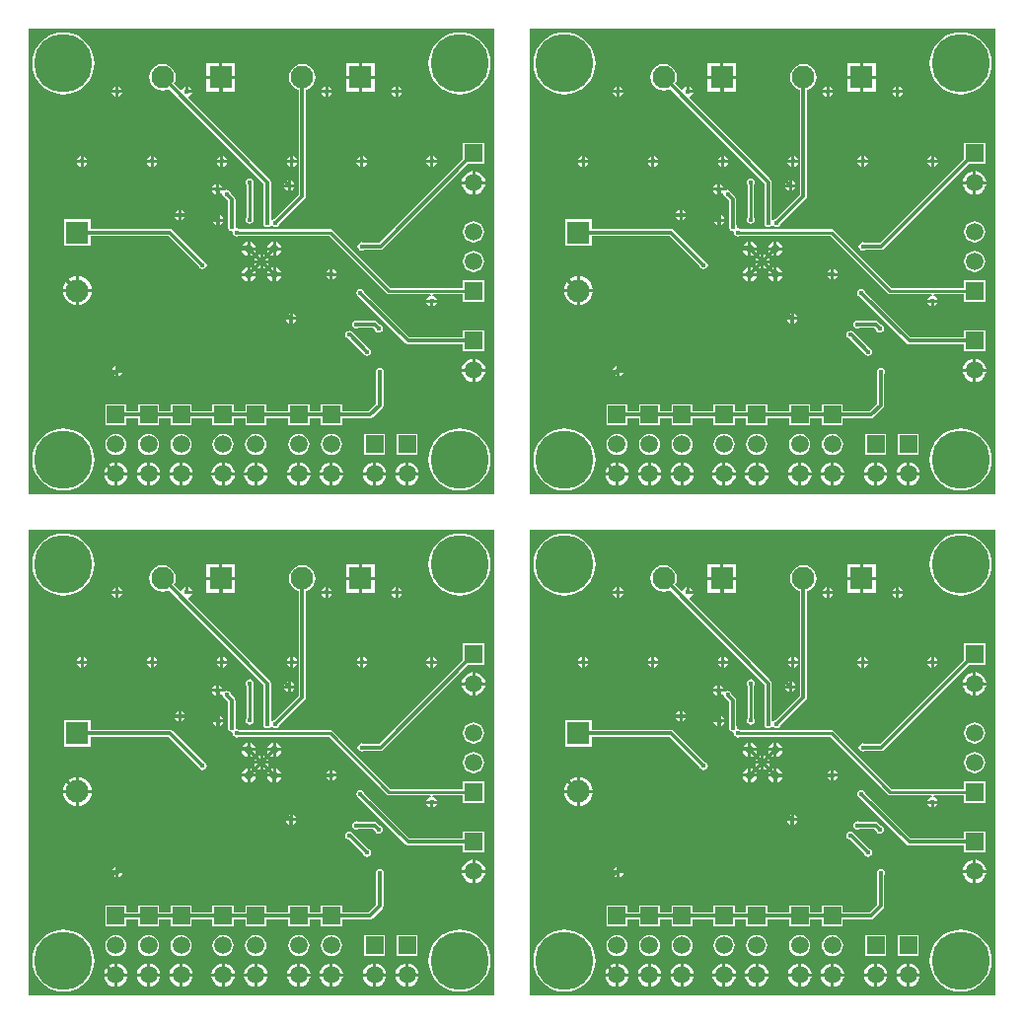
<source format=gbl>
%MOIN*%
%OFA0B0*%
%FSLAX25Y25*%
%IPPOS*%
%LPD*%
%ADD11C,0.01*%
%ADD37C,0.01181*%
%ADD38C,0.05906*%
%ADD39R,0.05906X0.05906*%
%ADD40C,0.07677*%
%ADD41R,0.07677X0.07677*%
%ADD42R,0.07677X0.07677*%
%ADD43C,0.19685*%
%ADD44C,0.01575*%
%ADD45C,0.02756*%
%ADD56C,0.01*%
%ADD57C,0.01181*%
%ADD58C,0.05906*%
%ADD59R,0.05906X0.05906*%
%ADD60C,0.07677*%
%ADD61R,0.07677X0.07677*%
%ADD62R,0.07677X0.07677*%
%ADD63C,0.19685*%
%ADD64C,0.01575*%
%ADD65C,0.02756*%
%ADD66C,0.01*%
%ADD67C,0.01181*%
%ADD68C,0.05906*%
%ADD69R,0.05906X0.05906*%
%ADD70C,0.07677*%
%ADD71R,0.07677X0.07677*%
%ADD72R,0.07677X0.07677*%
%ADD73C,0.19685*%
%ADD74C,0.01575*%
%ADD75C,0.02756*%
%ADD76C,0.01*%
%ADD77C,0.01181*%
%ADD78C,0.05906*%
%ADD79R,0.05906X0.05906*%
%ADD80C,0.07677*%
%ADD81R,0.07677X0.07677*%
%ADD82R,0.07677X0.07677*%
%ADD83C,0.19685*%
%ADD84C,0.01575*%
%ADD85C,0.02756*%
G01*
G75*
G36*
X0157480Y0236220D02*
X0000000Y0236220D01*
X0000000Y0393700D01*
X0157480Y0393700D01*
X0157480Y0236220D01*
D02*
G37*
%LPC*%
G36*
X0117043Y0382003D02*
X0112706Y0382003D01*
X0112706Y0377665D01*
X0117043Y0377665D01*
X0117043Y0382003D01*
D02*
G37*
G36*
X0111706Y0382003D02*
X0107366Y0382003D01*
X0107366Y0377665D01*
X0111706Y0377665D01*
X0111706Y0382003D01*
D02*
G37*
G36*
X0069799Y0382003D02*
X0065461Y0382003D01*
X0065461Y0377665D01*
X0069799Y0377665D01*
X0069799Y0382003D01*
D02*
G37*
G36*
X0064461Y0382003D02*
X0060122Y0382003D01*
X0060122Y0377665D01*
X0064461Y0377665D01*
X0064461Y0382003D01*
D02*
G37*
G36*
X0124909Y0374163D02*
X0124909Y0372941D01*
X0126131Y0372941D01*
X0126093Y0373138D01*
X0125698Y0373729D01*
X0125106Y0374123D01*
X0124909Y0374163D01*
D02*
G37*
G36*
X0123909Y0374163D02*
X0123712Y0374123D01*
X0123120Y0373729D01*
X0122726Y0373138D01*
X0122686Y0372941D01*
X0123909Y0372941D01*
X0123909Y0374163D01*
D02*
G37*
G36*
X0101287Y0374163D02*
X0101287Y0372941D01*
X0102509Y0372941D01*
X0102471Y0373138D01*
X0102075Y0373729D01*
X0101485Y0374123D01*
X0101287Y0374163D01*
D02*
G37*
G36*
X0100287Y0374163D02*
X0100089Y0374123D01*
X0099499Y0373729D01*
X0099104Y0373138D01*
X0099064Y0372941D01*
X0100287Y0372941D01*
X0100287Y0374163D01*
D02*
G37*
G36*
X0054043Y0374163D02*
X0054043Y0372941D01*
X0055266Y0372941D01*
X0055227Y0373138D01*
X0054832Y0373729D01*
X0054240Y0374123D01*
X0054043Y0374163D01*
D02*
G37*
G36*
X0030420Y0374163D02*
X0030420Y0372941D01*
X0031644Y0372941D01*
X0031604Y0373138D01*
X0031210Y0373729D01*
X0030619Y0374123D01*
X0030420Y0374163D01*
D02*
G37*
G36*
X0029421Y0374163D02*
X0029224Y0374123D01*
X0028632Y0373729D01*
X0028238Y0373138D01*
X0028198Y0372941D01*
X0029421Y0372941D01*
X0029421Y0374163D01*
D02*
G37*
G36*
X0117043Y0376665D02*
X0112706Y0376665D01*
X0112706Y0372326D01*
X0117043Y0372326D01*
X0117043Y0376665D01*
D02*
G37*
G36*
X0111706Y0376665D02*
X0107366Y0376665D01*
X0107366Y0372326D01*
X0111706Y0372326D01*
X0111706Y0376665D01*
D02*
G37*
G36*
X0069799Y0376665D02*
X0065461Y0376665D01*
X0065461Y0372326D01*
X0069799Y0372326D01*
X0069799Y0376665D01*
D02*
G37*
G36*
X0064461Y0376665D02*
X0060122Y0376665D01*
X0060122Y0372326D01*
X0064461Y0372326D01*
X0064461Y0376665D01*
D02*
G37*
G36*
X0145669Y0392355D02*
X0144032Y0392226D01*
X0142435Y0391842D01*
X0140918Y0391214D01*
X0139518Y0390356D01*
X0138269Y0389289D01*
X0137203Y0388041D01*
X0136345Y0386640D01*
X0135716Y0385123D01*
X0135333Y0383526D01*
X0135204Y0381889D01*
X0135333Y0380252D01*
X0135716Y0378655D01*
X0136345Y0377138D01*
X0137203Y0375738D01*
X0138269Y0374489D01*
X0139518Y0373423D01*
X0140918Y0372565D01*
X0142435Y0371936D01*
X0144032Y0371553D01*
X0145669Y0371424D01*
X0147306Y0371553D01*
X0148903Y0371936D01*
X0150420Y0372565D01*
X0151821Y0373423D01*
X0153069Y0374489D01*
X0154135Y0375738D01*
X0154994Y0377138D01*
X0155622Y0378655D01*
X0156006Y0380252D01*
X0156135Y0381889D01*
X0156006Y0383526D01*
X0155622Y0385123D01*
X0154994Y0386640D01*
X0154135Y0388041D01*
X0153069Y0389289D01*
X0151821Y0390356D01*
X0150420Y0391214D01*
X0148903Y0391842D01*
X0147306Y0392226D01*
X0145669Y0392355D01*
D02*
G37*
G36*
X0011811Y0392355D02*
X0010174Y0392226D01*
X0008577Y0391842D01*
X0007060Y0391214D01*
X0005660Y0390356D01*
X0004411Y0389289D01*
X0003343Y0388041D01*
X0002486Y0386640D01*
X0001858Y0385123D01*
X0001474Y0383526D01*
X0001346Y0381889D01*
X0001474Y0380252D01*
X0001858Y0378655D01*
X0002486Y0377138D01*
X0003343Y0375738D01*
X0004411Y0374489D01*
X0005660Y0373423D01*
X0007060Y0372565D01*
X0008577Y0371936D01*
X0010174Y0371553D01*
X0011811Y0371424D01*
X0013447Y0371553D01*
X0015045Y0371936D01*
X0016562Y0372565D01*
X0017962Y0373423D01*
X0019211Y0374489D01*
X0020278Y0375738D01*
X0021135Y0377138D01*
X0021764Y0378655D01*
X0022148Y0380252D01*
X0022276Y0381889D01*
X0022148Y0383526D01*
X0021764Y0385123D01*
X0021135Y0386640D01*
X0020278Y0388041D01*
X0019211Y0389289D01*
X0017962Y0390356D01*
X0016562Y0391214D01*
X0015045Y0391842D01*
X0013447Y0392226D01*
X0011811Y0392355D01*
D02*
G37*
G36*
X0126131Y0371941D02*
X0124909Y0371941D01*
X0124909Y0370717D01*
X0125106Y0370757D01*
X0125698Y0371152D01*
X0126093Y0371743D01*
X0126131Y0371941D01*
D02*
G37*
G36*
X0123909Y0371941D02*
X0122686Y0371941D01*
X0122726Y0371743D01*
X0123120Y0371152D01*
X0123712Y0370757D01*
X0123909Y0370717D01*
X0123909Y0371941D01*
D02*
G37*
G36*
X0102509Y0371941D02*
X0101287Y0371941D01*
X0101287Y0370717D01*
X0101485Y0370757D01*
X0102075Y0371152D01*
X0102471Y0371743D01*
X0102509Y0371941D01*
D02*
G37*
G36*
X0100287Y0371941D02*
X0099064Y0371941D01*
X0099104Y0371743D01*
X0099499Y0371152D01*
X0100089Y0370757D01*
X0100287Y0370717D01*
X0100287Y0371941D01*
D02*
G37*
G36*
X0031644Y0371941D02*
X0030420Y0371941D01*
X0030420Y0370717D01*
X0030619Y0370757D01*
X0031210Y0371152D01*
X0031604Y0371743D01*
X0031644Y0371941D01*
D02*
G37*
G36*
X0029421Y0371941D02*
X0028198Y0371941D01*
X0028238Y0371743D01*
X0028632Y0371152D01*
X0029224Y0370757D01*
X0029421Y0370717D01*
X0029421Y0371941D01*
D02*
G37*
G36*
X0136721Y0350541D02*
X0136721Y0349319D01*
X0137943Y0349319D01*
X0137904Y0349516D01*
X0137509Y0350107D01*
X0136918Y0350502D01*
X0136721Y0350541D01*
D02*
G37*
G36*
X0135721Y0350541D02*
X0135523Y0350502D01*
X0134932Y0350107D01*
X0134536Y0349516D01*
X0134496Y0349319D01*
X0135721Y0349319D01*
X0135721Y0350541D01*
D02*
G37*
G36*
X0113099Y0350541D02*
X0113099Y0349319D01*
X0114321Y0349319D01*
X0114282Y0349516D01*
X0113887Y0350107D01*
X0113296Y0350502D01*
X0113099Y0350541D01*
D02*
G37*
G36*
X0112099Y0350541D02*
X0111901Y0350502D01*
X0111310Y0350107D01*
X0110915Y0349516D01*
X0110874Y0349319D01*
X0112099Y0349319D01*
X0112099Y0350541D01*
D02*
G37*
G36*
X0089476Y0350541D02*
X0089476Y0349319D01*
X0090699Y0349319D01*
X0090660Y0349516D01*
X0090265Y0350107D01*
X0089674Y0350502D01*
X0089476Y0350541D01*
D02*
G37*
G36*
X0088476Y0350541D02*
X0088279Y0350502D01*
X0087687Y0350107D01*
X0087293Y0349516D01*
X0087253Y0349319D01*
X0088476Y0349319D01*
X0088476Y0350541D01*
D02*
G37*
G36*
X0065854Y0350541D02*
X0065854Y0349319D01*
X0067077Y0349319D01*
X0067038Y0349516D01*
X0066642Y0350107D01*
X0066052Y0350502D01*
X0065854Y0350541D01*
D02*
G37*
G36*
X0064854Y0350541D02*
X0064657Y0350502D01*
X0064066Y0350107D01*
X0063671Y0349516D01*
X0063631Y0349319D01*
X0064854Y0349319D01*
X0064854Y0350541D01*
D02*
G37*
G36*
X0042232Y0350541D02*
X0042232Y0349319D01*
X0043455Y0349319D01*
X0043416Y0349516D01*
X0043021Y0350107D01*
X0042430Y0350502D01*
X0042232Y0350541D01*
D02*
G37*
G36*
X0041232Y0350541D02*
X0041035Y0350502D01*
X0040444Y0350107D01*
X0040048Y0349516D01*
X0040009Y0349319D01*
X0041232Y0349319D01*
X0041232Y0350541D01*
D02*
G37*
G36*
X0018609Y0350541D02*
X0018609Y0349319D01*
X0019833Y0349319D01*
X0019794Y0349516D01*
X0019399Y0350107D01*
X0018808Y0350502D01*
X0018609Y0350541D01*
D02*
G37*
G36*
X0017609Y0350541D02*
X0017413Y0350502D01*
X0016822Y0350107D01*
X0016427Y0349516D01*
X0016387Y0349319D01*
X0017609Y0349319D01*
X0017609Y0350541D01*
D02*
G37*
G36*
X0137943Y0348319D02*
X0136721Y0348319D01*
X0136721Y0347095D01*
X0136918Y0347135D01*
X0137509Y0347530D01*
X0137904Y0348121D01*
X0137943Y0348319D01*
D02*
G37*
G36*
X0135721Y0348319D02*
X0134496Y0348319D01*
X0134536Y0348121D01*
X0134932Y0347530D01*
X0135523Y0347135D01*
X0135721Y0347095D01*
X0135721Y0348319D01*
D02*
G37*
G36*
X0114321Y0348319D02*
X0113099Y0348319D01*
X0113099Y0347095D01*
X0113296Y0347135D01*
X0113887Y0347530D01*
X0114282Y0348121D01*
X0114321Y0348319D01*
D02*
G37*
G36*
X0112099Y0348319D02*
X0110874Y0348319D01*
X0110915Y0348121D01*
X0111310Y0347530D01*
X0111901Y0347135D01*
X0112099Y0347095D01*
X0112099Y0348319D01*
D02*
G37*
G36*
X0090699Y0348319D02*
X0089476Y0348319D01*
X0089476Y0347095D01*
X0089674Y0347135D01*
X0090265Y0347530D01*
X0090660Y0348121D01*
X0090699Y0348319D01*
D02*
G37*
G36*
X0088476Y0348319D02*
X0087253Y0348319D01*
X0087293Y0348121D01*
X0087687Y0347530D01*
X0088279Y0347135D01*
X0088476Y0347095D01*
X0088476Y0348319D01*
D02*
G37*
G36*
X0067077Y0348319D02*
X0065854Y0348319D01*
X0065854Y0347095D01*
X0066052Y0347135D01*
X0066642Y0347530D01*
X0067038Y0348121D01*
X0067077Y0348319D01*
D02*
G37*
G36*
X0064854Y0348319D02*
X0063631Y0348319D01*
X0063671Y0348121D01*
X0064066Y0347530D01*
X0064657Y0347135D01*
X0064854Y0347095D01*
X0064854Y0348319D01*
D02*
G37*
G36*
X0043455Y0348319D02*
X0042232Y0348319D01*
X0042232Y0347095D01*
X0042430Y0347135D01*
X0043021Y0347530D01*
X0043416Y0348121D01*
X0043455Y0348319D01*
D02*
G37*
G36*
X0041232Y0348319D02*
X0040009Y0348319D01*
X0040048Y0348121D01*
X0040444Y0347530D01*
X0041035Y0347135D01*
X0041232Y0347095D01*
X0041232Y0348319D01*
D02*
G37*
G36*
X0019833Y0348319D02*
X0018609Y0348319D01*
X0018609Y0347095D01*
X0018808Y0347135D01*
X0019399Y0347530D01*
X0019794Y0348121D01*
X0019833Y0348319D01*
D02*
G37*
G36*
X0017609Y0348319D02*
X0016387Y0348319D01*
X0016427Y0348121D01*
X0016822Y0347530D01*
X0017413Y0347135D01*
X0017609Y0347095D01*
X0017609Y0348319D01*
D02*
G37*
G36*
X0150894Y0345495D02*
X0150894Y0342074D01*
X0154315Y0342074D01*
X0154245Y0342606D01*
X0153846Y0343568D01*
X0153213Y0344394D01*
X0152387Y0345027D01*
X0151426Y0345425D01*
X0150894Y0345495D01*
D02*
G37*
G36*
X0149893Y0345495D02*
X0149362Y0345425D01*
X0148400Y0345027D01*
X0147575Y0344394D01*
X0146941Y0343568D01*
X0146543Y0342606D01*
X0146473Y0342074D01*
X0149893Y0342074D01*
X0149893Y0345495D01*
D02*
G37*
G36*
X0088689Y0342274D02*
X0088689Y0341051D01*
X0089910Y0341051D01*
X0089873Y0341248D01*
X0089477Y0341839D01*
X0088886Y0342234D01*
X0088689Y0342274D01*
D02*
G37*
G36*
X0087689Y0342274D02*
X0087490Y0342234D01*
X0086900Y0341839D01*
X0086505Y0341248D01*
X0086466Y0341051D01*
X0087689Y0341051D01*
X0087689Y0342274D01*
D02*
G37*
G36*
X0064280Y0341093D02*
X0064280Y0339870D01*
X0065503Y0339870D01*
X0065463Y0340067D01*
X0065068Y0340658D01*
X0064476Y0341053D01*
X0064280Y0341093D01*
D02*
G37*
G36*
X0063279Y0341093D02*
X0063082Y0341053D01*
X0062491Y0340658D01*
X0062095Y0340067D01*
X0062056Y0339870D01*
X0063279Y0339870D01*
X0063279Y0341093D01*
D02*
G37*
G36*
X0066929Y0339200D02*
X0066391Y0339093D01*
X0066005Y0338835D01*
X0065914Y0338870D01*
X0064280Y0338870D01*
X0064280Y0337646D01*
X0064476Y0337686D01*
X0065068Y0338080D01*
X0065073Y0338088D01*
X0065544Y0337892D01*
X0065524Y0337795D01*
X0065631Y0337256D01*
X0065936Y0336800D01*
X0066391Y0336497D01*
X0066462Y0336483D01*
X0067497Y0335449D01*
X0067497Y0327433D01*
X0067403Y0327293D01*
X0067296Y0326755D01*
X0067403Y0326217D01*
X0067707Y0325762D01*
X0068162Y0325457D01*
X0068701Y0325350D01*
X0069090Y0324917D01*
X0069068Y0324803D01*
X0069174Y0324264D01*
X0069479Y0323809D01*
X0069935Y0323505D01*
X0070472Y0323398D01*
X0071010Y0323505D01*
X0071289Y0323691D01*
X0101508Y0323691D01*
X0121025Y0304174D01*
X0121386Y0303933D01*
X0121811Y0303848D01*
X0135792Y0303848D01*
X0135969Y0303422D01*
X0135974Y0303374D01*
X0135523Y0303258D01*
X0134932Y0302863D01*
X0134536Y0302272D01*
X0134496Y0302074D01*
X0137943Y0302074D01*
X0137904Y0302272D01*
X0137509Y0302863D01*
X0136918Y0303258D01*
X0136467Y0303374D01*
X0136471Y0303422D01*
X0136648Y0303848D01*
X0146850Y0303848D01*
X0146850Y0301417D01*
X0153936Y0301417D01*
X0153936Y0308504D01*
X0146850Y0308504D01*
X0146850Y0306072D01*
X0122272Y0306072D01*
X0102755Y0325589D01*
X0102394Y0325830D01*
X0101969Y0325915D01*
X0101969Y0325915D01*
X0071289Y0325915D01*
X0071010Y0326101D01*
X0070473Y0326208D01*
X0070083Y0326640D01*
X0070106Y0326755D01*
X0069999Y0327293D01*
X0069905Y0327433D01*
X0069905Y0335947D01*
X0069905Y0335947D01*
X0069813Y0336408D01*
X0069552Y0336799D01*
X0069552Y0336799D01*
X0068279Y0338072D01*
X0068227Y0338332D01*
X0067923Y0338788D01*
X0067467Y0339093D01*
X0066929Y0339200D01*
D02*
G37*
G36*
X0089910Y0340050D02*
X0088689Y0340050D01*
X0088689Y0338828D01*
X0088886Y0338867D01*
X0089477Y0339262D01*
X0089873Y0339853D01*
X0089910Y0340050D01*
D02*
G37*
G36*
X0087689Y0340050D02*
X0086466Y0340050D01*
X0086505Y0339853D01*
X0086900Y0339262D01*
X0087490Y0338867D01*
X0087689Y0338828D01*
X0087689Y0340050D01*
D02*
G37*
G36*
X0154315Y0341074D02*
X0150894Y0341074D01*
X0150894Y0337653D01*
X0151426Y0337723D01*
X0152387Y0338122D01*
X0153213Y0338755D01*
X0153846Y0339581D01*
X0154245Y0340542D01*
X0154315Y0341074D01*
D02*
G37*
G36*
X0149893Y0341074D02*
X0146473Y0341074D01*
X0146543Y0340542D01*
X0146941Y0339581D01*
X0147575Y0338755D01*
X0148400Y0338122D01*
X0149362Y0337723D01*
X0149893Y0337653D01*
X0149893Y0341074D01*
D02*
G37*
G36*
X0063279Y0338870D02*
X0062056Y0338870D01*
X0062095Y0338671D01*
X0062491Y0338080D01*
X0063082Y0337686D01*
X0063279Y0337646D01*
X0063279Y0338870D01*
D02*
G37*
G36*
X0051681Y0332431D02*
X0051681Y0331208D01*
X0052903Y0331208D01*
X0052864Y0331406D01*
X0052470Y0331997D01*
X0051878Y0332392D01*
X0051681Y0332431D01*
D02*
G37*
G36*
X0050681Y0332431D02*
X0050483Y0332392D01*
X0049893Y0331997D01*
X0049497Y0331406D01*
X0049458Y0331208D01*
X0050681Y0331208D01*
X0050681Y0332431D01*
D02*
G37*
G36*
X0064476Y0330660D02*
X0064476Y0329436D01*
X0065699Y0329436D01*
X0065660Y0329633D01*
X0065264Y0330224D01*
X0064674Y0330620D01*
X0064476Y0330660D01*
D02*
G37*
G36*
X0063476Y0330660D02*
X0063279Y0330620D01*
X0062688Y0330224D01*
X0062293Y0329633D01*
X0062253Y0329436D01*
X0063476Y0329436D01*
X0063476Y0330660D01*
D02*
G37*
G36*
X0052903Y0330208D02*
X0051681Y0330208D01*
X0051681Y0328984D01*
X0051878Y0329024D01*
X0052470Y0329418D01*
X0052864Y0330011D01*
X0052903Y0330208D01*
D02*
G37*
G36*
X0050681Y0330208D02*
X0049458Y0330208D01*
X0049497Y0330011D01*
X0049893Y0329418D01*
X0050483Y0329024D01*
X0050681Y0328984D01*
X0050681Y0330208D01*
D02*
G37*
G36*
X0092521Y0381632D02*
X0091364Y0381480D01*
X0090287Y0381034D01*
X0089362Y0380324D01*
X0088652Y0379399D01*
X0088204Y0378321D01*
X0088053Y0377165D01*
X0088204Y0376009D01*
X0088652Y0374931D01*
X0089362Y0374006D01*
X0090287Y0373296D01*
X0091316Y0372870D01*
X0091316Y0337507D01*
X0083092Y0329283D01*
X0082927Y0329250D01*
X0082471Y0328946D01*
X0082413Y0328859D01*
X0081913Y0329009D01*
X0081913Y0341732D01*
X0081821Y0342193D01*
X0081560Y0342583D01*
X0053954Y0370190D01*
X0054118Y0370732D01*
X0054240Y0370757D01*
X0054832Y0371152D01*
X0055227Y0371743D01*
X0055266Y0371941D01*
X0053542Y0371941D01*
X0053542Y0372441D01*
X0053042Y0372441D01*
X0053042Y0374163D01*
X0052846Y0374123D01*
X0052254Y0373729D01*
X0051859Y0373138D01*
X0051835Y0373015D01*
X0051293Y0372850D01*
X0049164Y0374979D01*
X0049591Y0376009D01*
X0049743Y0377165D01*
X0049591Y0378321D01*
X0049145Y0379399D01*
X0048434Y0380324D01*
X0047509Y0381034D01*
X0046432Y0381480D01*
X0045276Y0381632D01*
X0044119Y0381480D01*
X0043042Y0381034D01*
X0042116Y0380324D01*
X0041407Y0379399D01*
X0040960Y0378321D01*
X0040808Y0377165D01*
X0040960Y0376009D01*
X0041407Y0374931D01*
X0042116Y0374006D01*
X0043042Y0373296D01*
X0044119Y0372850D01*
X0045276Y0372697D01*
X0046432Y0372850D01*
X0047461Y0373276D01*
X0079504Y0341233D01*
X0079504Y0328630D01*
X0079411Y0328490D01*
X0079304Y0327952D01*
X0079411Y0327415D01*
X0079715Y0326959D01*
X0080169Y0326654D01*
X0080709Y0326547D01*
X0081246Y0326654D01*
X0081702Y0326959D01*
X0081786Y0327084D01*
X0082387Y0327084D01*
X0082471Y0326959D01*
X0082927Y0326654D01*
X0083465Y0326547D01*
X0084002Y0326654D01*
X0084458Y0326959D01*
X0084763Y0327415D01*
X0084795Y0327580D01*
X0093372Y0336157D01*
X0093372Y0336157D01*
X0093633Y0336548D01*
X0093725Y0337008D01*
X0093725Y0337008D01*
X0093725Y0372870D01*
X0094754Y0373296D01*
X0095679Y0374006D01*
X0096390Y0374931D01*
X0096836Y0376009D01*
X0096988Y0377165D01*
X0096836Y0378321D01*
X0096390Y0379399D01*
X0095679Y0380324D01*
X0094754Y0381034D01*
X0093677Y0381480D01*
X0092521Y0381632D01*
D02*
G37*
G36*
X0074803Y0343137D02*
X0074265Y0343030D01*
X0073809Y0342725D01*
X0073505Y0342270D01*
X0073398Y0341732D01*
X0073505Y0341194D01*
X0073691Y0340916D01*
X0073691Y0329950D01*
X0073505Y0329671D01*
X0073398Y0329133D01*
X0073505Y0328596D01*
X0073809Y0328140D01*
X0074265Y0327835D01*
X0074803Y0327728D01*
X0075339Y0327835D01*
X0075797Y0328140D01*
X0076101Y0328596D01*
X0076208Y0329133D01*
X0076101Y0329671D01*
X0075915Y0329950D01*
X0075915Y0340916D01*
X0076101Y0341194D01*
X0076208Y0341732D01*
X0076101Y0342270D01*
X0075797Y0342725D01*
X0075339Y0343030D01*
X0074803Y0343137D01*
D02*
G37*
G36*
X0065699Y0328436D02*
X0064476Y0328436D01*
X0064476Y0327214D01*
X0064674Y0327253D01*
X0065264Y0327648D01*
X0065660Y0328239D01*
X0065699Y0328436D01*
D02*
G37*
G36*
X0063476Y0328436D02*
X0062253Y0328436D01*
X0062293Y0328239D01*
X0062688Y0327648D01*
X0063279Y0327253D01*
X0063476Y0327214D01*
X0063476Y0328436D01*
D02*
G37*
G36*
X0150393Y0328534D02*
X0149469Y0328412D01*
X0148607Y0328055D01*
X0147867Y0327487D01*
X0147299Y0326747D01*
X0146942Y0325885D01*
X0146820Y0324960D01*
X0146942Y0324035D01*
X0147299Y0323173D01*
X0147867Y0322433D01*
X0148607Y0321864D01*
X0149469Y0321507D01*
X0150393Y0321386D01*
X0151319Y0321507D01*
X0152181Y0321864D01*
X0152921Y0322433D01*
X0153489Y0323173D01*
X0153846Y0324035D01*
X0153967Y0324960D01*
X0153846Y0325885D01*
X0153489Y0326747D01*
X0152921Y0327487D01*
X0152181Y0328055D01*
X0151319Y0328412D01*
X0150393Y0328534D01*
D02*
G37*
G36*
X0153936Y0355117D02*
X0146850Y0355117D01*
X0146850Y0349734D01*
X0118399Y0321282D01*
X0113276Y0321282D01*
X0113135Y0321376D01*
X0112598Y0321483D01*
X0112061Y0321376D01*
X0111605Y0321072D01*
X0111300Y0320616D01*
X0111194Y0320077D01*
X0111300Y0319541D01*
X0111605Y0319085D01*
X0112061Y0318780D01*
X0112598Y0318673D01*
X0113135Y0318780D01*
X0113276Y0318874D01*
X0118897Y0318874D01*
X0118897Y0318874D01*
X0119359Y0318966D01*
X0119749Y0319227D01*
X0148553Y0348030D01*
X0153936Y0348030D01*
X0153936Y0355117D01*
D02*
G37*
G36*
X0083570Y0321616D02*
X0083570Y0319791D01*
X0085396Y0319791D01*
X0085311Y0320219D01*
X0084785Y0321005D01*
X0083999Y0321531D01*
X0083570Y0321616D01*
D02*
G37*
G36*
X0082571Y0321616D02*
X0082143Y0321531D01*
X0081357Y0321005D01*
X0080830Y0320219D01*
X0080746Y0319791D01*
X0082571Y0319791D01*
X0082571Y0321616D01*
D02*
G37*
G36*
X0074910Y0321616D02*
X0074910Y0319791D01*
X0076735Y0319791D01*
X0076649Y0320219D01*
X0076124Y0321005D01*
X0075337Y0321531D01*
X0074910Y0321616D01*
D02*
G37*
G36*
X0073909Y0321616D02*
X0073482Y0321531D01*
X0072695Y0321005D01*
X0072170Y0320219D01*
X0072082Y0319791D01*
X0073909Y0319791D01*
X0073909Y0321616D01*
D02*
G37*
G36*
X0085396Y0318791D02*
X0083570Y0318791D01*
X0083570Y0316966D01*
X0083999Y0317051D01*
X0084785Y0317577D01*
X0085311Y0318363D01*
X0085396Y0318791D01*
D02*
G37*
G36*
X0082571Y0318791D02*
X0080746Y0318791D01*
X0080830Y0318363D01*
X0081357Y0317577D01*
X0082143Y0317051D01*
X0082571Y0316966D01*
X0082571Y0318791D01*
D02*
G37*
G36*
X0076735Y0318791D02*
X0074910Y0318791D01*
X0074910Y0316966D01*
X0075337Y0317051D01*
X0076124Y0317577D01*
X0076649Y0318363D01*
X0076735Y0318791D01*
D02*
G37*
G36*
X0073909Y0318791D02*
X0072082Y0318791D01*
X0072170Y0318363D01*
X0072695Y0317577D01*
X0073482Y0317051D01*
X0073909Y0316966D01*
X0073909Y0318791D01*
D02*
G37*
G36*
X0079240Y0317285D02*
X0079240Y0315460D01*
X0081065Y0315460D01*
X0080980Y0315888D01*
X0080455Y0316675D01*
X0079668Y0317200D01*
X0079240Y0317285D01*
D02*
G37*
G36*
X0078240Y0317285D02*
X0077812Y0317200D01*
X0077026Y0316675D01*
X0076500Y0315888D01*
X0076415Y0315460D01*
X0078240Y0315460D01*
X0078240Y0317285D01*
D02*
G37*
G36*
X0081065Y0314460D02*
X0079240Y0314460D01*
X0079240Y0312635D01*
X0079668Y0312720D01*
X0080455Y0313246D01*
X0080980Y0314032D01*
X0081065Y0314460D01*
D02*
G37*
G36*
X0078240Y0314460D02*
X0076415Y0314460D01*
X0076500Y0314032D01*
X0077026Y0313246D01*
X0077812Y0312720D01*
X0078240Y0312635D01*
X0078240Y0314460D01*
D02*
G37*
G36*
X0020965Y0329233D02*
X0012106Y0329233D01*
X0012106Y0320374D01*
X0020965Y0320374D01*
X0020965Y0323599D01*
X0047335Y0323599D01*
X0057526Y0313406D01*
X0057560Y0313241D01*
X0057865Y0312786D01*
X0058321Y0312480D01*
X0058858Y0312374D01*
X0059396Y0312480D01*
X0059852Y0312786D01*
X0060156Y0313241D01*
X0060263Y0313778D01*
X0060156Y0314317D01*
X0059852Y0314773D01*
X0059396Y0315077D01*
X0059230Y0315110D01*
X0048685Y0325655D01*
X0048294Y0325916D01*
X0047834Y0326008D01*
X0047834Y0326008D01*
X0020965Y0326008D01*
X0020965Y0329233D01*
D02*
G37*
G36*
X0150393Y0318534D02*
X0149469Y0318412D01*
X0148607Y0318055D01*
X0147867Y0317487D01*
X0147299Y0316747D01*
X0146942Y0315885D01*
X0146820Y0314960D01*
X0146942Y0314035D01*
X0147299Y0313173D01*
X0147867Y0312433D01*
X0148607Y0311865D01*
X0149469Y0311508D01*
X0150393Y0311386D01*
X0151319Y0311508D01*
X0152181Y0311865D01*
X0152921Y0312433D01*
X0153489Y0313173D01*
X0153846Y0314035D01*
X0153967Y0314960D01*
X0153846Y0315885D01*
X0153489Y0316747D01*
X0152921Y0317487D01*
X0152181Y0318055D01*
X0151319Y0318412D01*
X0150393Y0318534D01*
D02*
G37*
G36*
X0102862Y0312352D02*
X0102862Y0311130D01*
X0104085Y0311130D01*
X0104046Y0311327D01*
X0103651Y0311918D01*
X0103060Y0312313D01*
X0102862Y0312352D01*
D02*
G37*
G36*
X0101862Y0312352D02*
X0101665Y0312313D01*
X0101074Y0311918D01*
X0100679Y0311327D01*
X0100638Y0311130D01*
X0101862Y0311130D01*
X0101862Y0312352D01*
D02*
G37*
G36*
X0083570Y0312954D02*
X0083570Y0311130D01*
X0085396Y0311130D01*
X0085311Y0311557D01*
X0084785Y0312344D01*
X0083999Y0312869D01*
X0083570Y0312954D01*
D02*
G37*
G36*
X0082571Y0312954D02*
X0082143Y0312869D01*
X0081357Y0312344D01*
X0080830Y0311557D01*
X0080746Y0311130D01*
X0082571Y0311130D01*
X0082571Y0312954D01*
D02*
G37*
G36*
X0074910Y0312954D02*
X0074910Y0311130D01*
X0076735Y0311130D01*
X0076649Y0311557D01*
X0076124Y0312344D01*
X0075337Y0312869D01*
X0074910Y0312954D01*
D02*
G37*
G36*
X0073909Y0312954D02*
X0073482Y0312869D01*
X0072695Y0312344D01*
X0072170Y0311557D01*
X0072082Y0311130D01*
X0073909Y0311130D01*
X0073909Y0312954D01*
D02*
G37*
G36*
X0104085Y0310129D02*
X0102862Y0310129D01*
X0102862Y0308906D01*
X0103060Y0308946D01*
X0103651Y0309341D01*
X0104046Y0309932D01*
X0104085Y0310129D01*
D02*
G37*
G36*
X0101862Y0310129D02*
X0100638Y0310129D01*
X0100679Y0309932D01*
X0101074Y0309341D01*
X0101665Y0308946D01*
X0101862Y0308906D01*
X0101862Y0310129D01*
D02*
G37*
G36*
X0085396Y0310129D02*
X0083570Y0310129D01*
X0083570Y0308304D01*
X0083999Y0308390D01*
X0084785Y0308915D01*
X0085311Y0309701D01*
X0085396Y0310129D01*
D02*
G37*
G36*
X0082571Y0310129D02*
X0080746Y0310129D01*
X0080830Y0309701D01*
X0081357Y0308915D01*
X0082143Y0308390D01*
X0082571Y0308304D01*
X0082571Y0310129D01*
D02*
G37*
G36*
X0076735Y0310129D02*
X0074910Y0310129D01*
X0074910Y0308304D01*
X0075337Y0308390D01*
X0076124Y0308915D01*
X0076649Y0309701D01*
X0076735Y0310129D01*
D02*
G37*
G36*
X0073909Y0310129D02*
X0072082Y0310129D01*
X0072170Y0309701D01*
X0072695Y0308915D01*
X0073482Y0308390D01*
X0073909Y0308304D01*
X0073909Y0310129D01*
D02*
G37*
G36*
X0017035Y0309933D02*
X0017035Y0305619D01*
X0021350Y0305619D01*
X0021249Y0306382D01*
X0020762Y0307559D01*
X0019986Y0308570D01*
X0018976Y0309345D01*
X0017798Y0309833D01*
X0017035Y0309933D01*
D02*
G37*
G36*
X0016035Y0309933D02*
X0015272Y0309833D01*
X0014095Y0309345D01*
X0013084Y0308570D01*
X0012309Y0307559D01*
X0011821Y0306382D01*
X0011720Y0305619D01*
X0016035Y0305619D01*
X0016035Y0309933D01*
D02*
G37*
G36*
X0021350Y0304619D02*
X0017035Y0304619D01*
X0017035Y0300304D01*
X0017798Y0300405D01*
X0018976Y0300892D01*
X0019986Y0301668D01*
X0020762Y0302678D01*
X0021249Y0303856D01*
X0021350Y0304619D01*
D02*
G37*
G36*
X0016035Y0304619D02*
X0011720Y0304619D01*
X0011821Y0303856D01*
X0012309Y0302678D01*
X0013084Y0301668D01*
X0014095Y0300892D01*
X0015272Y0300405D01*
X0016035Y0300304D01*
X0016035Y0304619D01*
D02*
G37*
G36*
X0137943Y0301074D02*
X0136721Y0301074D01*
X0136721Y0299851D01*
X0136918Y0299891D01*
X0137509Y0300286D01*
X0137904Y0300877D01*
X0137943Y0301074D01*
D02*
G37*
G36*
X0135721Y0301074D02*
X0134496Y0301074D01*
X0134536Y0300877D01*
X0134932Y0300286D01*
X0135523Y0299891D01*
X0135721Y0299851D01*
X0135721Y0301074D01*
D02*
G37*
G36*
X0089280Y0297392D02*
X0089280Y0296169D01*
X0090503Y0296169D01*
X0090463Y0296366D01*
X0090068Y0296957D01*
X0089477Y0297353D01*
X0089280Y0297392D01*
D02*
G37*
G36*
X0088279Y0297392D02*
X0088082Y0297353D01*
X0087490Y0296957D01*
X0087096Y0296366D01*
X0087056Y0296169D01*
X0088279Y0296169D01*
X0088279Y0297392D01*
D02*
G37*
G36*
X0090503Y0295169D02*
X0089280Y0295169D01*
X0089280Y0293946D01*
X0089477Y0293984D01*
X0090068Y0294380D01*
X0090463Y0294971D01*
X0090503Y0295169D01*
D02*
G37*
G36*
X0088279Y0295169D02*
X0087056Y0295169D01*
X0087096Y0294971D01*
X0087490Y0294380D01*
X0088082Y0293984D01*
X0088279Y0293946D01*
X0088279Y0295169D01*
D02*
G37*
G36*
X0110827Y0295104D02*
X0110288Y0294998D01*
X0109833Y0294694D01*
X0109529Y0294238D01*
X0109422Y0293700D01*
X0109529Y0293163D01*
X0109833Y0292707D01*
X0110288Y0292402D01*
X0110827Y0292295D01*
X0111364Y0292402D01*
X0111505Y0292496D01*
X0116429Y0292496D01*
X0116975Y0291950D01*
X0117009Y0291785D01*
X0117314Y0291329D01*
X0117768Y0291024D01*
X0118307Y0290917D01*
X0118845Y0291024D01*
X0119300Y0291329D01*
X0119605Y0291785D01*
X0119712Y0292322D01*
X0119605Y0292860D01*
X0119300Y0293316D01*
X0118845Y0293620D01*
X0118679Y0293653D01*
X0117781Y0294552D01*
X0117390Y0294813D01*
X0116929Y0294905D01*
X0116929Y0294905D01*
X0111505Y0294905D01*
X0111364Y0294998D01*
X0110827Y0295104D01*
D02*
G37*
G36*
X0112205Y0305735D02*
X0111667Y0305628D01*
X0111211Y0305324D01*
X0110907Y0304868D01*
X0110800Y0304330D01*
X0110907Y0303793D01*
X0111211Y0303337D01*
X0111667Y0303032D01*
X0111833Y0302999D01*
X0127495Y0287337D01*
X0127495Y0287337D01*
X0127886Y0287076D01*
X0128347Y0286984D01*
X0128347Y0286984D01*
X0146850Y0286984D01*
X0146850Y0284645D01*
X0153936Y0284645D01*
X0153936Y0291732D01*
X0146850Y0291732D01*
X0146850Y0289393D01*
X0128845Y0289393D01*
X0113535Y0304702D01*
X0113503Y0304868D01*
X0113198Y0305324D01*
X0112742Y0305628D01*
X0112205Y0305735D01*
D02*
G37*
G36*
X0108464Y0291562D02*
X0107927Y0291455D01*
X0107471Y0291150D01*
X0107166Y0290695D01*
X0107060Y0290157D01*
X0107166Y0289619D01*
X0107471Y0289164D01*
X0107927Y0288859D01*
X0108338Y0288777D01*
X0113039Y0284076D01*
X0113072Y0283911D01*
X0113377Y0283455D01*
X0113832Y0283150D01*
X0114370Y0283042D01*
X0114908Y0283150D01*
X0115364Y0283455D01*
X0115668Y0283911D01*
X0115775Y0284448D01*
X0115668Y0284986D01*
X0115364Y0285442D01*
X0114908Y0285746D01*
X0114742Y0285778D01*
X0109633Y0290888D01*
X0109458Y0291150D01*
X0109002Y0291455D01*
X0108464Y0291562D01*
D02*
G37*
G36*
X0150894Y0282109D02*
X0150894Y0278689D01*
X0154315Y0278689D01*
X0154245Y0279220D01*
X0153846Y0280182D01*
X0153213Y0281008D01*
X0152387Y0281641D01*
X0151426Y0282039D01*
X0150894Y0282109D01*
D02*
G37*
G36*
X0149893Y0282109D02*
X0149362Y0282039D01*
X0148400Y0281641D01*
X0147575Y0281008D01*
X0146941Y0280182D01*
X0146543Y0279220D01*
X0146473Y0278689D01*
X0149893Y0278689D01*
X0149893Y0282109D01*
D02*
G37*
G36*
X0030420Y0279675D02*
X0030420Y0278452D01*
X0031644Y0278452D01*
X0031604Y0278650D01*
X0031210Y0279241D01*
X0030619Y0279636D01*
X0030420Y0279675D01*
D02*
G37*
G36*
X0029421Y0279675D02*
X0029224Y0279636D01*
X0028632Y0279241D01*
X0028238Y0278650D01*
X0028198Y0278452D01*
X0029421Y0278452D01*
X0029421Y0279675D01*
D02*
G37*
G36*
X0031644Y0277451D02*
X0030420Y0277451D01*
X0030420Y0276229D01*
X0030619Y0276269D01*
X0031210Y0276664D01*
X0031604Y0277254D01*
X0031644Y0277451D01*
D02*
G37*
G36*
X0029421Y0277451D02*
X0028198Y0277451D01*
X0028238Y0277254D01*
X0028632Y0276664D01*
X0029224Y0276269D01*
X0029421Y0276229D01*
X0029421Y0277451D01*
D02*
G37*
G36*
X0154315Y0277688D02*
X0150894Y0277688D01*
X0150894Y0274267D01*
X0151426Y0274338D01*
X0152387Y0274736D01*
X0153213Y0275369D01*
X0153846Y0276195D01*
X0154245Y0277156D01*
X0154315Y0277688D01*
D02*
G37*
G36*
X0149893Y0277688D02*
X0146473Y0277688D01*
X0146543Y0277156D01*
X0146941Y0276195D01*
X0147575Y0275369D01*
X0148400Y0274736D01*
X0149362Y0274338D01*
X0149893Y0274267D01*
X0149893Y0277688D01*
D02*
G37*
G36*
X0118700Y0278964D02*
X0118163Y0278857D01*
X0117707Y0278552D01*
X0117402Y0278096D01*
X0117296Y0277559D01*
X0117402Y0277021D01*
X0117497Y0276881D01*
X0117497Y0266943D01*
X0114906Y0264353D01*
X0105905Y0264353D01*
X0105905Y0266692D01*
X0098819Y0266692D01*
X0098819Y0264353D01*
X0094882Y0264353D01*
X0094882Y0266692D01*
X0087795Y0266692D01*
X0087795Y0264353D01*
X0080313Y0264353D01*
X0080313Y0266692D01*
X0073228Y0266692D01*
X0073228Y0264353D01*
X0069291Y0264353D01*
X0069291Y0266692D01*
X0062205Y0266692D01*
X0062205Y0264353D01*
X0055118Y0264353D01*
X0055118Y0266692D01*
X0048031Y0266692D01*
X0048031Y0264353D01*
X0044094Y0264353D01*
X0044094Y0266692D01*
X0037008Y0266692D01*
X0037008Y0264353D01*
X0033071Y0264353D01*
X0033071Y0266692D01*
X0025984Y0266692D01*
X0025984Y0259605D01*
X0033071Y0259605D01*
X0033071Y0261945D01*
X0037008Y0261945D01*
X0037008Y0259605D01*
X0044094Y0259605D01*
X0044094Y0261945D01*
X0048031Y0261945D01*
X0048031Y0259605D01*
X0055118Y0259605D01*
X0055118Y0261945D01*
X0062205Y0261945D01*
X0062205Y0259605D01*
X0069291Y0259605D01*
X0069291Y0261945D01*
X0073228Y0261945D01*
X0073228Y0259605D01*
X0080313Y0259605D01*
X0080313Y0261945D01*
X0087795Y0261945D01*
X0087795Y0259605D01*
X0094882Y0259605D01*
X0094882Y0261945D01*
X0098819Y0261945D01*
X0098819Y0259605D01*
X0105905Y0259605D01*
X0105905Y0261945D01*
X0115405Y0261945D01*
X0115405Y0261945D01*
X0115866Y0262037D01*
X0116257Y0262298D01*
X0119551Y0265593D01*
X0119551Y0265593D01*
X0119812Y0265984D01*
X0119905Y0266445D01*
X0119905Y0276881D01*
X0119998Y0277021D01*
X0120106Y0277559D01*
X0119998Y0278096D01*
X0119693Y0278552D01*
X0119238Y0278857D01*
X0118700Y0278964D01*
D02*
G37*
G36*
X0131496Y0256691D02*
X0124408Y0256691D01*
X0124408Y0249606D01*
X0131496Y0249606D01*
X0131496Y0256691D01*
D02*
G37*
G36*
X0120472Y0256691D02*
X0113386Y0256691D01*
X0113386Y0249606D01*
X0120472Y0249606D01*
X0120472Y0256691D01*
D02*
G37*
G36*
X0102362Y0256723D02*
X0101437Y0256601D01*
X0100574Y0256244D01*
X0099835Y0255676D01*
X0099267Y0254936D01*
X0098910Y0254074D01*
X0098788Y0253148D01*
X0098910Y0252223D01*
X0099267Y0251362D01*
X0099835Y0250622D01*
X0100574Y0250054D01*
X0101437Y0249697D01*
X0102362Y0249575D01*
X0103287Y0249697D01*
X0104149Y0250054D01*
X0104889Y0250622D01*
X0105457Y0251362D01*
X0105814Y0252223D01*
X0105936Y0253148D01*
X0105814Y0254074D01*
X0105457Y0254936D01*
X0104889Y0255676D01*
X0104149Y0256244D01*
X0103287Y0256601D01*
X0102362Y0256723D01*
D02*
G37*
G36*
X0091337Y0256723D02*
X0090414Y0256601D01*
X0089552Y0256244D01*
X0088811Y0255676D01*
X0088244Y0254936D01*
X0087887Y0254074D01*
X0087765Y0253148D01*
X0087887Y0252223D01*
X0088244Y0251362D01*
X0088811Y0250622D01*
X0089552Y0250054D01*
X0090414Y0249697D01*
X0091337Y0249575D01*
X0092264Y0249697D01*
X0093125Y0250054D01*
X0093866Y0250622D01*
X0094434Y0251362D01*
X0094791Y0252223D01*
X0094912Y0253148D01*
X0094791Y0254074D01*
X0094434Y0254936D01*
X0093866Y0255676D01*
X0093125Y0256244D01*
X0092264Y0256601D01*
X0091337Y0256723D01*
D02*
G37*
G36*
X0076772Y0256723D02*
X0075846Y0256601D01*
X0074985Y0256244D01*
X0074243Y0255676D01*
X0073676Y0254936D01*
X0073320Y0254074D01*
X0073198Y0253148D01*
X0073320Y0252223D01*
X0073676Y0251362D01*
X0074243Y0250622D01*
X0074985Y0250054D01*
X0075846Y0249697D01*
X0076772Y0249575D01*
X0077697Y0249697D01*
X0078559Y0250054D01*
X0079299Y0250622D01*
X0079867Y0251362D01*
X0080224Y0252223D01*
X0080345Y0253148D01*
X0080224Y0254074D01*
X0079867Y0254936D01*
X0079299Y0255676D01*
X0078559Y0256244D01*
X0077697Y0256601D01*
X0076772Y0256723D01*
D02*
G37*
G36*
X0065748Y0256723D02*
X0064822Y0256601D01*
X0063961Y0256244D01*
X0063221Y0255676D01*
X0062653Y0254936D01*
X0062295Y0254074D01*
X0062173Y0253148D01*
X0062295Y0252223D01*
X0062653Y0251362D01*
X0063221Y0250622D01*
X0063961Y0250054D01*
X0064822Y0249697D01*
X0065748Y0249575D01*
X0066673Y0249697D01*
X0067535Y0250054D01*
X0068275Y0250622D01*
X0068843Y0251362D01*
X0069200Y0252223D01*
X0069322Y0253148D01*
X0069200Y0254074D01*
X0068843Y0254936D01*
X0068275Y0255676D01*
X0067535Y0256244D01*
X0066673Y0256601D01*
X0065748Y0256723D01*
D02*
G37*
G36*
X0051575Y0256723D02*
X0050649Y0256601D01*
X0049788Y0256244D01*
X0049048Y0255676D01*
X0048480Y0254936D01*
X0048123Y0254074D01*
X0048000Y0253148D01*
X0048123Y0252223D01*
X0048480Y0251362D01*
X0049048Y0250622D01*
X0049788Y0250054D01*
X0050649Y0249697D01*
X0051575Y0249575D01*
X0052500Y0249697D01*
X0053362Y0250054D01*
X0054101Y0250622D01*
X0054670Y0251362D01*
X0055027Y0252223D01*
X0055149Y0253148D01*
X0055027Y0254074D01*
X0054670Y0254936D01*
X0054101Y0255676D01*
X0053362Y0256244D01*
X0052500Y0256601D01*
X0051575Y0256723D01*
D02*
G37*
G36*
X0040551Y0256723D02*
X0039626Y0256601D01*
X0038764Y0256244D01*
X0038024Y0255676D01*
X0037456Y0254936D01*
X0037099Y0254074D01*
X0036976Y0253148D01*
X0037099Y0252223D01*
X0037456Y0251362D01*
X0038024Y0250622D01*
X0038764Y0250054D01*
X0039626Y0249697D01*
X0040551Y0249575D01*
X0041476Y0249697D01*
X0042338Y0250054D01*
X0043078Y0250622D01*
X0043646Y0251362D01*
X0044003Y0252223D01*
X0044125Y0253148D01*
X0044003Y0254074D01*
X0043646Y0254936D01*
X0043078Y0255676D01*
X0042338Y0256244D01*
X0041476Y0256601D01*
X0040551Y0256723D01*
D02*
G37*
G36*
X0029528Y0256723D02*
X0028603Y0256601D01*
X0027741Y0256244D01*
X0027000Y0255676D01*
X0026432Y0254936D01*
X0026076Y0254074D01*
X0025954Y0253148D01*
X0026076Y0252223D01*
X0026432Y0251362D01*
X0027000Y0250622D01*
X0027741Y0250054D01*
X0028603Y0249697D01*
X0029528Y0249575D01*
X0030453Y0249697D01*
X0031315Y0250054D01*
X0032054Y0250622D01*
X0032623Y0251362D01*
X0032979Y0252223D01*
X0033101Y0253148D01*
X0032979Y0254074D01*
X0032623Y0254936D01*
X0032054Y0255676D01*
X0031315Y0256244D01*
X0030453Y0256601D01*
X0029528Y0256723D01*
D02*
G37*
G36*
X0128453Y0247070D02*
X0128453Y0243649D01*
X0131874Y0243649D01*
X0131804Y0244180D01*
X0131405Y0245143D01*
X0130772Y0245968D01*
X0129946Y0246602D01*
X0128985Y0247000D01*
X0128453Y0247070D01*
D02*
G37*
G36*
X0091839Y0247070D02*
X0091839Y0243649D01*
X0095260Y0243649D01*
X0095190Y0244180D01*
X0094791Y0245143D01*
X0094158Y0245968D01*
X0093332Y0246602D01*
X0092370Y0247000D01*
X0091839Y0247070D01*
D02*
G37*
G36*
X0127453Y0247070D02*
X0126921Y0247000D01*
X0125959Y0246602D01*
X0125133Y0245968D01*
X0124500Y0245143D01*
X0124102Y0244180D01*
X0124032Y0243649D01*
X0127453Y0243649D01*
X0127453Y0247070D01*
D02*
G37*
G36*
X0090839Y0247070D02*
X0090307Y0247000D01*
X0089345Y0246602D01*
X0088519Y0245968D01*
X0087886Y0245143D01*
X0087488Y0244180D01*
X0087417Y0243649D01*
X0090839Y0243649D01*
X0090839Y0247070D01*
D02*
G37*
G36*
X0066248Y0247070D02*
X0066248Y0243649D01*
X0069669Y0243649D01*
X0069599Y0244180D01*
X0069201Y0245143D01*
X0068566Y0245968D01*
X0067742Y0246602D01*
X0066780Y0247000D01*
X0066248Y0247070D01*
D02*
G37*
G36*
X0052075Y0247070D02*
X0052075Y0243649D01*
X0055496Y0243649D01*
X0055426Y0244180D01*
X0055028Y0245143D01*
X0054394Y0245968D01*
X0053568Y0246602D01*
X0052607Y0247000D01*
X0052075Y0247070D01*
D02*
G37*
G36*
X0041051Y0247070D02*
X0041051Y0243649D01*
X0044472Y0243649D01*
X0044402Y0244180D01*
X0044003Y0245143D01*
X0043370Y0245968D01*
X0042545Y0246602D01*
X0041583Y0247000D01*
X0041051Y0247070D01*
D02*
G37*
G36*
X0030028Y0247070D02*
X0030028Y0243649D01*
X0033449Y0243649D01*
X0033379Y0244180D01*
X0032979Y0245143D01*
X0032346Y0245968D01*
X0031521Y0246602D01*
X0030558Y0247000D01*
X0030028Y0247070D01*
D02*
G37*
G36*
X0102862Y0247070D02*
X0102862Y0243649D01*
X0106283Y0243649D01*
X0106213Y0244180D01*
X0105814Y0245143D01*
X0105180Y0245968D01*
X0104356Y0246602D01*
X0103394Y0247000D01*
X0102862Y0247070D01*
D02*
G37*
G36*
X0065248Y0247070D02*
X0064715Y0247000D01*
X0063754Y0246602D01*
X0062929Y0245968D01*
X0062295Y0245143D01*
X0061897Y0244180D01*
X0061827Y0243649D01*
X0065248Y0243649D01*
X0065248Y0247070D01*
D02*
G37*
G36*
X0051075Y0247070D02*
X0050543Y0247000D01*
X0049581Y0246602D01*
X0048755Y0245968D01*
X0048122Y0245143D01*
X0047724Y0244180D01*
X0047654Y0243649D01*
X0051075Y0243649D01*
X0051075Y0247070D01*
D02*
G37*
G36*
X0040051Y0247070D02*
X0039519Y0247000D01*
X0038558Y0246602D01*
X0037731Y0245968D01*
X0037099Y0245143D01*
X0036700Y0244180D01*
X0036630Y0243649D01*
X0040051Y0243649D01*
X0040051Y0247070D01*
D02*
G37*
G36*
X0029028Y0247070D02*
X0028496Y0247000D01*
X0027533Y0246602D01*
X0026708Y0245968D01*
X0026074Y0245143D01*
X0025677Y0244180D01*
X0025607Y0243649D01*
X0029028Y0243649D01*
X0029028Y0247070D01*
D02*
G37*
G36*
X0101862Y0247070D02*
X0101330Y0247000D01*
X0100369Y0246602D01*
X0099543Y0245968D01*
X0098907Y0245143D01*
X0098511Y0244180D01*
X0098441Y0243649D01*
X0101862Y0243649D01*
X0101862Y0247070D01*
D02*
G37*
G36*
X0117429Y0247070D02*
X0117429Y0243649D01*
X0120849Y0243649D01*
X0120780Y0244180D01*
X0120381Y0245143D01*
X0119748Y0245968D01*
X0118923Y0246602D01*
X0117961Y0247000D01*
X0117429Y0247070D01*
D02*
G37*
G36*
X0077272Y0247070D02*
X0077272Y0243649D01*
X0080693Y0243649D01*
X0080623Y0244180D01*
X0080224Y0245143D01*
X0079590Y0245968D01*
X0078765Y0246602D01*
X0077803Y0247000D01*
X0077272Y0247070D01*
D02*
G37*
G36*
X0116429Y0247070D02*
X0115897Y0247000D01*
X0114936Y0246602D01*
X0114110Y0245968D01*
X0113476Y0245143D01*
X0113077Y0244180D01*
X0113008Y0243649D01*
X0116429Y0243649D01*
X0116429Y0247070D01*
D02*
G37*
G36*
X0076272Y0247070D02*
X0075740Y0247000D01*
X0074778Y0246602D01*
X0073953Y0245968D01*
X0073319Y0245143D01*
X0072919Y0244180D01*
X0072851Y0243649D01*
X0076272Y0243649D01*
X0076272Y0247070D01*
D02*
G37*
G36*
X0131874Y0242648D02*
X0128453Y0242648D01*
X0128453Y0239228D01*
X0128985Y0239298D01*
X0129946Y0239696D01*
X0130772Y0240330D01*
X0131405Y0241156D01*
X0131804Y0242117D01*
X0131874Y0242648D01*
D02*
G37*
G36*
X0095260Y0242648D02*
X0091839Y0242648D01*
X0091839Y0239228D01*
X0092370Y0239298D01*
X0093332Y0239696D01*
X0094158Y0240330D01*
X0094791Y0241156D01*
X0095190Y0242117D01*
X0095260Y0242648D01*
D02*
G37*
G36*
X0116429Y0242648D02*
X0113008Y0242648D01*
X0113077Y0242117D01*
X0113476Y0241156D01*
X0114110Y0240330D01*
X0114936Y0239696D01*
X0115897Y0239298D01*
X0116429Y0239228D01*
X0116429Y0242648D01*
D02*
G37*
G36*
X0076272Y0242648D02*
X0072851Y0242648D01*
X0072919Y0242117D01*
X0073319Y0241156D01*
X0073953Y0240330D01*
X0074778Y0239696D01*
X0075740Y0239298D01*
X0076272Y0239228D01*
X0076272Y0242648D01*
D02*
G37*
G36*
X0069669Y0242648D02*
X0066248Y0242648D01*
X0066248Y0239228D01*
X0066780Y0239298D01*
X0067742Y0239696D01*
X0068566Y0240330D01*
X0069201Y0241156D01*
X0069599Y0242117D01*
X0069669Y0242648D01*
D02*
G37*
G36*
X0055496Y0242648D02*
X0052075Y0242648D01*
X0052075Y0239228D01*
X0052607Y0239298D01*
X0053568Y0239696D01*
X0054394Y0240330D01*
X0055028Y0241156D01*
X0055426Y0242117D01*
X0055496Y0242648D01*
D02*
G37*
G36*
X0033449Y0242648D02*
X0030028Y0242648D01*
X0030028Y0239228D01*
X0030558Y0239298D01*
X0031521Y0239696D01*
X0032346Y0240330D01*
X0032979Y0241156D01*
X0033379Y0242117D01*
X0033449Y0242648D01*
D02*
G37*
G36*
X0106283Y0242648D02*
X0102862Y0242648D01*
X0102862Y0239228D01*
X0103394Y0239298D01*
X0104356Y0239696D01*
X0105180Y0240330D01*
X0105814Y0241156D01*
X0106213Y0242117D01*
X0106283Y0242648D01*
D02*
G37*
G36*
X0044472Y0242648D02*
X0041051Y0242648D01*
X0041051Y0239228D01*
X0041583Y0239298D01*
X0042545Y0239696D01*
X0043370Y0240330D01*
X0044003Y0241156D01*
X0044402Y0242117D01*
X0044472Y0242648D01*
D02*
G37*
G36*
X0040051Y0242648D02*
X0036630Y0242648D01*
X0036700Y0242117D01*
X0037099Y0241156D01*
X0037731Y0240330D01*
X0038558Y0239696D01*
X0039519Y0239298D01*
X0040051Y0239228D01*
X0040051Y0242648D01*
D02*
G37*
G36*
X0101862Y0242648D02*
X0098441Y0242648D01*
X0098511Y0242117D01*
X0098907Y0241156D01*
X0099543Y0240330D01*
X0100369Y0239696D01*
X0101330Y0239298D01*
X0101862Y0239228D01*
X0101862Y0242648D01*
D02*
G37*
G36*
X0065248Y0242648D02*
X0061827Y0242648D01*
X0061897Y0242117D01*
X0062295Y0241156D01*
X0062929Y0240330D01*
X0063754Y0239696D01*
X0064715Y0239298D01*
X0065248Y0239228D01*
X0065248Y0242648D01*
D02*
G37*
G36*
X0051075Y0242648D02*
X0047654Y0242648D01*
X0047724Y0242117D01*
X0048122Y0241156D01*
X0048755Y0240330D01*
X0049581Y0239696D01*
X0050543Y0239298D01*
X0051075Y0239228D01*
X0051075Y0242648D01*
D02*
G37*
G36*
X0029028Y0242648D02*
X0025607Y0242648D01*
X0025677Y0242117D01*
X0026074Y0241156D01*
X0026708Y0240330D01*
X0027533Y0239696D01*
X0028496Y0239298D01*
X0029028Y0239228D01*
X0029028Y0242648D01*
D02*
G37*
G36*
X0120849Y0242648D02*
X0117429Y0242648D01*
X0117429Y0239228D01*
X0117961Y0239298D01*
X0118923Y0239696D01*
X0119748Y0240330D01*
X0120381Y0241156D01*
X0120780Y0242117D01*
X0120849Y0242648D01*
D02*
G37*
G36*
X0080693Y0242648D02*
X0077272Y0242648D01*
X0077272Y0239228D01*
X0077803Y0239298D01*
X0078765Y0239696D01*
X0079590Y0240330D01*
X0080224Y0241156D01*
X0080623Y0242117D01*
X0080693Y0242648D01*
D02*
G37*
G36*
X0127453Y0242648D02*
X0124032Y0242648D01*
X0124102Y0242117D01*
X0124500Y0241156D01*
X0125133Y0240330D01*
X0125959Y0239696D01*
X0126921Y0239298D01*
X0127453Y0239228D01*
X0127453Y0242648D01*
D02*
G37*
G36*
X0090839Y0242648D02*
X0087417Y0242648D01*
X0087488Y0242117D01*
X0087886Y0241156D01*
X0088519Y0240330D01*
X0089345Y0239696D01*
X0090307Y0239298D01*
X0090839Y0239228D01*
X0090839Y0242648D01*
D02*
G37*
G36*
X0145669Y0258496D02*
X0144032Y0258368D01*
X0142435Y0257984D01*
X0140918Y0257356D01*
X0139518Y0256497D01*
X0138269Y0255431D01*
X0137203Y0254182D01*
X0136345Y0252781D01*
X0135716Y0251264D01*
X0135333Y0249668D01*
X0135204Y0248030D01*
X0135333Y0246394D01*
X0135716Y0244797D01*
X0136345Y0243279D01*
X0137203Y0241880D01*
X0138269Y0240631D01*
X0139518Y0239564D01*
X0140918Y0238706D01*
X0142435Y0238078D01*
X0144032Y0237693D01*
X0145669Y0237566D01*
X0147306Y0237693D01*
X0148903Y0238078D01*
X0150420Y0238706D01*
X0151821Y0239564D01*
X0153069Y0240631D01*
X0154135Y0241880D01*
X0154994Y0243279D01*
X0155622Y0244797D01*
X0156006Y0246394D01*
X0156135Y0248030D01*
X0156006Y0249668D01*
X0155622Y0251264D01*
X0154994Y0252781D01*
X0154135Y0254182D01*
X0153069Y0255431D01*
X0151821Y0256497D01*
X0150420Y0257356D01*
X0148903Y0257984D01*
X0147306Y0258368D01*
X0145669Y0258496D01*
D02*
G37*
G36*
X0011811Y0258496D02*
X0010174Y0258368D01*
X0008577Y0257984D01*
X0007060Y0257356D01*
X0005660Y0256497D01*
X0004411Y0255431D01*
X0003343Y0254182D01*
X0002486Y0252781D01*
X0001858Y0251264D01*
X0001474Y0249668D01*
X0001346Y0248030D01*
X0001474Y0246394D01*
X0001858Y0244797D01*
X0002486Y0243279D01*
X0003343Y0241880D01*
X0004411Y0240631D01*
X0005660Y0239564D01*
X0007060Y0238706D01*
X0008577Y0238078D01*
X0010174Y0237693D01*
X0011811Y0237566D01*
X0013447Y0237693D01*
X0015045Y0238078D01*
X0016562Y0238706D01*
X0017962Y0239564D01*
X0019211Y0240631D01*
X0020278Y0241880D01*
X0021135Y0243279D01*
X0021764Y0244797D01*
X0022148Y0246394D01*
X0022276Y0248030D01*
X0022148Y0249668D01*
X0021764Y0251264D01*
X0021135Y0252781D01*
X0020278Y0254182D01*
X0019211Y0255431D01*
X0017962Y0256497D01*
X0016562Y0257356D01*
X0015045Y0257984D01*
X0013447Y0258368D01*
X0011811Y0258496D01*
D02*
G37*
%LPD*%
D11*
X0070472Y0324803D02*
X0101969Y0324803D01*
X0121811Y0304959D01*
X0074803Y0329133D02*
X0074803Y0341732D01*
X0121811Y0304959D02*
X0150393Y0304959D01*
D37*
X0074409Y0310630D02*
X0078740Y0314960D01*
X0083071Y0310630D01*
X0078740Y0314960D02*
X0083071Y0319291D01*
X0074409Y0319291D02*
X0078740Y0314960D01*
X0066929Y0337719D02*
X0068701Y0335947D01*
X0068701Y0326755D02*
X0068701Y0335947D01*
X0066929Y0337719D02*
X0066929Y0337795D01*
X0062205Y0330708D02*
X0064271Y0328641D01*
X0063975Y0325196D02*
X0063975Y0328936D01*
X0069581Y0319592D02*
X0074108Y0319592D01*
X0063975Y0325196D02*
X0069581Y0319592D01*
X0080709Y0327952D02*
X0080709Y0341732D01*
X0083465Y0327952D02*
X0092521Y0337008D01*
X0011417Y0330708D02*
X0051181Y0330708D01*
X0062205Y0330708D01*
X0064172Y0328543D02*
X0064172Y0338868D01*
X0016535Y0324804D02*
X0047834Y0324804D01*
X0058858Y0313778D01*
X0063778Y0339262D02*
X0063778Y0339370D01*
X0074108Y0319592D02*
X0074409Y0319291D01*
X0063778Y0339262D02*
X0064172Y0338868D01*
X0118700Y0266445D02*
X0118700Y0277559D01*
X0110827Y0293700D02*
X0116929Y0293700D01*
X0118307Y0292322D01*
X0108661Y0290157D02*
X0114370Y0284448D01*
X0108464Y0290157D02*
X0108661Y0290157D01*
X0112205Y0304330D02*
X0128347Y0288188D01*
X0150393Y0288188D01*
X0064961Y0363779D02*
X0088189Y0340551D01*
X0064961Y0363779D02*
X0064961Y0377165D01*
X0008756Y0312897D02*
X0008756Y0328048D01*
X0011417Y0330708D01*
X0008756Y0312897D02*
X0016535Y0305119D01*
X0088779Y0287204D02*
X0088779Y0295669D01*
X0080709Y0279133D02*
X0088779Y0287204D01*
X0030708Y0279133D02*
X0080709Y0279133D01*
X0024409Y0272834D02*
X0030708Y0279133D01*
X0024409Y0248267D02*
X0024409Y0272834D01*
X0024409Y0248267D02*
X0029528Y0243149D01*
X0083071Y0301378D02*
X0083071Y0310630D01*
X0083071Y0301378D02*
X0088779Y0295669D01*
X0083071Y0310630D02*
X0102362Y0310630D01*
X0115405Y0263149D02*
X0118700Y0266445D01*
X0092521Y0337008D02*
X0092521Y0377165D01*
X0102362Y0263149D02*
X0115405Y0263149D01*
X0091337Y0263149D02*
X0102362Y0263149D01*
X0076772Y0263149D02*
X0091337Y0263149D01*
X0065748Y0263149D02*
X0076772Y0263149D01*
X0051575Y0263149D02*
X0065748Y0263149D01*
X0040551Y0263149D02*
X0051575Y0263149D01*
X0029528Y0263149D02*
X0040551Y0263149D01*
X0045276Y0377165D02*
X0080709Y0341732D01*
X0118897Y0320077D02*
X0150393Y0351574D01*
X0112598Y0320077D02*
X0118897Y0320077D01*
D38*
X0116929Y0243149D02*
D03*
X0127953Y0243149D02*
D03*
X0102362Y0243149D02*
D03*
X0102362Y0253148D02*
D03*
X0091337Y0243149D02*
D03*
X0091337Y0253148D02*
D03*
X0076772Y0243149D02*
D03*
X0076772Y0253148D02*
D03*
X0065748Y0243149D02*
D03*
X0065748Y0253148D02*
D03*
X0051575Y0243149D02*
D03*
X0051575Y0253148D02*
D03*
X0040551Y0243149D02*
D03*
X0040551Y0253148D02*
D03*
X0029528Y0243149D02*
D03*
X0029528Y0253148D02*
D03*
X0150393Y0324960D02*
D03*
X0150393Y0314960D02*
D03*
X0150393Y0278189D02*
D03*
X0150393Y0341574D02*
D03*
D39*
X0116929Y0253148D02*
D03*
X0127953Y0253148D02*
D03*
X0102362Y0263149D02*
D03*
X0091337Y0263149D02*
D03*
X0076772Y0263149D02*
D03*
X0065748Y0263149D02*
D03*
X0051575Y0263149D02*
D03*
X0040551Y0263149D02*
D03*
X0029528Y0263149D02*
D03*
X0150393Y0304959D02*
D03*
X0150393Y0288188D02*
D03*
X0150393Y0351574D02*
D03*
D40*
X0016535Y0305119D02*
D03*
X0092521Y0377165D02*
D03*
X0045276Y0377165D02*
D03*
D41*
X0016535Y0324804D02*
D03*
D42*
X0112206Y0377165D02*
D03*
X0064961Y0377165D02*
D03*
D43*
X0011811Y0248030D02*
D03*
X0145669Y0381889D02*
D03*
X0011811Y0381889D02*
D03*
X0145669Y0248030D02*
D03*
D44*
X0136221Y0348818D02*
D03*
X0136221Y0301574D02*
D03*
X0124408Y0372441D02*
D03*
X0112599Y0348818D02*
D03*
X0100787Y0372441D02*
D03*
X0088976Y0348818D02*
D03*
X0065354Y0348818D02*
D03*
X0053542Y0372441D02*
D03*
X0041732Y0348818D02*
D03*
X0029920Y0372441D02*
D03*
X0018110Y0348818D02*
D03*
X0029920Y0277952D02*
D03*
X0068701Y0326755D02*
D03*
X0070472Y0324803D02*
D03*
X0083465Y0327952D02*
D03*
X0080709Y0327952D02*
D03*
X0074803Y0329133D02*
D03*
X0063975Y0328936D02*
D03*
X0058858Y0313778D02*
D03*
X0088779Y0295669D02*
D03*
X0118700Y0277559D02*
D03*
X0110827Y0293700D02*
D03*
X0108464Y0290157D02*
D03*
X0114370Y0284448D02*
D03*
X0118307Y0292322D02*
D03*
X0088189Y0340551D02*
D03*
X0063778Y0339370D02*
D03*
X0051181Y0330708D02*
D03*
X0102362Y0310630D02*
D03*
X0112205Y0304330D02*
D03*
X0074803Y0341732D02*
D03*
X0112598Y0320077D02*
D03*
X0066929Y0337795D02*
D03*
D45*
X0074409Y0310630D02*
D03*
X0074409Y0319291D02*
D03*
X0078740Y0314960D02*
D03*
X0083071Y0310630D02*
D03*
X0083071Y0319291D02*
D03*
G04 next file*
G04*
G04 #@! TF.GenerationSoftware,Altium Limited,Altium Designer,21.7.2 (23)*
G04*
G04 Layer_Physical_Order=2*
G04 Layer_Color=16711680*
G04 skipping 70
G04*
G04 #@! TF.SameCoordinates,4C6A6D40-5D94-4475-8A21-F7F3A9D7BEC8*
G04*
G04*
G04 #@! TF.FilePolarity,Positive*
G04*
G01*
G75*
G36*
X0326771Y0236220D02*
X0169291Y0236220D01*
X0169291Y0393700D01*
X0326771Y0393700D01*
X0326771Y0236220D01*
D02*
G37*
%LPC*%
G36*
X0286335Y0382003D02*
X0281996Y0382003D01*
X0281996Y0377665D01*
X0286335Y0377665D01*
X0286335Y0382003D01*
D02*
G37*
G36*
X0280996Y0382003D02*
X0276658Y0382003D01*
X0276658Y0377665D01*
X0280996Y0377665D01*
X0280996Y0382003D01*
D02*
G37*
G36*
X0239089Y0382003D02*
X0234751Y0382003D01*
X0234751Y0377665D01*
X0239089Y0377665D01*
X0239089Y0382003D01*
D02*
G37*
G36*
X0233752Y0382003D02*
X0229413Y0382003D01*
X0229413Y0377665D01*
X0233752Y0377665D01*
X0233752Y0382003D01*
D02*
G37*
G36*
X0294200Y0374163D02*
X0294200Y0372941D01*
X0295423Y0372941D01*
X0295384Y0373138D01*
X0294989Y0373729D01*
X0294398Y0374123D01*
X0294200Y0374163D01*
D02*
G37*
G36*
X0293200Y0374163D02*
X0293003Y0374123D01*
X0292412Y0373729D01*
X0292017Y0373138D01*
X0291978Y0372941D01*
X0293200Y0372941D01*
X0293200Y0374163D01*
D02*
G37*
G36*
X0270578Y0374163D02*
X0270578Y0372941D01*
X0271801Y0372941D01*
X0271762Y0373138D01*
X0271367Y0373729D01*
X0270776Y0374123D01*
X0270578Y0374163D01*
D02*
G37*
G36*
X0269578Y0374163D02*
X0269381Y0374123D01*
X0268790Y0373729D01*
X0268395Y0373138D01*
X0268355Y0372941D01*
X0269578Y0372941D01*
X0269578Y0374163D01*
D02*
G37*
G36*
X0223334Y0374163D02*
X0223334Y0372941D01*
X0224556Y0372941D01*
X0224518Y0373138D01*
X0224122Y0373729D01*
X0223532Y0374123D01*
X0223334Y0374163D01*
D02*
G37*
G36*
X0199712Y0374163D02*
X0199712Y0372941D01*
X0200935Y0372941D01*
X0200896Y0373138D01*
X0200501Y0373729D01*
X0199910Y0374123D01*
X0199712Y0374163D01*
D02*
G37*
G36*
X0198712Y0374163D02*
X0198515Y0374123D01*
X0197924Y0373729D01*
X0197529Y0373138D01*
X0197489Y0372941D01*
X0198712Y0372941D01*
X0198712Y0374163D01*
D02*
G37*
G36*
X0286335Y0376665D02*
X0281996Y0376665D01*
X0281996Y0372326D01*
X0286335Y0372326D01*
X0286335Y0376665D01*
D02*
G37*
G36*
X0280996Y0376665D02*
X0276658Y0376665D01*
X0276658Y0372326D01*
X0280996Y0372326D01*
X0280996Y0376665D01*
D02*
G37*
G36*
X0239089Y0376665D02*
X0234751Y0376665D01*
X0234751Y0372326D01*
X0239089Y0372326D01*
X0239089Y0376665D01*
D02*
G37*
G36*
X0233752Y0376665D02*
X0229413Y0376665D01*
X0229413Y0372326D01*
X0233752Y0372326D01*
X0233752Y0376665D01*
D02*
G37*
G36*
X0314960Y0392355D02*
X0313323Y0392226D01*
X0311726Y0391842D01*
X0310209Y0391214D01*
X0308809Y0390356D01*
X0307560Y0389289D01*
X0306494Y0388041D01*
X0305636Y0386640D01*
X0305007Y0385123D01*
X0304624Y0383526D01*
X0304495Y0381889D01*
X0304624Y0380252D01*
X0305007Y0378655D01*
X0305636Y0377138D01*
X0306494Y0375738D01*
X0307560Y0374489D01*
X0308809Y0373423D01*
X0310209Y0372565D01*
X0311726Y0371936D01*
X0313323Y0371553D01*
X0314960Y0371424D01*
X0316597Y0371553D01*
X0318194Y0371936D01*
X0319711Y0372565D01*
X0321112Y0373423D01*
X0322360Y0374489D01*
X0323427Y0375738D01*
X0324285Y0377138D01*
X0324913Y0378655D01*
X0325297Y0380252D01*
X0325426Y0381889D01*
X0325297Y0383526D01*
X0324913Y0385123D01*
X0324285Y0386640D01*
X0323427Y0388041D01*
X0322360Y0389289D01*
X0321112Y0390356D01*
X0319711Y0391214D01*
X0318194Y0391842D01*
X0316597Y0392226D01*
X0314960Y0392355D01*
D02*
G37*
G36*
X0181102Y0392355D02*
X0179465Y0392226D01*
X0177868Y0391842D01*
X0176351Y0391214D01*
X0174950Y0390356D01*
X0173701Y0389289D01*
X0172635Y0388041D01*
X0171777Y0386640D01*
X0171149Y0385123D01*
X0170765Y0383526D01*
X0170637Y0381889D01*
X0170765Y0380252D01*
X0171149Y0378655D01*
X0171777Y0377138D01*
X0172635Y0375738D01*
X0173701Y0374489D01*
X0174950Y0373423D01*
X0176351Y0372565D01*
X0177868Y0371936D01*
X0179465Y0371553D01*
X0181102Y0371424D01*
X0182739Y0371553D01*
X0184336Y0371936D01*
X0185852Y0372565D01*
X0187253Y0373423D01*
X0188502Y0374489D01*
X0189569Y0375738D01*
X0190427Y0377138D01*
X0191055Y0378655D01*
X0191439Y0380252D01*
X0191567Y0381889D01*
X0191439Y0383526D01*
X0191055Y0385123D01*
X0190427Y0386640D01*
X0189569Y0388041D01*
X0188502Y0389289D01*
X0187253Y0390356D01*
X0185852Y0391214D01*
X0184336Y0391842D01*
X0182739Y0392226D01*
X0181102Y0392355D01*
D02*
G37*
G36*
X0295423Y0371941D02*
X0294200Y0371941D01*
X0294200Y0370717D01*
X0294398Y0370757D01*
X0294989Y0371152D01*
X0295384Y0371743D01*
X0295423Y0371941D01*
D02*
G37*
G36*
X0293200Y0371941D02*
X0291978Y0371941D01*
X0292017Y0371743D01*
X0292412Y0371152D01*
X0293003Y0370757D01*
X0293200Y0370717D01*
X0293200Y0371941D01*
D02*
G37*
G36*
X0271801Y0371941D02*
X0270578Y0371941D01*
X0270578Y0370717D01*
X0270776Y0370757D01*
X0271367Y0371152D01*
X0271762Y0371743D01*
X0271801Y0371941D01*
D02*
G37*
G36*
X0269578Y0371941D02*
X0268355Y0371941D01*
X0268395Y0371743D01*
X0268790Y0371152D01*
X0269381Y0370757D01*
X0269578Y0370717D01*
X0269578Y0371941D01*
D02*
G37*
G36*
X0200935Y0371941D02*
X0199712Y0371941D01*
X0199712Y0370717D01*
X0199910Y0370757D01*
X0200501Y0371152D01*
X0200896Y0371743D01*
X0200935Y0371941D01*
D02*
G37*
G36*
X0198712Y0371941D02*
X0197489Y0371941D01*
X0197529Y0371743D01*
X0197924Y0371152D01*
X0198515Y0370757D01*
X0198712Y0370717D01*
X0198712Y0371941D01*
D02*
G37*
G36*
X0306012Y0350541D02*
X0306012Y0349319D01*
X0307234Y0349319D01*
X0307195Y0349516D01*
X0306800Y0350107D01*
X0306209Y0350502D01*
X0306012Y0350541D01*
D02*
G37*
G36*
X0305012Y0350541D02*
X0304814Y0350502D01*
X0304223Y0350107D01*
X0303828Y0349516D01*
X0303788Y0349319D01*
X0305012Y0349319D01*
X0305012Y0350541D01*
D02*
G37*
G36*
X0282390Y0350541D02*
X0282390Y0349319D01*
X0283612Y0349319D01*
X0283573Y0349516D01*
X0283178Y0350107D01*
X0282587Y0350502D01*
X0282390Y0350541D01*
D02*
G37*
G36*
X0281390Y0350541D02*
X0281192Y0350502D01*
X0280601Y0350107D01*
X0280205Y0349516D01*
X0280165Y0349319D01*
X0281390Y0349319D01*
X0281390Y0350541D01*
D02*
G37*
G36*
X0258767Y0350541D02*
X0258767Y0349319D01*
X0259990Y0349319D01*
X0259951Y0349516D01*
X0259556Y0350107D01*
X0258964Y0350502D01*
X0258767Y0350541D01*
D02*
G37*
G36*
X0257767Y0350541D02*
X0257570Y0350502D01*
X0256978Y0350107D01*
X0256584Y0349516D01*
X0256544Y0349319D01*
X0257767Y0349319D01*
X0257767Y0350541D01*
D02*
G37*
G36*
X0235144Y0350541D02*
X0235144Y0349319D01*
X0236368Y0349319D01*
X0236329Y0349516D01*
X0235934Y0350107D01*
X0235343Y0350502D01*
X0235144Y0350541D01*
D02*
G37*
G36*
X0234145Y0350541D02*
X0233948Y0350502D01*
X0233357Y0350107D01*
X0232961Y0349516D01*
X0232921Y0349319D01*
X0234145Y0349319D01*
X0234145Y0350541D01*
D02*
G37*
G36*
X0211523Y0350541D02*
X0211523Y0349319D01*
X0212746Y0349319D01*
X0212706Y0349516D01*
X0212312Y0350107D01*
X0211721Y0350502D01*
X0211523Y0350541D01*
D02*
G37*
G36*
X0210523Y0350541D02*
X0210326Y0350502D01*
X0209735Y0350107D01*
X0209340Y0349516D01*
X0209300Y0349319D01*
X0210523Y0349319D01*
X0210523Y0350541D01*
D02*
G37*
G36*
X0187900Y0350541D02*
X0187900Y0349319D01*
X0189124Y0349319D01*
X0189085Y0349516D01*
X0188690Y0350107D01*
X0188099Y0350502D01*
X0187900Y0350541D01*
D02*
G37*
G36*
X0186901Y0350541D02*
X0186704Y0350502D01*
X0186113Y0350107D01*
X0185717Y0349516D01*
X0185678Y0349319D01*
X0186901Y0349319D01*
X0186901Y0350541D01*
D02*
G37*
G36*
X0307234Y0348319D02*
X0306012Y0348319D01*
X0306012Y0347095D01*
X0306209Y0347135D01*
X0306800Y0347530D01*
X0307195Y0348121D01*
X0307234Y0348319D01*
D02*
G37*
G36*
X0305012Y0348319D02*
X0303788Y0348319D01*
X0303828Y0348121D01*
X0304223Y0347530D01*
X0304814Y0347135D01*
X0305012Y0347095D01*
X0305012Y0348319D01*
D02*
G37*
G36*
X0283612Y0348319D02*
X0282390Y0348319D01*
X0282390Y0347095D01*
X0282587Y0347135D01*
X0283178Y0347530D01*
X0283573Y0348121D01*
X0283612Y0348319D01*
D02*
G37*
G36*
X0281390Y0348319D02*
X0280165Y0348319D01*
X0280205Y0348121D01*
X0280601Y0347530D01*
X0281192Y0347135D01*
X0281390Y0347095D01*
X0281390Y0348319D01*
D02*
G37*
G36*
X0259990Y0348319D02*
X0258767Y0348319D01*
X0258767Y0347095D01*
X0258964Y0347135D01*
X0259556Y0347530D01*
X0259951Y0348121D01*
X0259990Y0348319D01*
D02*
G37*
G36*
X0257767Y0348319D02*
X0256544Y0348319D01*
X0256584Y0348121D01*
X0256978Y0347530D01*
X0257570Y0347135D01*
X0257767Y0347095D01*
X0257767Y0348319D01*
D02*
G37*
G36*
X0236368Y0348319D02*
X0235144Y0348319D01*
X0235144Y0347095D01*
X0235343Y0347135D01*
X0235934Y0347530D01*
X0236329Y0348121D01*
X0236368Y0348319D01*
D02*
G37*
G36*
X0234145Y0348319D02*
X0232921Y0348319D01*
X0232961Y0348121D01*
X0233357Y0347530D01*
X0233948Y0347135D01*
X0234145Y0347095D01*
X0234145Y0348319D01*
D02*
G37*
G36*
X0212746Y0348319D02*
X0211523Y0348319D01*
X0211523Y0347095D01*
X0211721Y0347135D01*
X0212312Y0347530D01*
X0212706Y0348121D01*
X0212746Y0348319D01*
D02*
G37*
G36*
X0210523Y0348319D02*
X0209300Y0348319D01*
X0209340Y0348121D01*
X0209735Y0347530D01*
X0210326Y0347135D01*
X0210523Y0347095D01*
X0210523Y0348319D01*
D02*
G37*
G36*
X0189124Y0348319D02*
X0187900Y0348319D01*
X0187900Y0347095D01*
X0188099Y0347135D01*
X0188690Y0347530D01*
X0189085Y0348121D01*
X0189124Y0348319D01*
D02*
G37*
G36*
X0186901Y0348319D02*
X0185678Y0348319D01*
X0185717Y0348121D01*
X0186113Y0347530D01*
X0186704Y0347135D01*
X0186901Y0347095D01*
X0186901Y0348319D01*
D02*
G37*
G36*
X0320185Y0345495D02*
X0320185Y0342074D01*
X0323606Y0342074D01*
X0323535Y0342606D01*
X0323137Y0343568D01*
X0322504Y0344394D01*
X0321678Y0345027D01*
X0320717Y0345425D01*
X0320185Y0345495D01*
D02*
G37*
G36*
X0319185Y0345495D02*
X0318653Y0345425D01*
X0317691Y0345027D01*
X0316866Y0344394D01*
X0316232Y0343568D01*
X0315834Y0342606D01*
X0315764Y0342074D01*
X0319185Y0342074D01*
X0319185Y0345495D01*
D02*
G37*
G36*
X0257980Y0342274D02*
X0257980Y0341051D01*
X0259202Y0341051D01*
X0259164Y0341248D01*
X0258768Y0341839D01*
X0258177Y0342234D01*
X0257980Y0342274D01*
D02*
G37*
G36*
X0256980Y0342274D02*
X0256783Y0342234D01*
X0256191Y0341839D01*
X0255796Y0341248D01*
X0255757Y0341051D01*
X0256980Y0341051D01*
X0256980Y0342274D01*
D02*
G37*
G36*
X0233571Y0341093D02*
X0233571Y0339870D01*
X0234794Y0339870D01*
X0234754Y0340067D01*
X0234358Y0340658D01*
X0233768Y0341053D01*
X0233571Y0341093D01*
D02*
G37*
G36*
X0232570Y0341093D02*
X0232372Y0341053D01*
X0231782Y0340658D01*
X0231387Y0340067D01*
X0231348Y0339870D01*
X0232570Y0339870D01*
X0232570Y0341093D01*
D02*
G37*
G36*
X0236220Y0339200D02*
X0235682Y0339093D01*
X0235296Y0338835D01*
X0235205Y0338870D01*
X0233571Y0338870D01*
X0233571Y0337646D01*
X0233768Y0337686D01*
X0234358Y0338080D01*
X0234364Y0338088D01*
X0234835Y0337892D01*
X0234815Y0337795D01*
X0234922Y0337256D01*
X0235227Y0336800D01*
X0235682Y0336497D01*
X0235753Y0336483D01*
X0236788Y0335449D01*
X0236788Y0327433D01*
X0236694Y0327293D01*
X0236587Y0326755D01*
X0236694Y0326217D01*
X0236998Y0325762D01*
X0237454Y0325457D01*
X0237991Y0325350D01*
X0238381Y0324917D01*
X0238359Y0324803D01*
X0238465Y0324264D01*
X0238770Y0323809D01*
X0239225Y0323505D01*
X0239763Y0323398D01*
X0240301Y0323505D01*
X0240580Y0323691D01*
X0270799Y0323691D01*
X0290316Y0304174D01*
X0290676Y0303933D01*
X0291102Y0303848D01*
X0305083Y0303848D01*
X0305260Y0303422D01*
X0305265Y0303374D01*
X0304814Y0303258D01*
X0304223Y0302863D01*
X0303828Y0302272D01*
X0303788Y0302074D01*
X0307234Y0302074D01*
X0307195Y0302272D01*
X0306800Y0302863D01*
X0306209Y0303258D01*
X0305758Y0303374D01*
X0305763Y0303422D01*
X0305940Y0303848D01*
X0316141Y0303848D01*
X0316141Y0301417D01*
X0323228Y0301417D01*
X0323228Y0308504D01*
X0316141Y0308504D01*
X0316141Y0306072D01*
X0291563Y0306072D01*
X0272046Y0325589D01*
X0271685Y0325830D01*
X0271260Y0325915D01*
X0271260Y0325915D01*
X0240580Y0325915D01*
X0240301Y0326101D01*
X0239764Y0326208D01*
X0239374Y0326640D01*
X0239397Y0326755D01*
X0239290Y0327293D01*
X0239196Y0327433D01*
X0239196Y0335947D01*
X0239196Y0335947D01*
X0239103Y0336408D01*
X0238843Y0336799D01*
X0238843Y0336799D01*
X0237570Y0338072D01*
X0237517Y0338332D01*
X0237214Y0338788D01*
X0236757Y0339093D01*
X0236220Y0339200D01*
D02*
G37*
G36*
X0259202Y0340050D02*
X0257980Y0340050D01*
X0257980Y0338828D01*
X0258177Y0338867D01*
X0258768Y0339262D01*
X0259164Y0339853D01*
X0259202Y0340050D01*
D02*
G37*
G36*
X0256980Y0340050D02*
X0255757Y0340050D01*
X0255796Y0339853D01*
X0256191Y0339262D01*
X0256783Y0338867D01*
X0256980Y0338828D01*
X0256980Y0340050D01*
D02*
G37*
G36*
X0323606Y0341074D02*
X0320185Y0341074D01*
X0320185Y0337653D01*
X0320717Y0337723D01*
X0321678Y0338122D01*
X0322504Y0338755D01*
X0323137Y0339581D01*
X0323535Y0340542D01*
X0323606Y0341074D01*
D02*
G37*
G36*
X0319185Y0341074D02*
X0315764Y0341074D01*
X0315834Y0340542D01*
X0316232Y0339581D01*
X0316866Y0338755D01*
X0317691Y0338122D01*
X0318653Y0337723D01*
X0319185Y0337653D01*
X0319185Y0341074D01*
D02*
G37*
G36*
X0232570Y0338870D02*
X0231348Y0338870D01*
X0231387Y0338671D01*
X0231782Y0338080D01*
X0232372Y0337686D01*
X0232570Y0337646D01*
X0232570Y0338870D01*
D02*
G37*
G36*
X0220972Y0332431D02*
X0220972Y0331208D01*
X0222195Y0331208D01*
X0222156Y0331406D01*
X0221761Y0331997D01*
X0221169Y0332392D01*
X0220972Y0332431D01*
D02*
G37*
G36*
X0219972Y0332431D02*
X0219775Y0332392D01*
X0219184Y0331997D01*
X0218787Y0331406D01*
X0218749Y0331208D01*
X0219972Y0331208D01*
X0219972Y0332431D01*
D02*
G37*
G36*
X0233767Y0330660D02*
X0233767Y0329436D01*
X0234990Y0329436D01*
X0234951Y0329633D01*
X0234556Y0330224D01*
X0233964Y0330620D01*
X0233767Y0330660D01*
D02*
G37*
G36*
X0232767Y0330660D02*
X0232570Y0330620D01*
X0231978Y0330224D01*
X0231584Y0329633D01*
X0231544Y0329436D01*
X0232767Y0329436D01*
X0232767Y0330660D01*
D02*
G37*
G36*
X0222195Y0330208D02*
X0220972Y0330208D01*
X0220972Y0328984D01*
X0221169Y0329024D01*
X0221761Y0329418D01*
X0222156Y0330011D01*
X0222195Y0330208D01*
D02*
G37*
G36*
X0219972Y0330208D02*
X0218749Y0330208D01*
X0218787Y0330011D01*
X0219184Y0329418D01*
X0219775Y0329024D01*
X0219972Y0328984D01*
X0219972Y0330208D01*
D02*
G37*
G36*
X0261811Y0381632D02*
X0260655Y0381480D01*
X0259578Y0381034D01*
X0258653Y0380324D01*
X0257943Y0379399D01*
X0257496Y0378321D01*
X0257344Y0377165D01*
X0257496Y0376009D01*
X0257943Y0374931D01*
X0258653Y0374006D01*
X0259578Y0373296D01*
X0260607Y0372870D01*
X0260607Y0337507D01*
X0252382Y0329283D01*
X0252218Y0329250D01*
X0251762Y0328946D01*
X0251704Y0328859D01*
X0251203Y0329009D01*
X0251203Y0341732D01*
X0251112Y0342193D01*
X0250850Y0342583D01*
X0223245Y0370190D01*
X0223409Y0370732D01*
X0223532Y0370757D01*
X0224122Y0371152D01*
X0224518Y0371743D01*
X0224556Y0371941D01*
X0222834Y0371941D01*
X0222834Y0372441D01*
X0222334Y0372441D01*
X0222334Y0374163D01*
X0222136Y0374123D01*
X0221546Y0373729D01*
X0221151Y0373138D01*
X0221125Y0373015D01*
X0220583Y0372850D01*
X0218455Y0374979D01*
X0218882Y0376009D01*
X0219034Y0377165D01*
X0218882Y0378321D01*
X0218436Y0379399D01*
X0217725Y0380324D01*
X0216800Y0381034D01*
X0215723Y0381480D01*
X0214567Y0381632D01*
X0213410Y0381480D01*
X0212333Y0381034D01*
X0211408Y0380324D01*
X0210698Y0379399D01*
X0210251Y0378321D01*
X0210099Y0377165D01*
X0210251Y0376009D01*
X0210698Y0374931D01*
X0211408Y0374006D01*
X0212333Y0373296D01*
X0213410Y0372850D01*
X0214567Y0372697D01*
X0215723Y0372850D01*
X0216752Y0373276D01*
X0248795Y0341233D01*
X0248795Y0328630D01*
X0248701Y0328490D01*
X0248595Y0327952D01*
X0248701Y0327415D01*
X0249006Y0326959D01*
X0249461Y0326654D01*
X0250000Y0326547D01*
X0250537Y0326654D01*
X0250993Y0326959D01*
X0251077Y0327084D01*
X0251677Y0327084D01*
X0251762Y0326959D01*
X0252218Y0326654D01*
X0252755Y0326547D01*
X0253293Y0326654D01*
X0253749Y0326959D01*
X0254054Y0327415D01*
X0254086Y0327580D01*
X0262663Y0336157D01*
X0262663Y0336157D01*
X0262924Y0336548D01*
X0263016Y0337008D01*
X0263016Y0337008D01*
X0263016Y0372870D01*
X0264045Y0373296D01*
X0264970Y0374006D01*
X0265681Y0374931D01*
X0266127Y0376009D01*
X0266279Y0377165D01*
X0266127Y0378321D01*
X0265681Y0379399D01*
X0264970Y0380324D01*
X0264045Y0381034D01*
X0262968Y0381480D01*
X0261811Y0381632D01*
D02*
G37*
G36*
X0244094Y0343137D02*
X0243556Y0343030D01*
X0243101Y0342725D01*
X0242796Y0342270D01*
X0242689Y0341732D01*
X0242796Y0341194D01*
X0242982Y0340916D01*
X0242982Y0329950D01*
X0242796Y0329671D01*
X0242689Y0329133D01*
X0242796Y0328596D01*
X0243101Y0328140D01*
X0243556Y0327835D01*
X0244094Y0327728D01*
X0244632Y0327835D01*
X0245088Y0328140D01*
X0245392Y0328596D01*
X0245499Y0329133D01*
X0245392Y0329671D01*
X0245206Y0329950D01*
X0245206Y0340916D01*
X0245392Y0341194D01*
X0245499Y0341732D01*
X0245392Y0342270D01*
X0245088Y0342725D01*
X0244632Y0343030D01*
X0244094Y0343137D01*
D02*
G37*
G36*
X0234990Y0328436D02*
X0233767Y0328436D01*
X0233767Y0327214D01*
X0233964Y0327253D01*
X0234556Y0327648D01*
X0234951Y0328239D01*
X0234990Y0328436D01*
D02*
G37*
G36*
X0232767Y0328436D02*
X0231544Y0328436D01*
X0231584Y0328239D01*
X0231978Y0327648D01*
X0232570Y0327253D01*
X0232767Y0327214D01*
X0232767Y0328436D01*
D02*
G37*
G36*
X0319685Y0328534D02*
X0318760Y0328412D01*
X0317898Y0328055D01*
X0317158Y0327487D01*
X0316590Y0326747D01*
X0316233Y0325885D01*
X0316111Y0324960D01*
X0316233Y0324035D01*
X0316590Y0323173D01*
X0317158Y0322433D01*
X0317898Y0321864D01*
X0318760Y0321507D01*
X0319685Y0321386D01*
X0320610Y0321507D01*
X0321472Y0321864D01*
X0322212Y0322433D01*
X0322780Y0323173D01*
X0323137Y0324035D01*
X0323259Y0324960D01*
X0323137Y0325885D01*
X0322780Y0326747D01*
X0322212Y0327487D01*
X0321472Y0328055D01*
X0320610Y0328412D01*
X0319685Y0328534D01*
D02*
G37*
G36*
X0323228Y0355117D02*
X0316141Y0355117D01*
X0316141Y0349734D01*
X0287689Y0321282D01*
X0282567Y0321282D01*
X0282426Y0321376D01*
X0281889Y0321483D01*
X0281352Y0321376D01*
X0280896Y0321072D01*
X0280591Y0320616D01*
X0280485Y0320077D01*
X0280591Y0319541D01*
X0280896Y0319085D01*
X0281352Y0318780D01*
X0281889Y0318673D01*
X0282426Y0318780D01*
X0282567Y0318874D01*
X0288189Y0318874D01*
X0288189Y0318874D01*
X0288650Y0318966D01*
X0289040Y0319227D01*
X0317844Y0348030D01*
X0323228Y0348030D01*
X0323228Y0355117D01*
D02*
G37*
G36*
X0252861Y0321616D02*
X0252861Y0319791D01*
X0254687Y0319791D01*
X0254602Y0320219D01*
X0254076Y0321005D01*
X0253290Y0321531D01*
X0252861Y0321616D01*
D02*
G37*
G36*
X0251862Y0321616D02*
X0251433Y0321531D01*
X0250647Y0321005D01*
X0250122Y0320219D01*
X0250037Y0319791D01*
X0251862Y0319791D01*
X0251862Y0321616D01*
D02*
G37*
G36*
X0244200Y0321616D02*
X0244200Y0319791D01*
X0246026Y0319791D01*
X0245940Y0320219D01*
X0245414Y0321005D01*
X0244627Y0321531D01*
X0244200Y0321616D01*
D02*
G37*
G36*
X0243200Y0321616D02*
X0242773Y0321531D01*
X0241986Y0321005D01*
X0241461Y0320219D01*
X0241374Y0319791D01*
X0243200Y0319791D01*
X0243200Y0321616D01*
D02*
G37*
G36*
X0254687Y0318791D02*
X0252861Y0318791D01*
X0252861Y0316966D01*
X0253290Y0317051D01*
X0254076Y0317577D01*
X0254602Y0318363D01*
X0254687Y0318791D01*
D02*
G37*
G36*
X0251862Y0318791D02*
X0250037Y0318791D01*
X0250122Y0318363D01*
X0250647Y0317577D01*
X0251433Y0317051D01*
X0251862Y0316966D01*
X0251862Y0318791D01*
D02*
G37*
G36*
X0246026Y0318791D02*
X0244200Y0318791D01*
X0244200Y0316966D01*
X0244627Y0317051D01*
X0245414Y0317577D01*
X0245940Y0318363D01*
X0246026Y0318791D01*
D02*
G37*
G36*
X0243200Y0318791D02*
X0241374Y0318791D01*
X0241461Y0318363D01*
X0241986Y0317577D01*
X0242773Y0317051D01*
X0243200Y0316966D01*
X0243200Y0318791D01*
D02*
G37*
G36*
X0248531Y0317285D02*
X0248531Y0315460D01*
X0250355Y0315460D01*
X0250271Y0315888D01*
X0249745Y0316675D01*
X0248959Y0317200D01*
X0248531Y0317285D01*
D02*
G37*
G36*
X0247531Y0317285D02*
X0247102Y0317200D01*
X0246317Y0316675D01*
X0245791Y0315888D01*
X0245705Y0315460D01*
X0247531Y0315460D01*
X0247531Y0317285D01*
D02*
G37*
G36*
X0250355Y0314460D02*
X0248531Y0314460D01*
X0248531Y0312635D01*
X0248959Y0312720D01*
X0249745Y0313246D01*
X0250271Y0314032D01*
X0250355Y0314460D01*
D02*
G37*
G36*
X0247531Y0314460D02*
X0245705Y0314460D01*
X0245791Y0314032D01*
X0246317Y0313246D01*
X0247102Y0312720D01*
X0247531Y0312635D01*
X0247531Y0314460D01*
D02*
G37*
G36*
X0190256Y0329233D02*
X0181397Y0329233D01*
X0181397Y0320374D01*
X0190256Y0320374D01*
X0190256Y0323599D01*
X0216625Y0323599D01*
X0226818Y0313406D01*
X0226851Y0313241D01*
X0227156Y0312786D01*
X0227612Y0312480D01*
X0228148Y0312374D01*
X0228687Y0312480D01*
X0229143Y0312786D01*
X0229447Y0313241D01*
X0229554Y0313778D01*
X0229447Y0314317D01*
X0229143Y0314773D01*
X0228687Y0315077D01*
X0228521Y0315110D01*
X0217976Y0325655D01*
X0217585Y0325916D01*
X0217125Y0326008D01*
X0217125Y0326008D01*
X0190256Y0326008D01*
X0190256Y0329233D01*
D02*
G37*
G36*
X0319685Y0318534D02*
X0318760Y0318412D01*
X0317898Y0318055D01*
X0317158Y0317487D01*
X0316590Y0316747D01*
X0316233Y0315885D01*
X0316111Y0314960D01*
X0316233Y0314035D01*
X0316590Y0313173D01*
X0317158Y0312433D01*
X0317898Y0311865D01*
X0318760Y0311508D01*
X0319685Y0311386D01*
X0320610Y0311508D01*
X0321472Y0311865D01*
X0322212Y0312433D01*
X0322780Y0313173D01*
X0323137Y0314035D01*
X0323259Y0314960D01*
X0323137Y0315885D01*
X0322780Y0316747D01*
X0322212Y0317487D01*
X0321472Y0318055D01*
X0320610Y0318412D01*
X0319685Y0318534D01*
D02*
G37*
G36*
X0272153Y0312352D02*
X0272153Y0311130D01*
X0273376Y0311130D01*
X0273337Y0311327D01*
X0272942Y0311918D01*
X0272351Y0312313D01*
X0272153Y0312352D01*
D02*
G37*
G36*
X0271153Y0312352D02*
X0270956Y0312313D01*
X0270365Y0311918D01*
X0269970Y0311327D01*
X0269930Y0311130D01*
X0271153Y0311130D01*
X0271153Y0312352D01*
D02*
G37*
G36*
X0252861Y0312954D02*
X0252861Y0311130D01*
X0254687Y0311130D01*
X0254602Y0311557D01*
X0254076Y0312344D01*
X0253290Y0312869D01*
X0252861Y0312954D01*
D02*
G37*
G36*
X0251862Y0312954D02*
X0251433Y0312869D01*
X0250647Y0312344D01*
X0250122Y0311557D01*
X0250037Y0311130D01*
X0251862Y0311130D01*
X0251862Y0312954D01*
D02*
G37*
G36*
X0244200Y0312954D02*
X0244200Y0311130D01*
X0246026Y0311130D01*
X0245940Y0311557D01*
X0245414Y0312344D01*
X0244627Y0312869D01*
X0244200Y0312954D01*
D02*
G37*
G36*
X0243200Y0312954D02*
X0242773Y0312869D01*
X0241986Y0312344D01*
X0241461Y0311557D01*
X0241374Y0311130D01*
X0243200Y0311130D01*
X0243200Y0312954D01*
D02*
G37*
G36*
X0273376Y0310129D02*
X0272153Y0310129D01*
X0272153Y0308906D01*
X0272351Y0308946D01*
X0272942Y0309341D01*
X0273337Y0309932D01*
X0273376Y0310129D01*
D02*
G37*
G36*
X0271153Y0310129D02*
X0269930Y0310129D01*
X0269970Y0309932D01*
X0270365Y0309341D01*
X0270956Y0308946D01*
X0271153Y0308906D01*
X0271153Y0310129D01*
D02*
G37*
G36*
X0254687Y0310129D02*
X0252861Y0310129D01*
X0252861Y0308304D01*
X0253290Y0308390D01*
X0254076Y0308915D01*
X0254602Y0309701D01*
X0254687Y0310129D01*
D02*
G37*
G36*
X0251862Y0310129D02*
X0250037Y0310129D01*
X0250122Y0309701D01*
X0250647Y0308915D01*
X0251433Y0308390D01*
X0251862Y0308304D01*
X0251862Y0310129D01*
D02*
G37*
G36*
X0246026Y0310129D02*
X0244200Y0310129D01*
X0244200Y0308304D01*
X0244627Y0308390D01*
X0245414Y0308915D01*
X0245940Y0309701D01*
X0246026Y0310129D01*
D02*
G37*
G36*
X0243200Y0310129D02*
X0241374Y0310129D01*
X0241461Y0309701D01*
X0241986Y0308915D01*
X0242773Y0308390D01*
X0243200Y0308304D01*
X0243200Y0310129D01*
D02*
G37*
G36*
X0186326Y0309933D02*
X0186326Y0305619D01*
X0190641Y0305619D01*
X0190540Y0306382D01*
X0190053Y0307559D01*
X0189277Y0308570D01*
X0188267Y0309345D01*
X0187089Y0309833D01*
X0186326Y0309933D01*
D02*
G37*
G36*
X0185326Y0309933D02*
X0184563Y0309833D01*
X0183386Y0309345D01*
X0182375Y0308570D01*
X0181600Y0307559D01*
X0181112Y0306382D01*
X0181012Y0305619D01*
X0185326Y0305619D01*
X0185326Y0309933D01*
D02*
G37*
G36*
X0190641Y0304619D02*
X0186326Y0304619D01*
X0186326Y0300304D01*
X0187089Y0300405D01*
X0188267Y0300892D01*
X0189277Y0301668D01*
X0190053Y0302678D01*
X0190540Y0303856D01*
X0190641Y0304619D01*
D02*
G37*
G36*
X0185326Y0304619D02*
X0181012Y0304619D01*
X0181112Y0303856D01*
X0181600Y0302678D01*
X0182375Y0301668D01*
X0183386Y0300892D01*
X0184563Y0300405D01*
X0185326Y0300304D01*
X0185326Y0304619D01*
D02*
G37*
G36*
X0307234Y0301074D02*
X0306012Y0301074D01*
X0306012Y0299851D01*
X0306209Y0299891D01*
X0306800Y0300286D01*
X0307195Y0300877D01*
X0307234Y0301074D01*
D02*
G37*
G36*
X0305012Y0301074D02*
X0303788Y0301074D01*
X0303828Y0300877D01*
X0304223Y0300286D01*
X0304814Y0299891D01*
X0305012Y0299851D01*
X0305012Y0301074D01*
D02*
G37*
G36*
X0258571Y0297392D02*
X0258571Y0296169D01*
X0259794Y0296169D01*
X0259754Y0296366D01*
X0259358Y0296957D01*
X0258768Y0297353D01*
X0258571Y0297392D01*
D02*
G37*
G36*
X0257570Y0297392D02*
X0257372Y0297353D01*
X0256782Y0296957D01*
X0256387Y0296366D01*
X0256348Y0296169D01*
X0257570Y0296169D01*
X0257570Y0297392D01*
D02*
G37*
G36*
X0259794Y0295169D02*
X0258571Y0295169D01*
X0258571Y0293946D01*
X0258768Y0293984D01*
X0259358Y0294380D01*
X0259754Y0294971D01*
X0259794Y0295169D01*
D02*
G37*
G36*
X0257570Y0295169D02*
X0256348Y0295169D01*
X0256387Y0294971D01*
X0256782Y0294380D01*
X0257372Y0293984D01*
X0257570Y0293946D01*
X0257570Y0295169D01*
D02*
G37*
G36*
X0280118Y0295104D02*
X0279580Y0294998D01*
X0279124Y0294694D01*
X0278820Y0294238D01*
X0278713Y0293700D01*
X0278820Y0293163D01*
X0279124Y0292707D01*
X0279580Y0292402D01*
X0280118Y0292295D01*
X0280655Y0292402D01*
X0280796Y0292496D01*
X0285721Y0292496D01*
X0286267Y0291950D01*
X0286300Y0291785D01*
X0286605Y0291329D01*
X0287060Y0291024D01*
X0287598Y0290917D01*
X0288136Y0291024D01*
X0288590Y0291329D01*
X0288896Y0291785D01*
X0289002Y0292322D01*
X0288896Y0292860D01*
X0288590Y0293316D01*
X0288136Y0293620D01*
X0287970Y0293653D01*
X0287072Y0294552D01*
X0286681Y0294813D01*
X0286220Y0294905D01*
X0286220Y0294905D01*
X0280796Y0294905D01*
X0280655Y0294998D01*
X0280118Y0295104D01*
D02*
G37*
G36*
X0281496Y0305735D02*
X0280958Y0305628D01*
X0280502Y0305324D01*
X0280198Y0304868D01*
X0280091Y0304330D01*
X0280198Y0303793D01*
X0280502Y0303337D01*
X0280958Y0303032D01*
X0281124Y0302999D01*
X0296786Y0287337D01*
X0296786Y0287337D01*
X0297177Y0287076D01*
X0297638Y0286984D01*
X0297638Y0286984D01*
X0316141Y0286984D01*
X0316141Y0284645D01*
X0323228Y0284645D01*
X0323228Y0291732D01*
X0316141Y0291732D01*
X0316141Y0289393D01*
X0298135Y0289393D01*
X0282827Y0304702D01*
X0282794Y0304868D01*
X0282488Y0305324D01*
X0282032Y0305628D01*
X0281496Y0305735D01*
D02*
G37*
G36*
X0277756Y0291562D02*
X0277218Y0291455D01*
X0276762Y0291150D01*
X0276458Y0290695D01*
X0276350Y0290157D01*
X0276458Y0289619D01*
X0276762Y0289164D01*
X0277218Y0288859D01*
X0277629Y0288777D01*
X0282330Y0284076D01*
X0282363Y0283911D01*
X0282667Y0283455D01*
X0283123Y0283150D01*
X0283661Y0283042D01*
X0284199Y0283150D01*
X0284655Y0283455D01*
X0284959Y0283911D01*
X0285066Y0284448D01*
X0284959Y0284986D01*
X0284655Y0285442D01*
X0284199Y0285746D01*
X0284033Y0285778D01*
X0278924Y0290888D01*
X0278749Y0291150D01*
X0278293Y0291455D01*
X0277756Y0291562D01*
D02*
G37*
G36*
X0320185Y0282109D02*
X0320185Y0278689D01*
X0323606Y0278689D01*
X0323535Y0279220D01*
X0323137Y0280182D01*
X0322504Y0281008D01*
X0321678Y0281641D01*
X0320717Y0282039D01*
X0320185Y0282109D01*
D02*
G37*
G36*
X0319185Y0282109D02*
X0318653Y0282039D01*
X0317691Y0281641D01*
X0316866Y0281008D01*
X0316232Y0280182D01*
X0315834Y0279220D01*
X0315764Y0278689D01*
X0319185Y0278689D01*
X0319185Y0282109D01*
D02*
G37*
G36*
X0199712Y0279675D02*
X0199712Y0278452D01*
X0200935Y0278452D01*
X0200896Y0278650D01*
X0200501Y0279241D01*
X0199910Y0279636D01*
X0199712Y0279675D01*
D02*
G37*
G36*
X0198712Y0279675D02*
X0198515Y0279636D01*
X0197924Y0279241D01*
X0197529Y0278650D01*
X0197489Y0278452D01*
X0198712Y0278452D01*
X0198712Y0279675D01*
D02*
G37*
G36*
X0200935Y0277451D02*
X0199712Y0277451D01*
X0199712Y0276229D01*
X0199910Y0276269D01*
X0200501Y0276664D01*
X0200896Y0277254D01*
X0200935Y0277451D01*
D02*
G37*
G36*
X0198712Y0277451D02*
X0197489Y0277451D01*
X0197529Y0277254D01*
X0197924Y0276664D01*
X0198515Y0276269D01*
X0198712Y0276229D01*
X0198712Y0277451D01*
D02*
G37*
G36*
X0323606Y0277688D02*
X0320185Y0277688D01*
X0320185Y0274267D01*
X0320717Y0274338D01*
X0321678Y0274736D01*
X0322504Y0275369D01*
X0323137Y0276195D01*
X0323535Y0277156D01*
X0323606Y0277688D01*
D02*
G37*
G36*
X0319185Y0277688D02*
X0315764Y0277688D01*
X0315834Y0277156D01*
X0316232Y0276195D01*
X0316866Y0275369D01*
X0317691Y0274736D01*
X0318653Y0274338D01*
X0319185Y0274267D01*
X0319185Y0277688D01*
D02*
G37*
G36*
X0287992Y0278964D02*
X0287454Y0278857D01*
X0286998Y0278552D01*
X0286694Y0278096D01*
X0286587Y0277559D01*
X0286694Y0277021D01*
X0286788Y0276881D01*
X0286788Y0266943D01*
X0284197Y0264353D01*
X0275196Y0264353D01*
X0275196Y0266692D01*
X0268110Y0266692D01*
X0268110Y0264353D01*
X0264173Y0264353D01*
X0264173Y0266692D01*
X0257085Y0266692D01*
X0257085Y0264353D01*
X0249606Y0264353D01*
X0249606Y0266692D01*
X0242519Y0266692D01*
X0242519Y0264353D01*
X0238581Y0264353D01*
X0238581Y0266692D01*
X0231496Y0266692D01*
X0231496Y0264353D01*
X0224409Y0264353D01*
X0224409Y0266692D01*
X0217322Y0266692D01*
X0217322Y0264353D01*
X0213384Y0264353D01*
X0213384Y0266692D01*
X0206299Y0266692D01*
X0206299Y0264353D01*
X0202362Y0264353D01*
X0202362Y0266692D01*
X0195275Y0266692D01*
X0195275Y0259605D01*
X0202362Y0259605D01*
X0202362Y0261945D01*
X0206299Y0261945D01*
X0206299Y0259605D01*
X0213384Y0259605D01*
X0213384Y0261945D01*
X0217322Y0261945D01*
X0217322Y0259605D01*
X0224409Y0259605D01*
X0224409Y0261945D01*
X0231496Y0261945D01*
X0231496Y0259605D01*
X0238581Y0259605D01*
X0238581Y0261945D01*
X0242519Y0261945D01*
X0242519Y0259605D01*
X0249606Y0259605D01*
X0249606Y0261945D01*
X0257085Y0261945D01*
X0257085Y0259605D01*
X0264173Y0259605D01*
X0264173Y0261945D01*
X0268110Y0261945D01*
X0268110Y0259605D01*
X0275196Y0259605D01*
X0275196Y0261945D01*
X0284696Y0261945D01*
X0284696Y0261945D01*
X0285157Y0262037D01*
X0285548Y0262298D01*
X0288843Y0265593D01*
X0288843Y0265593D01*
X0289104Y0265984D01*
X0289196Y0266445D01*
X0289196Y0276881D01*
X0289290Y0277021D01*
X0289396Y0277559D01*
X0289290Y0278096D01*
X0288984Y0278552D01*
X0288528Y0278857D01*
X0287992Y0278964D01*
D02*
G37*
G36*
X0300787Y0256691D02*
X0293700Y0256691D01*
X0293700Y0249606D01*
X0300787Y0249606D01*
X0300787Y0256691D01*
D02*
G37*
G36*
X0289763Y0256691D02*
X0282677Y0256691D01*
X0282677Y0249606D01*
X0289763Y0249606D01*
X0289763Y0256691D01*
D02*
G37*
G36*
X0271652Y0256723D02*
X0270728Y0256601D01*
X0269866Y0256244D01*
X0269126Y0255676D01*
X0268558Y0254936D01*
X0268201Y0254074D01*
X0268079Y0253148D01*
X0268201Y0252223D01*
X0268558Y0251362D01*
X0269126Y0250622D01*
X0269866Y0250054D01*
X0270728Y0249697D01*
X0271652Y0249575D01*
X0272578Y0249697D01*
X0273439Y0250054D01*
X0274180Y0250622D01*
X0274748Y0251362D01*
X0275105Y0252223D01*
X0275227Y0253148D01*
X0275105Y0254074D01*
X0274748Y0254936D01*
X0274180Y0255676D01*
X0273439Y0256244D01*
X0272578Y0256601D01*
X0271652Y0256723D01*
D02*
G37*
G36*
X0260630Y0256723D02*
X0259705Y0256601D01*
X0258842Y0256244D01*
X0258102Y0255676D01*
X0257534Y0254936D01*
X0257178Y0254074D01*
X0257056Y0253148D01*
X0257178Y0252223D01*
X0257534Y0251362D01*
X0258102Y0250622D01*
X0258842Y0250054D01*
X0259705Y0249697D01*
X0260630Y0249575D01*
X0261554Y0249697D01*
X0262416Y0250054D01*
X0263157Y0250622D01*
X0263725Y0251362D01*
X0264082Y0252223D01*
X0264203Y0253148D01*
X0264082Y0254074D01*
X0263725Y0254936D01*
X0263157Y0255676D01*
X0262416Y0256244D01*
X0261554Y0256601D01*
X0260630Y0256723D01*
D02*
G37*
G36*
X0246063Y0256723D02*
X0245138Y0256601D01*
X0244275Y0256244D01*
X0243535Y0255676D01*
X0242967Y0254936D01*
X0242611Y0254074D01*
X0242489Y0253148D01*
X0242611Y0252223D01*
X0242967Y0251362D01*
X0243535Y0250622D01*
X0244275Y0250054D01*
X0245138Y0249697D01*
X0246063Y0249575D01*
X0246987Y0249697D01*
X0247850Y0250054D01*
X0248590Y0250622D01*
X0249158Y0251362D01*
X0249515Y0252223D01*
X0249636Y0253148D01*
X0249515Y0254074D01*
X0249158Y0254936D01*
X0248590Y0255676D01*
X0247850Y0256244D01*
X0246987Y0256601D01*
X0246063Y0256723D01*
D02*
G37*
G36*
X0235039Y0256723D02*
X0234114Y0256601D01*
X0233252Y0256244D01*
X0232512Y0255676D01*
X0231944Y0254936D01*
X0231587Y0254074D01*
X0231465Y0253148D01*
X0231587Y0252223D01*
X0231944Y0251362D01*
X0232512Y0250622D01*
X0233252Y0250054D01*
X0234114Y0249697D01*
X0235039Y0249575D01*
X0235964Y0249697D01*
X0236825Y0250054D01*
X0237566Y0250622D01*
X0238133Y0251362D01*
X0238491Y0252223D01*
X0238613Y0253148D01*
X0238491Y0254074D01*
X0238133Y0254936D01*
X0237566Y0255676D01*
X0236825Y0256244D01*
X0235964Y0256601D01*
X0235039Y0256723D01*
D02*
G37*
G36*
X0220866Y0256723D02*
X0219941Y0256601D01*
X0219078Y0256244D01*
X0218339Y0255676D01*
X0217770Y0254936D01*
X0217414Y0254074D01*
X0217292Y0253148D01*
X0217414Y0252223D01*
X0217770Y0251362D01*
X0218339Y0250622D01*
X0219078Y0250054D01*
X0219941Y0249697D01*
X0220866Y0249575D01*
X0221790Y0249697D01*
X0222653Y0250054D01*
X0223393Y0250622D01*
X0223961Y0251362D01*
X0224318Y0252223D01*
X0224440Y0253148D01*
X0224318Y0254074D01*
X0223961Y0254936D01*
X0223393Y0255676D01*
X0222653Y0256244D01*
X0221790Y0256601D01*
X0220866Y0256723D01*
D02*
G37*
G36*
X0209842Y0256723D02*
X0208917Y0256601D01*
X0208055Y0256244D01*
X0207315Y0255676D01*
X0206747Y0254936D01*
X0206389Y0254074D01*
X0206267Y0253148D01*
X0206389Y0252223D01*
X0206747Y0251362D01*
X0207315Y0250622D01*
X0208055Y0250054D01*
X0208917Y0249697D01*
X0209842Y0249575D01*
X0210767Y0249697D01*
X0211628Y0250054D01*
X0212369Y0250622D01*
X0212937Y0251362D01*
X0213294Y0252223D01*
X0213416Y0253148D01*
X0213294Y0254074D01*
X0212937Y0254936D01*
X0212369Y0255676D01*
X0211628Y0256244D01*
X0210767Y0256601D01*
X0209842Y0256723D01*
D02*
G37*
G36*
X0198818Y0256723D02*
X0197894Y0256601D01*
X0197031Y0256244D01*
X0196291Y0255676D01*
X0195723Y0254936D01*
X0195366Y0254074D01*
X0195245Y0253148D01*
X0195366Y0252223D01*
X0195723Y0251362D01*
X0196291Y0250622D01*
X0197031Y0250054D01*
X0197894Y0249697D01*
X0198818Y0249575D01*
X0199744Y0249697D01*
X0200606Y0250054D01*
X0201345Y0250622D01*
X0201914Y0251362D01*
X0202271Y0252223D01*
X0202392Y0253148D01*
X0202271Y0254074D01*
X0201914Y0254936D01*
X0201345Y0255676D01*
X0200606Y0256244D01*
X0199744Y0256601D01*
X0198818Y0256723D01*
D02*
G37*
G36*
X0297744Y0247070D02*
X0297744Y0243649D01*
X0301165Y0243649D01*
X0301095Y0244180D01*
X0300696Y0245143D01*
X0300063Y0245968D01*
X0299237Y0246602D01*
X0298276Y0247000D01*
X0297744Y0247070D01*
D02*
G37*
G36*
X0261130Y0247070D02*
X0261130Y0243649D01*
X0264551Y0243649D01*
X0264481Y0244180D01*
X0264082Y0245143D01*
X0263449Y0245968D01*
X0262623Y0246602D01*
X0261661Y0247000D01*
X0261130Y0247070D01*
D02*
G37*
G36*
X0296744Y0247070D02*
X0296212Y0247000D01*
X0295250Y0246602D01*
X0294425Y0245968D01*
X0293791Y0245143D01*
X0293393Y0244180D01*
X0293323Y0243649D01*
X0296744Y0243649D01*
X0296744Y0247070D01*
D02*
G37*
G36*
X0260130Y0247070D02*
X0259598Y0247000D01*
X0258636Y0246602D01*
X0257810Y0245968D01*
X0257177Y0245143D01*
X0256779Y0244180D01*
X0256709Y0243649D01*
X0260130Y0243649D01*
X0260130Y0247070D01*
D02*
G37*
G36*
X0235539Y0247070D02*
X0235539Y0243649D01*
X0238960Y0243649D01*
X0238890Y0244180D01*
X0238492Y0245143D01*
X0237858Y0245968D01*
X0237033Y0246602D01*
X0236071Y0247000D01*
X0235539Y0247070D01*
D02*
G37*
G36*
X0221366Y0247070D02*
X0221366Y0243649D01*
X0224786Y0243649D01*
X0224717Y0244180D01*
X0224318Y0245143D01*
X0223685Y0245968D01*
X0222859Y0246602D01*
X0221898Y0247000D01*
X0221366Y0247070D01*
D02*
G37*
G36*
X0210341Y0247070D02*
X0210341Y0243649D01*
X0213763Y0243649D01*
X0213693Y0244180D01*
X0213295Y0245143D01*
X0212661Y0245968D01*
X0211836Y0246602D01*
X0210874Y0247000D01*
X0210341Y0247070D01*
D02*
G37*
G36*
X0199319Y0247070D02*
X0199319Y0243649D01*
X0202740Y0243649D01*
X0202670Y0244180D01*
X0202271Y0245143D01*
X0201637Y0245968D01*
X0200812Y0246602D01*
X0199850Y0247000D01*
X0199319Y0247070D01*
D02*
G37*
G36*
X0272153Y0247070D02*
X0272153Y0243649D01*
X0275574Y0243649D01*
X0275504Y0244180D01*
X0275106Y0245143D01*
X0274472Y0245968D01*
X0273647Y0246602D01*
X0272685Y0247000D01*
X0272153Y0247070D01*
D02*
G37*
G36*
X0234539Y0247070D02*
X0234007Y0247000D01*
X0233046Y0246602D01*
X0232220Y0245968D01*
X0231585Y0245143D01*
X0231188Y0244180D01*
X0231117Y0243649D01*
X0234539Y0243649D01*
X0234539Y0247070D01*
D02*
G37*
G36*
X0220366Y0247070D02*
X0219834Y0247000D01*
X0218872Y0246602D01*
X0218047Y0245968D01*
X0217413Y0245143D01*
X0217015Y0244180D01*
X0216945Y0243649D01*
X0220366Y0243649D01*
X0220366Y0247070D01*
D02*
G37*
G36*
X0209342Y0247070D02*
X0208809Y0247000D01*
X0207849Y0246602D01*
X0207023Y0245968D01*
X0206389Y0245143D01*
X0205991Y0244180D01*
X0205921Y0243649D01*
X0209342Y0243649D01*
X0209342Y0247070D01*
D02*
G37*
G36*
X0198319Y0247070D02*
X0197786Y0247000D01*
X0196825Y0246602D01*
X0195999Y0245968D01*
X0195366Y0245143D01*
X0194968Y0244180D01*
X0194898Y0243649D01*
X0198319Y0243649D01*
X0198319Y0247070D01*
D02*
G37*
G36*
X0271153Y0247070D02*
X0270621Y0247000D01*
X0269660Y0246602D01*
X0268834Y0245968D01*
X0268200Y0245143D01*
X0267802Y0244180D01*
X0267731Y0243649D01*
X0271153Y0243649D01*
X0271153Y0247070D01*
D02*
G37*
G36*
X0286719Y0247070D02*
X0286719Y0243649D01*
X0290140Y0243649D01*
X0290071Y0244180D01*
X0289673Y0245143D01*
X0289039Y0245968D01*
X0288214Y0246602D01*
X0287252Y0247000D01*
X0286719Y0247070D01*
D02*
G37*
G36*
X0246563Y0247070D02*
X0246563Y0243649D01*
X0249983Y0243649D01*
X0249914Y0244180D01*
X0249515Y0245143D01*
X0248882Y0245968D01*
X0248056Y0246602D01*
X0247094Y0247000D01*
X0246563Y0247070D01*
D02*
G37*
G36*
X0285720Y0247070D02*
X0285187Y0247000D01*
X0284227Y0246602D01*
X0283400Y0245968D01*
X0282767Y0245143D01*
X0282369Y0244180D01*
X0282299Y0243649D01*
X0285720Y0243649D01*
X0285720Y0247070D01*
D02*
G37*
G36*
X0245563Y0247070D02*
X0245031Y0247000D01*
X0244069Y0246602D01*
X0243244Y0245968D01*
X0242610Y0245143D01*
X0242212Y0244180D01*
X0242142Y0243649D01*
X0245563Y0243649D01*
X0245563Y0247070D01*
D02*
G37*
G36*
X0301165Y0242648D02*
X0297744Y0242648D01*
X0297744Y0239228D01*
X0298276Y0239298D01*
X0299237Y0239696D01*
X0300063Y0240330D01*
X0300696Y0241156D01*
X0301095Y0242117D01*
X0301165Y0242648D01*
D02*
G37*
G36*
X0264551Y0242648D02*
X0261130Y0242648D01*
X0261130Y0239228D01*
X0261661Y0239298D01*
X0262623Y0239696D01*
X0263449Y0240330D01*
X0264082Y0241156D01*
X0264481Y0242117D01*
X0264551Y0242648D01*
D02*
G37*
G36*
X0285720Y0242648D02*
X0282299Y0242648D01*
X0282369Y0242117D01*
X0282767Y0241156D01*
X0283400Y0240330D01*
X0284227Y0239696D01*
X0285187Y0239298D01*
X0285720Y0239228D01*
X0285720Y0242648D01*
D02*
G37*
G36*
X0245563Y0242648D02*
X0242142Y0242648D01*
X0242212Y0242117D01*
X0242610Y0241156D01*
X0243244Y0240330D01*
X0244069Y0239696D01*
X0245031Y0239298D01*
X0245563Y0239228D01*
X0245563Y0242648D01*
D02*
G37*
G36*
X0238960Y0242648D02*
X0235539Y0242648D01*
X0235539Y0239228D01*
X0236071Y0239298D01*
X0237033Y0239696D01*
X0237858Y0240330D01*
X0238492Y0241156D01*
X0238890Y0242117D01*
X0238960Y0242648D01*
D02*
G37*
G36*
X0224786Y0242648D02*
X0221366Y0242648D01*
X0221366Y0239228D01*
X0221898Y0239298D01*
X0222859Y0239696D01*
X0223685Y0240330D01*
X0224318Y0241156D01*
X0224717Y0242117D01*
X0224786Y0242648D01*
D02*
G37*
G36*
X0202740Y0242648D02*
X0199319Y0242648D01*
X0199319Y0239228D01*
X0199850Y0239298D01*
X0200812Y0239696D01*
X0201637Y0240330D01*
X0202271Y0241156D01*
X0202670Y0242117D01*
X0202740Y0242648D01*
D02*
G37*
G36*
X0275574Y0242648D02*
X0272153Y0242648D01*
X0272153Y0239228D01*
X0272685Y0239298D01*
X0273647Y0239696D01*
X0274472Y0240330D01*
X0275106Y0241156D01*
X0275504Y0242117D01*
X0275574Y0242648D01*
D02*
G37*
G36*
X0213763Y0242648D02*
X0210341Y0242648D01*
X0210341Y0239228D01*
X0210874Y0239298D01*
X0211836Y0239696D01*
X0212661Y0240330D01*
X0213295Y0241156D01*
X0213693Y0242117D01*
X0213763Y0242648D01*
D02*
G37*
G36*
X0209342Y0242648D02*
X0205921Y0242648D01*
X0205991Y0242117D01*
X0206389Y0241156D01*
X0207023Y0240330D01*
X0207849Y0239696D01*
X0208809Y0239298D01*
X0209342Y0239228D01*
X0209342Y0242648D01*
D02*
G37*
G36*
X0271153Y0242648D02*
X0267731Y0242648D01*
X0267802Y0242117D01*
X0268200Y0241156D01*
X0268834Y0240330D01*
X0269660Y0239696D01*
X0270621Y0239298D01*
X0271153Y0239228D01*
X0271153Y0242648D01*
D02*
G37*
G36*
X0234539Y0242648D02*
X0231117Y0242648D01*
X0231188Y0242117D01*
X0231585Y0241156D01*
X0232220Y0240330D01*
X0233046Y0239696D01*
X0234007Y0239298D01*
X0234539Y0239228D01*
X0234539Y0242648D01*
D02*
G37*
G36*
X0220366Y0242648D02*
X0216945Y0242648D01*
X0217015Y0242117D01*
X0217413Y0241156D01*
X0218047Y0240330D01*
X0218872Y0239696D01*
X0219834Y0239298D01*
X0220366Y0239228D01*
X0220366Y0242648D01*
D02*
G37*
G36*
X0198319Y0242648D02*
X0194898Y0242648D01*
X0194968Y0242117D01*
X0195366Y0241156D01*
X0195999Y0240330D01*
X0196825Y0239696D01*
X0197786Y0239298D01*
X0198319Y0239228D01*
X0198319Y0242648D01*
D02*
G37*
G36*
X0290140Y0242648D02*
X0286719Y0242648D01*
X0286719Y0239228D01*
X0287252Y0239298D01*
X0288214Y0239696D01*
X0289039Y0240330D01*
X0289673Y0241156D01*
X0290071Y0242117D01*
X0290140Y0242648D01*
D02*
G37*
G36*
X0249983Y0242648D02*
X0246563Y0242648D01*
X0246563Y0239228D01*
X0247094Y0239298D01*
X0248056Y0239696D01*
X0248882Y0240330D01*
X0249515Y0241156D01*
X0249914Y0242117D01*
X0249983Y0242648D01*
D02*
G37*
G36*
X0296744Y0242648D02*
X0293323Y0242648D01*
X0293393Y0242117D01*
X0293791Y0241156D01*
X0294425Y0240330D01*
X0295250Y0239696D01*
X0296212Y0239298D01*
X0296744Y0239228D01*
X0296744Y0242648D01*
D02*
G37*
G36*
X0260130Y0242648D02*
X0256709Y0242648D01*
X0256779Y0242117D01*
X0257177Y0241156D01*
X0257810Y0240330D01*
X0258636Y0239696D01*
X0259598Y0239298D01*
X0260130Y0239228D01*
X0260130Y0242648D01*
D02*
G37*
G36*
X0314960Y0258496D02*
X0313323Y0258368D01*
X0311726Y0257984D01*
X0310209Y0257356D01*
X0308809Y0256497D01*
X0307560Y0255431D01*
X0306494Y0254182D01*
X0305636Y0252781D01*
X0305007Y0251264D01*
X0304624Y0249668D01*
X0304495Y0248030D01*
X0304624Y0246394D01*
X0305007Y0244797D01*
X0305636Y0243279D01*
X0306494Y0241880D01*
X0307560Y0240631D01*
X0308809Y0239564D01*
X0310209Y0238706D01*
X0311726Y0238078D01*
X0313323Y0237693D01*
X0314960Y0237566D01*
X0316597Y0237693D01*
X0318194Y0238078D01*
X0319711Y0238706D01*
X0321112Y0239564D01*
X0322360Y0240631D01*
X0323427Y0241880D01*
X0324285Y0243279D01*
X0324913Y0244797D01*
X0325297Y0246394D01*
X0325426Y0248030D01*
X0325297Y0249668D01*
X0324913Y0251264D01*
X0324285Y0252781D01*
X0323427Y0254182D01*
X0322360Y0255431D01*
X0321112Y0256497D01*
X0319711Y0257356D01*
X0318194Y0257984D01*
X0316597Y0258368D01*
X0314960Y0258496D01*
D02*
G37*
G36*
X0181102Y0258496D02*
X0179465Y0258368D01*
X0177868Y0257984D01*
X0176351Y0257356D01*
X0174950Y0256497D01*
X0173701Y0255431D01*
X0172635Y0254182D01*
X0171777Y0252781D01*
X0171149Y0251264D01*
X0170765Y0249668D01*
X0170637Y0248030D01*
X0170765Y0246394D01*
X0171149Y0244797D01*
X0171777Y0243279D01*
X0172635Y0241880D01*
X0173701Y0240631D01*
X0174950Y0239564D01*
X0176351Y0238706D01*
X0177868Y0238078D01*
X0179465Y0237693D01*
X0181102Y0237566D01*
X0182739Y0237693D01*
X0184336Y0238078D01*
X0185852Y0238706D01*
X0187253Y0239564D01*
X0188502Y0240631D01*
X0189569Y0241880D01*
X0190427Y0243279D01*
X0191055Y0244797D01*
X0191439Y0246394D01*
X0191567Y0248030D01*
X0191439Y0249668D01*
X0191055Y0251264D01*
X0190427Y0252781D01*
X0189569Y0254182D01*
X0188502Y0255431D01*
X0187253Y0256497D01*
X0185852Y0257356D01*
X0184336Y0257984D01*
X0182739Y0258368D01*
X0181102Y0258496D01*
D02*
G37*
%LPD*%
D56*
X0239763Y0324803D02*
X0271260Y0324803D01*
X0291102Y0304959D01*
X0244094Y0329133D02*
X0244094Y0341732D01*
X0291102Y0304959D02*
X0319685Y0304959D01*
D57*
X0243701Y0310630D02*
X0248030Y0314960D01*
X0252362Y0310630D01*
X0248030Y0314960D02*
X0252362Y0319291D01*
X0243701Y0319291D02*
X0248030Y0314960D01*
X0236220Y0337719D02*
X0237991Y0335947D01*
X0237991Y0326755D02*
X0237991Y0335947D01*
X0236220Y0337719D02*
X0236220Y0337795D01*
X0231496Y0330708D02*
X0233563Y0328641D01*
X0233266Y0325196D02*
X0233266Y0328936D01*
X0238872Y0319592D02*
X0243399Y0319592D01*
X0233266Y0325196D02*
X0238872Y0319592D01*
X0250000Y0327952D02*
X0250000Y0341732D01*
X0252755Y0327952D02*
X0261811Y0337008D01*
X0180708Y0330708D02*
X0220472Y0330708D01*
X0231496Y0330708D01*
X0233463Y0328543D02*
X0233463Y0338868D01*
X0185826Y0324804D02*
X0217125Y0324804D01*
X0228148Y0313778D01*
X0233070Y0339262D02*
X0233070Y0339370D01*
X0243399Y0319592D02*
X0243701Y0319291D01*
X0233070Y0339262D02*
X0233463Y0338868D01*
X0287992Y0266445D02*
X0287992Y0277559D01*
X0280118Y0293700D02*
X0286220Y0293700D01*
X0287598Y0292322D01*
X0277952Y0290157D02*
X0283661Y0284448D01*
X0277756Y0290157D02*
X0277952Y0290157D01*
X0281496Y0304330D02*
X0297638Y0288188D01*
X0319685Y0288188D01*
X0234252Y0363779D02*
X0257479Y0340551D01*
X0234252Y0363779D02*
X0234252Y0377165D01*
X0178048Y0312897D02*
X0178048Y0328048D01*
X0180708Y0330708D01*
X0178048Y0312897D02*
X0185826Y0305119D01*
X0258070Y0287204D02*
X0258070Y0295669D01*
X0250000Y0279133D02*
X0258070Y0287204D01*
X0200000Y0279133D02*
X0250000Y0279133D01*
X0193700Y0272834D02*
X0200000Y0279133D01*
X0193700Y0248267D02*
X0193700Y0272834D01*
X0193700Y0248267D02*
X0198818Y0243149D01*
X0252362Y0301378D02*
X0252362Y0310630D01*
X0252362Y0301378D02*
X0258070Y0295669D01*
X0252362Y0310630D02*
X0271652Y0310630D01*
X0284696Y0263149D02*
X0287992Y0266445D01*
X0261811Y0337008D02*
X0261811Y0377165D01*
X0271652Y0263149D02*
X0284696Y0263149D01*
X0260630Y0263149D02*
X0271652Y0263149D01*
X0246063Y0263149D02*
X0260630Y0263149D01*
X0235039Y0263149D02*
X0246063Y0263149D01*
X0220866Y0263149D02*
X0235039Y0263149D01*
X0209842Y0263149D02*
X0220866Y0263149D01*
X0198818Y0263149D02*
X0209842Y0263149D01*
X0214567Y0377165D02*
X0250000Y0341732D01*
X0288189Y0320077D02*
X0319685Y0351574D01*
X0281889Y0320077D02*
X0288189Y0320077D01*
D58*
X0286220Y0243149D02*
D03*
X0297244Y0243149D02*
D03*
X0271652Y0243149D02*
D03*
X0271652Y0253148D02*
D03*
X0260630Y0243149D02*
D03*
X0260630Y0253148D02*
D03*
X0246063Y0243149D02*
D03*
X0246063Y0253148D02*
D03*
X0235039Y0243149D02*
D03*
X0235039Y0253148D02*
D03*
X0220866Y0243149D02*
D03*
X0220866Y0253148D02*
D03*
X0209842Y0243149D02*
D03*
X0209842Y0253148D02*
D03*
X0198818Y0243149D02*
D03*
X0198818Y0253148D02*
D03*
X0319685Y0324960D02*
D03*
X0319685Y0314960D02*
D03*
X0319685Y0278189D02*
D03*
X0319685Y0341574D02*
D03*
D59*
X0286220Y0253148D02*
D03*
X0297244Y0253148D02*
D03*
X0271652Y0263149D02*
D03*
X0260630Y0263149D02*
D03*
X0246063Y0263149D02*
D03*
X0235039Y0263149D02*
D03*
X0220866Y0263149D02*
D03*
X0209842Y0263149D02*
D03*
X0198818Y0263149D02*
D03*
X0319685Y0304959D02*
D03*
X0319685Y0288188D02*
D03*
X0319685Y0351574D02*
D03*
D60*
X0185826Y0305119D02*
D03*
X0261811Y0377165D02*
D03*
X0214567Y0377165D02*
D03*
D61*
X0185826Y0324804D02*
D03*
D62*
X0281497Y0377165D02*
D03*
X0234252Y0377165D02*
D03*
D63*
X0181102Y0248030D02*
D03*
X0314960Y0381889D02*
D03*
X0181102Y0381889D02*
D03*
X0314960Y0248030D02*
D03*
D64*
X0305512Y0348818D02*
D03*
X0305512Y0301574D02*
D03*
X0293700Y0372441D02*
D03*
X0281890Y0348818D02*
D03*
X0270078Y0372441D02*
D03*
X0258266Y0348818D02*
D03*
X0234645Y0348818D02*
D03*
X0222834Y0372441D02*
D03*
X0211023Y0348818D02*
D03*
X0199212Y0372441D02*
D03*
X0187401Y0348818D02*
D03*
X0199212Y0277952D02*
D03*
X0237991Y0326755D02*
D03*
X0239763Y0324803D02*
D03*
X0252755Y0327952D02*
D03*
X0250000Y0327952D02*
D03*
X0244094Y0329133D02*
D03*
X0233266Y0328936D02*
D03*
X0228148Y0313778D02*
D03*
X0258070Y0295669D02*
D03*
X0287992Y0277559D02*
D03*
X0280118Y0293700D02*
D03*
X0277756Y0290157D02*
D03*
X0283661Y0284448D02*
D03*
X0287598Y0292322D02*
D03*
X0257479Y0340551D02*
D03*
X0233070Y0339370D02*
D03*
X0220472Y0330708D02*
D03*
X0271652Y0310630D02*
D03*
X0281496Y0304330D02*
D03*
X0244094Y0341732D02*
D03*
X0281889Y0320077D02*
D03*
X0236220Y0337795D02*
D03*
D65*
X0243701Y0310630D02*
D03*
X0243701Y0319291D02*
D03*
X0248030Y0314960D02*
D03*
X0252362Y0310630D02*
D03*
X0252362Y0319291D02*
D03*
G04 next file*
G04*
G04 #@! TF.GenerationSoftware,Altium Limited,Altium Designer,21.7.2 (23)*
G04*
G04 Layer_Physical_Order=2*
G04 Layer_Color=16711680*
G04 skipping 70
G04*
G04 #@! TF.SameCoordinates,4C6A6D40-5D94-4475-8A21-F7F3A9D7BEC8*
G04*
G04*
G04 #@! TF.FilePolarity,Positive*
G04*
G01*
G75*
G36*
X0157480Y0066929D02*
X0000000Y0066929D01*
X0000000Y0224409D01*
X0157480Y0224409D01*
X0157480Y0066929D01*
D02*
G37*
%LPC*%
G36*
X0117043Y0212712D02*
X0112706Y0212712D01*
X0112706Y0208374D01*
X0117043Y0208374D01*
X0117043Y0212712D01*
D02*
G37*
G36*
X0111706Y0212712D02*
X0107366Y0212712D01*
X0107366Y0208374D01*
X0111706Y0208374D01*
X0111706Y0212712D01*
D02*
G37*
G36*
X0069799Y0212712D02*
X0065461Y0212712D01*
X0065461Y0208374D01*
X0069799Y0208374D01*
X0069799Y0212712D01*
D02*
G37*
G36*
X0064461Y0212712D02*
X0060122Y0212712D01*
X0060122Y0208374D01*
X0064461Y0208374D01*
X0064461Y0212712D01*
D02*
G37*
G36*
X0124909Y0204872D02*
X0124909Y0203650D01*
X0126131Y0203650D01*
X0126093Y0203846D01*
X0125698Y0204438D01*
X0125106Y0204833D01*
X0124909Y0204872D01*
D02*
G37*
G36*
X0123909Y0204872D02*
X0123712Y0204833D01*
X0123120Y0204438D01*
X0122726Y0203846D01*
X0122686Y0203650D01*
X0123909Y0203650D01*
X0123909Y0204872D01*
D02*
G37*
G36*
X0101287Y0204872D02*
X0101287Y0203650D01*
X0102509Y0203650D01*
X0102471Y0203846D01*
X0102075Y0204438D01*
X0101485Y0204833D01*
X0101287Y0204872D01*
D02*
G37*
G36*
X0100287Y0204872D02*
X0100089Y0204833D01*
X0099499Y0204438D01*
X0099104Y0203846D01*
X0099064Y0203650D01*
X0100287Y0203650D01*
X0100287Y0204872D01*
D02*
G37*
G36*
X0054043Y0204872D02*
X0054043Y0203650D01*
X0055266Y0203650D01*
X0055227Y0203846D01*
X0054832Y0204438D01*
X0054240Y0204833D01*
X0054043Y0204872D01*
D02*
G37*
G36*
X0030420Y0204872D02*
X0030420Y0203650D01*
X0031644Y0203650D01*
X0031604Y0203846D01*
X0031210Y0204438D01*
X0030619Y0204833D01*
X0030420Y0204872D01*
D02*
G37*
G36*
X0029421Y0204872D02*
X0029224Y0204833D01*
X0028632Y0204438D01*
X0028238Y0203846D01*
X0028198Y0203650D01*
X0029421Y0203650D01*
X0029421Y0204872D01*
D02*
G37*
G36*
X0117043Y0207374D02*
X0112706Y0207374D01*
X0112706Y0203035D01*
X0117043Y0203035D01*
X0117043Y0207374D01*
D02*
G37*
G36*
X0111706Y0207374D02*
X0107366Y0207374D01*
X0107366Y0203035D01*
X0111706Y0203035D01*
X0111706Y0207374D01*
D02*
G37*
G36*
X0069799Y0207374D02*
X0065461Y0207374D01*
X0065461Y0203035D01*
X0069799Y0203035D01*
X0069799Y0207374D01*
D02*
G37*
G36*
X0064461Y0207374D02*
X0060122Y0207374D01*
X0060122Y0203035D01*
X0064461Y0203035D01*
X0064461Y0207374D01*
D02*
G37*
G36*
X0145669Y0223064D02*
X0144032Y0222935D01*
X0142435Y0222551D01*
X0140918Y0221923D01*
X0139518Y0221064D01*
X0138269Y0219998D01*
X0137203Y0218750D01*
X0136345Y0217349D01*
X0135716Y0215831D01*
X0135333Y0214235D01*
X0135204Y0212598D01*
X0135333Y0210961D01*
X0135716Y0209364D01*
X0136345Y0207846D01*
X0137203Y0206447D01*
X0138269Y0205198D01*
X0139518Y0204131D01*
X0140918Y0203274D01*
X0142435Y0202645D01*
X0144032Y0202262D01*
X0145669Y0202132D01*
X0147306Y0202262D01*
X0148903Y0202645D01*
X0150420Y0203274D01*
X0151821Y0204131D01*
X0153069Y0205198D01*
X0154135Y0206447D01*
X0154994Y0207846D01*
X0155622Y0209364D01*
X0156006Y0210961D01*
X0156135Y0212598D01*
X0156006Y0214235D01*
X0155622Y0215831D01*
X0154994Y0217349D01*
X0154135Y0218750D01*
X0153069Y0219998D01*
X0151821Y0221064D01*
X0150420Y0221923D01*
X0148903Y0222551D01*
X0147306Y0222935D01*
X0145669Y0223064D01*
D02*
G37*
G36*
X0011811Y0223064D02*
X0010174Y0222935D01*
X0008577Y0222551D01*
X0007060Y0221923D01*
X0005660Y0221064D01*
X0004411Y0219998D01*
X0003343Y0218750D01*
X0002486Y0217349D01*
X0001858Y0215831D01*
X0001474Y0214235D01*
X0001346Y0212598D01*
X0001474Y0210961D01*
X0001858Y0209364D01*
X0002486Y0207846D01*
X0003343Y0206447D01*
X0004411Y0205198D01*
X0005660Y0204131D01*
X0007060Y0203274D01*
X0008577Y0202645D01*
X0010174Y0202262D01*
X0011811Y0202132D01*
X0013447Y0202262D01*
X0015045Y0202645D01*
X0016562Y0203274D01*
X0017962Y0204131D01*
X0019211Y0205198D01*
X0020278Y0206447D01*
X0021135Y0207846D01*
X0021764Y0209364D01*
X0022148Y0210961D01*
X0022276Y0212598D01*
X0022148Y0214235D01*
X0021764Y0215831D01*
X0021135Y0217349D01*
X0020278Y0218750D01*
X0019211Y0219998D01*
X0017962Y0221064D01*
X0016562Y0221923D01*
X0015045Y0222551D01*
X0013447Y0222935D01*
X0011811Y0223064D01*
D02*
G37*
G36*
X0126131Y0202650D02*
X0124909Y0202650D01*
X0124909Y0201426D01*
X0125106Y0201466D01*
X0125698Y0201860D01*
X0126093Y0202452D01*
X0126131Y0202650D01*
D02*
G37*
G36*
X0123909Y0202650D02*
X0122686Y0202650D01*
X0122726Y0202452D01*
X0123120Y0201860D01*
X0123712Y0201466D01*
X0123909Y0201426D01*
X0123909Y0202650D01*
D02*
G37*
G36*
X0102509Y0202650D02*
X0101287Y0202650D01*
X0101287Y0201426D01*
X0101485Y0201466D01*
X0102075Y0201860D01*
X0102471Y0202452D01*
X0102509Y0202650D01*
D02*
G37*
G36*
X0100287Y0202650D02*
X0099064Y0202650D01*
X0099104Y0202452D01*
X0099499Y0201860D01*
X0100089Y0201466D01*
X0100287Y0201426D01*
X0100287Y0202650D01*
D02*
G37*
G36*
X0031644Y0202650D02*
X0030420Y0202650D01*
X0030420Y0201426D01*
X0030619Y0201466D01*
X0031210Y0201860D01*
X0031604Y0202452D01*
X0031644Y0202650D01*
D02*
G37*
G36*
X0029421Y0202650D02*
X0028198Y0202650D01*
X0028238Y0202452D01*
X0028632Y0201860D01*
X0029224Y0201466D01*
X0029421Y0201426D01*
X0029421Y0202650D01*
D02*
G37*
G36*
X0136721Y0181249D02*
X0136721Y0180028D01*
X0137943Y0180028D01*
X0137904Y0180224D01*
X0137509Y0180815D01*
X0136918Y0181211D01*
X0136721Y0181249D01*
D02*
G37*
G36*
X0135721Y0181249D02*
X0135523Y0181211D01*
X0134932Y0180815D01*
X0134536Y0180224D01*
X0134496Y0180028D01*
X0135721Y0180028D01*
X0135721Y0181249D01*
D02*
G37*
G36*
X0113099Y0181249D02*
X0113099Y0180028D01*
X0114321Y0180028D01*
X0114282Y0180224D01*
X0113887Y0180815D01*
X0113296Y0181211D01*
X0113099Y0181249D01*
D02*
G37*
G36*
X0112099Y0181249D02*
X0111901Y0181211D01*
X0111310Y0180815D01*
X0110915Y0180224D01*
X0110874Y0180028D01*
X0112099Y0180028D01*
X0112099Y0181249D01*
D02*
G37*
G36*
X0089476Y0181249D02*
X0089476Y0180028D01*
X0090699Y0180028D01*
X0090660Y0180224D01*
X0090265Y0180815D01*
X0089674Y0181211D01*
X0089476Y0181249D01*
D02*
G37*
G36*
X0088476Y0181249D02*
X0088279Y0181211D01*
X0087687Y0180815D01*
X0087293Y0180224D01*
X0087253Y0180028D01*
X0088476Y0180028D01*
X0088476Y0181249D01*
D02*
G37*
G36*
X0065854Y0181249D02*
X0065854Y0180028D01*
X0067077Y0180028D01*
X0067038Y0180224D01*
X0066642Y0180815D01*
X0066052Y0181211D01*
X0065854Y0181249D01*
D02*
G37*
G36*
X0064854Y0181249D02*
X0064657Y0181211D01*
X0064066Y0180815D01*
X0063671Y0180224D01*
X0063631Y0180028D01*
X0064854Y0180028D01*
X0064854Y0181249D01*
D02*
G37*
G36*
X0042232Y0181249D02*
X0042232Y0180028D01*
X0043455Y0180028D01*
X0043416Y0180224D01*
X0043021Y0180815D01*
X0042430Y0181211D01*
X0042232Y0181249D01*
D02*
G37*
G36*
X0041232Y0181249D02*
X0041035Y0181211D01*
X0040444Y0180815D01*
X0040048Y0180224D01*
X0040009Y0180028D01*
X0041232Y0180028D01*
X0041232Y0181249D01*
D02*
G37*
G36*
X0018609Y0181249D02*
X0018609Y0180028D01*
X0019833Y0180028D01*
X0019794Y0180224D01*
X0019399Y0180815D01*
X0018808Y0181211D01*
X0018609Y0181249D01*
D02*
G37*
G36*
X0017609Y0181249D02*
X0017413Y0181211D01*
X0016822Y0180815D01*
X0016427Y0180224D01*
X0016387Y0180028D01*
X0017609Y0180028D01*
X0017609Y0181249D01*
D02*
G37*
G36*
X0137943Y0179028D02*
X0136721Y0179028D01*
X0136721Y0177804D01*
X0136918Y0177844D01*
X0137509Y0178238D01*
X0137904Y0178829D01*
X0137943Y0179028D01*
D02*
G37*
G36*
X0135721Y0179028D02*
X0134496Y0179028D01*
X0134536Y0178829D01*
X0134932Y0178238D01*
X0135523Y0177844D01*
X0135721Y0177804D01*
X0135721Y0179028D01*
D02*
G37*
G36*
X0114321Y0179028D02*
X0113099Y0179028D01*
X0113099Y0177804D01*
X0113296Y0177844D01*
X0113887Y0178238D01*
X0114282Y0178829D01*
X0114321Y0179028D01*
D02*
G37*
G36*
X0112099Y0179028D02*
X0110874Y0179028D01*
X0110915Y0178829D01*
X0111310Y0178238D01*
X0111901Y0177844D01*
X0112099Y0177804D01*
X0112099Y0179028D01*
D02*
G37*
G36*
X0090699Y0179028D02*
X0089476Y0179028D01*
X0089476Y0177804D01*
X0089674Y0177844D01*
X0090265Y0178238D01*
X0090660Y0178829D01*
X0090699Y0179028D01*
D02*
G37*
G36*
X0088476Y0179028D02*
X0087253Y0179028D01*
X0087293Y0178829D01*
X0087687Y0178238D01*
X0088279Y0177844D01*
X0088476Y0177804D01*
X0088476Y0179028D01*
D02*
G37*
G36*
X0067077Y0179028D02*
X0065854Y0179028D01*
X0065854Y0177804D01*
X0066052Y0177844D01*
X0066642Y0178238D01*
X0067038Y0178829D01*
X0067077Y0179028D01*
D02*
G37*
G36*
X0064854Y0179028D02*
X0063631Y0179028D01*
X0063671Y0178829D01*
X0064066Y0178238D01*
X0064657Y0177844D01*
X0064854Y0177804D01*
X0064854Y0179028D01*
D02*
G37*
G36*
X0043455Y0179028D02*
X0042232Y0179028D01*
X0042232Y0177804D01*
X0042430Y0177844D01*
X0043021Y0178238D01*
X0043416Y0178829D01*
X0043455Y0179028D01*
D02*
G37*
G36*
X0041232Y0179028D02*
X0040009Y0179028D01*
X0040048Y0178829D01*
X0040444Y0178238D01*
X0041035Y0177844D01*
X0041232Y0177804D01*
X0041232Y0179028D01*
D02*
G37*
G36*
X0019833Y0179028D02*
X0018609Y0179028D01*
X0018609Y0177804D01*
X0018808Y0177844D01*
X0019399Y0178238D01*
X0019794Y0178829D01*
X0019833Y0179028D01*
D02*
G37*
G36*
X0017609Y0179028D02*
X0016387Y0179028D01*
X0016427Y0178829D01*
X0016822Y0178238D01*
X0017413Y0177844D01*
X0017609Y0177804D01*
X0017609Y0179028D01*
D02*
G37*
G36*
X0150894Y0176203D02*
X0150894Y0172783D01*
X0154315Y0172783D01*
X0154245Y0173315D01*
X0153846Y0174277D01*
X0153213Y0175103D01*
X0152387Y0175736D01*
X0151426Y0176134D01*
X0150894Y0176203D01*
D02*
G37*
G36*
X0149893Y0176203D02*
X0149362Y0176134D01*
X0148400Y0175736D01*
X0147575Y0175103D01*
X0146941Y0174277D01*
X0146543Y0173315D01*
X0146473Y0172783D01*
X0149893Y0172783D01*
X0149893Y0176203D01*
D02*
G37*
G36*
X0088689Y0172983D02*
X0088689Y0171760D01*
X0089910Y0171760D01*
X0089873Y0171957D01*
X0089477Y0172548D01*
X0088886Y0172943D01*
X0088689Y0172983D01*
D02*
G37*
G36*
X0087689Y0172983D02*
X0087490Y0172943D01*
X0086900Y0172548D01*
X0086505Y0171957D01*
X0086466Y0171760D01*
X0087689Y0171760D01*
X0087689Y0172983D01*
D02*
G37*
G36*
X0064280Y0171802D02*
X0064280Y0170579D01*
X0065503Y0170579D01*
X0065463Y0170776D01*
X0065068Y0171367D01*
X0064476Y0171762D01*
X0064280Y0171802D01*
D02*
G37*
G36*
X0063279Y0171802D02*
X0063082Y0171762D01*
X0062491Y0171367D01*
X0062095Y0170776D01*
X0062056Y0170579D01*
X0063279Y0170579D01*
X0063279Y0171802D01*
D02*
G37*
G36*
X0066929Y0169909D02*
X0066391Y0169802D01*
X0066005Y0169543D01*
X0065914Y0169579D01*
X0064280Y0169579D01*
X0064280Y0168356D01*
X0064476Y0168395D01*
X0065068Y0168790D01*
X0065073Y0168797D01*
X0065544Y0168601D01*
X0065524Y0168504D01*
X0065631Y0167966D01*
X0065936Y0167510D01*
X0066391Y0167206D01*
X0066462Y0167192D01*
X0067497Y0166158D01*
X0067497Y0158142D01*
X0067403Y0158001D01*
X0067296Y0157464D01*
X0067403Y0156926D01*
X0067707Y0156471D01*
X0068162Y0156166D01*
X0068701Y0156059D01*
X0069090Y0155627D01*
X0069068Y0155512D01*
X0069174Y0154974D01*
X0069479Y0154518D01*
X0069935Y0154214D01*
X0070472Y0154107D01*
X0071010Y0154214D01*
X0071289Y0154400D01*
X0101508Y0154400D01*
X0121025Y0134883D01*
X0121386Y0134642D01*
X0121811Y0134557D01*
X0135792Y0134557D01*
X0135969Y0134131D01*
X0135974Y0134082D01*
X0135523Y0133967D01*
X0134932Y0133572D01*
X0134536Y0132981D01*
X0134496Y0132782D01*
X0137943Y0132782D01*
X0137904Y0132981D01*
X0137509Y0133572D01*
X0136918Y0133967D01*
X0136467Y0134082D01*
X0136471Y0134131D01*
X0136648Y0134557D01*
X0146850Y0134557D01*
X0146850Y0132126D01*
X0153936Y0132126D01*
X0153936Y0139213D01*
X0146850Y0139213D01*
X0146850Y0136781D01*
X0122272Y0136781D01*
X0102755Y0156298D01*
X0102394Y0156539D01*
X0101969Y0156624D01*
X0101969Y0156624D01*
X0071289Y0156624D01*
X0071010Y0156810D01*
X0070473Y0156916D01*
X0070083Y0157349D01*
X0070106Y0157464D01*
X0069999Y0158001D01*
X0069905Y0158142D01*
X0069905Y0166656D01*
X0069905Y0166656D01*
X0069813Y0167117D01*
X0069552Y0167508D01*
X0069552Y0167508D01*
X0068279Y0168781D01*
X0068227Y0169041D01*
X0067923Y0169497D01*
X0067467Y0169802D01*
X0066929Y0169909D01*
D02*
G37*
G36*
X0089910Y0170760D02*
X0088689Y0170760D01*
X0088689Y0169537D01*
X0088886Y0169576D01*
X0089477Y0169971D01*
X0089873Y0170562D01*
X0089910Y0170760D01*
D02*
G37*
G36*
X0087689Y0170760D02*
X0086466Y0170760D01*
X0086505Y0170562D01*
X0086900Y0169971D01*
X0087490Y0169576D01*
X0087689Y0169537D01*
X0087689Y0170760D01*
D02*
G37*
G36*
X0154315Y0171783D02*
X0150894Y0171783D01*
X0150894Y0168361D01*
X0151426Y0168432D01*
X0152387Y0168830D01*
X0153213Y0169464D01*
X0153846Y0170290D01*
X0154245Y0171252D01*
X0154315Y0171783D01*
D02*
G37*
G36*
X0149893Y0171783D02*
X0146473Y0171783D01*
X0146543Y0171252D01*
X0146941Y0170290D01*
X0147575Y0169464D01*
X0148400Y0168830D01*
X0149362Y0168432D01*
X0149893Y0168361D01*
X0149893Y0171783D01*
D02*
G37*
G36*
X0063279Y0169579D02*
X0062056Y0169579D01*
X0062095Y0169381D01*
X0062491Y0168790D01*
X0063082Y0168395D01*
X0063279Y0168356D01*
X0063279Y0169579D01*
D02*
G37*
G36*
X0051681Y0163140D02*
X0051681Y0161917D01*
X0052903Y0161917D01*
X0052864Y0162115D01*
X0052470Y0162706D01*
X0051878Y0163101D01*
X0051681Y0163140D01*
D02*
G37*
G36*
X0050681Y0163140D02*
X0050483Y0163101D01*
X0049893Y0162706D01*
X0049497Y0162115D01*
X0049458Y0161917D01*
X0050681Y0161917D01*
X0050681Y0163140D01*
D02*
G37*
G36*
X0064476Y0161369D02*
X0064476Y0160146D01*
X0065699Y0160146D01*
X0065660Y0160343D01*
X0065264Y0160934D01*
X0064674Y0161329D01*
X0064476Y0161369D01*
D02*
G37*
G36*
X0063476Y0161369D02*
X0063279Y0161329D01*
X0062688Y0160934D01*
X0062293Y0160343D01*
X0062253Y0160146D01*
X0063476Y0160146D01*
X0063476Y0161369D01*
D02*
G37*
G36*
X0052903Y0160917D02*
X0051681Y0160917D01*
X0051681Y0159694D01*
X0051878Y0159733D01*
X0052470Y0160128D01*
X0052864Y0160720D01*
X0052903Y0160917D01*
D02*
G37*
G36*
X0050681Y0160917D02*
X0049458Y0160917D01*
X0049497Y0160720D01*
X0049893Y0160128D01*
X0050483Y0159733D01*
X0050681Y0159694D01*
X0050681Y0160917D01*
D02*
G37*
G36*
X0092521Y0212340D02*
X0091364Y0212189D01*
X0090287Y0211743D01*
X0089362Y0211032D01*
X0088652Y0210108D01*
X0088204Y0209030D01*
X0088053Y0207873D01*
X0088204Y0206718D01*
X0088652Y0205640D01*
X0089362Y0204714D01*
X0090287Y0204005D01*
X0091316Y0203579D01*
X0091316Y0168216D01*
X0083092Y0159992D01*
X0082927Y0159958D01*
X0082471Y0159655D01*
X0082413Y0159568D01*
X0081913Y0159719D01*
X0081913Y0172441D01*
X0081821Y0172902D01*
X0081560Y0173292D01*
X0053954Y0200898D01*
X0054118Y0201440D01*
X0054240Y0201466D01*
X0054832Y0201860D01*
X0055227Y0202452D01*
X0055266Y0202650D01*
X0053542Y0202650D01*
X0053542Y0203150D01*
X0053042Y0203150D01*
X0053042Y0204872D01*
X0052846Y0204833D01*
X0052254Y0204438D01*
X0051859Y0203846D01*
X0051835Y0203724D01*
X0051293Y0203560D01*
X0049164Y0205688D01*
X0049591Y0206718D01*
X0049743Y0207873D01*
X0049591Y0209030D01*
X0049145Y0210108D01*
X0048434Y0211032D01*
X0047509Y0211743D01*
X0046432Y0212189D01*
X0045276Y0212340D01*
X0044119Y0212189D01*
X0043042Y0211743D01*
X0042116Y0211032D01*
X0041407Y0210108D01*
X0040960Y0209030D01*
X0040808Y0207873D01*
X0040960Y0206718D01*
X0041407Y0205640D01*
X0042116Y0204714D01*
X0043042Y0204005D01*
X0044119Y0203559D01*
X0045276Y0203406D01*
X0046432Y0203559D01*
X0047461Y0203985D01*
X0079504Y0171941D01*
X0079504Y0159339D01*
X0079411Y0159199D01*
X0079304Y0158661D01*
X0079411Y0158124D01*
X0079715Y0157668D01*
X0080169Y0157363D01*
X0080709Y0157256D01*
X0081246Y0157363D01*
X0081702Y0157668D01*
X0081786Y0157793D01*
X0082387Y0157793D01*
X0082471Y0157668D01*
X0082927Y0157363D01*
X0083465Y0157256D01*
X0084002Y0157363D01*
X0084458Y0157668D01*
X0084763Y0158124D01*
X0084795Y0158289D01*
X0093372Y0166866D01*
X0093372Y0166866D01*
X0093633Y0167256D01*
X0093725Y0167717D01*
X0093725Y0167717D01*
X0093725Y0203579D01*
X0094754Y0204005D01*
X0095679Y0204714D01*
X0096390Y0205640D01*
X0096836Y0206718D01*
X0096988Y0207873D01*
X0096836Y0209030D01*
X0096390Y0210108D01*
X0095679Y0211032D01*
X0094754Y0211743D01*
X0093677Y0212189D01*
X0092521Y0212340D01*
D02*
G37*
G36*
X0074803Y0173846D02*
X0074265Y0173739D01*
X0073809Y0173434D01*
X0073505Y0172979D01*
X0073398Y0172441D01*
X0073505Y0171903D01*
X0073691Y0171625D01*
X0073691Y0160658D01*
X0073505Y0160379D01*
X0073398Y0159841D01*
X0073505Y0159305D01*
X0073809Y0158849D01*
X0074265Y0158544D01*
X0074803Y0158437D01*
X0075339Y0158544D01*
X0075797Y0158849D01*
X0076101Y0159305D01*
X0076208Y0159841D01*
X0076101Y0160379D01*
X0075915Y0160658D01*
X0075915Y0171625D01*
X0076101Y0171903D01*
X0076208Y0172441D01*
X0076101Y0172979D01*
X0075797Y0173434D01*
X0075339Y0173739D01*
X0074803Y0173846D01*
D02*
G37*
G36*
X0065699Y0159145D02*
X0064476Y0159145D01*
X0064476Y0157923D01*
X0064674Y0157961D01*
X0065264Y0158357D01*
X0065660Y0158948D01*
X0065699Y0159145D01*
D02*
G37*
G36*
X0063476Y0159145D02*
X0062253Y0159145D01*
X0062293Y0158948D01*
X0062688Y0158357D01*
X0063279Y0157961D01*
X0063476Y0157923D01*
X0063476Y0159145D01*
D02*
G37*
G36*
X0150393Y0159243D02*
X0149469Y0159121D01*
X0148607Y0158764D01*
X0147867Y0158196D01*
X0147299Y0157456D01*
X0146942Y0156594D01*
X0146820Y0155669D01*
X0146942Y0154744D01*
X0147299Y0153882D01*
X0147867Y0153141D01*
X0148607Y0152574D01*
X0149469Y0152217D01*
X0150393Y0152095D01*
X0151319Y0152217D01*
X0152181Y0152574D01*
X0152921Y0153141D01*
X0153489Y0153882D01*
X0153846Y0154744D01*
X0153967Y0155669D01*
X0153846Y0156594D01*
X0153489Y0157456D01*
X0152921Y0158196D01*
X0152181Y0158764D01*
X0151319Y0159121D01*
X0150393Y0159243D01*
D02*
G37*
G36*
X0153936Y0185827D02*
X0146850Y0185827D01*
X0146850Y0180443D01*
X0118399Y0151991D01*
X0113276Y0151991D01*
X0113135Y0152085D01*
X0112598Y0152192D01*
X0112061Y0152085D01*
X0111605Y0151781D01*
X0111300Y0151325D01*
X0111194Y0150787D01*
X0111300Y0150250D01*
X0111605Y0149793D01*
X0112061Y0149489D01*
X0112598Y0149382D01*
X0113135Y0149489D01*
X0113276Y0149583D01*
X0118897Y0149583D01*
X0118897Y0149583D01*
X0119359Y0149675D01*
X0119749Y0149936D01*
X0148553Y0178740D01*
X0153936Y0178740D01*
X0153936Y0185827D01*
D02*
G37*
G36*
X0083570Y0152324D02*
X0083570Y0150500D01*
X0085396Y0150500D01*
X0085311Y0150927D01*
X0084785Y0151713D01*
X0083999Y0152240D01*
X0083570Y0152324D01*
D02*
G37*
G36*
X0082571Y0152324D02*
X0082143Y0152240D01*
X0081357Y0151713D01*
X0080830Y0150927D01*
X0080746Y0150500D01*
X0082571Y0150500D01*
X0082571Y0152324D01*
D02*
G37*
G36*
X0074910Y0152324D02*
X0074910Y0150500D01*
X0076735Y0150500D01*
X0076649Y0150927D01*
X0076124Y0151713D01*
X0075337Y0152240D01*
X0074910Y0152324D01*
D02*
G37*
G36*
X0073909Y0152324D02*
X0073482Y0152240D01*
X0072695Y0151713D01*
X0072170Y0150927D01*
X0072082Y0150500D01*
X0073909Y0150500D01*
X0073909Y0152324D01*
D02*
G37*
G36*
X0085396Y0149500D02*
X0083570Y0149500D01*
X0083570Y0147675D01*
X0083999Y0147760D01*
X0084785Y0148286D01*
X0085311Y0149072D01*
X0085396Y0149500D01*
D02*
G37*
G36*
X0082571Y0149500D02*
X0080746Y0149500D01*
X0080830Y0149072D01*
X0081357Y0148286D01*
X0082143Y0147760D01*
X0082571Y0147675D01*
X0082571Y0149500D01*
D02*
G37*
G36*
X0076735Y0149500D02*
X0074910Y0149500D01*
X0074910Y0147675D01*
X0075337Y0147760D01*
X0076124Y0148286D01*
X0076649Y0149072D01*
X0076735Y0149500D01*
D02*
G37*
G36*
X0073909Y0149500D02*
X0072082Y0149500D01*
X0072170Y0149072D01*
X0072695Y0148286D01*
X0073482Y0147760D01*
X0073909Y0147675D01*
X0073909Y0149500D01*
D02*
G37*
G36*
X0079240Y0147993D02*
X0079240Y0146169D01*
X0081065Y0146169D01*
X0080980Y0146596D01*
X0080455Y0147384D01*
X0079668Y0147909D01*
X0079240Y0147993D01*
D02*
G37*
G36*
X0078240Y0147993D02*
X0077812Y0147909D01*
X0077026Y0147384D01*
X0076500Y0146596D01*
X0076415Y0146169D01*
X0078240Y0146169D01*
X0078240Y0147993D01*
D02*
G37*
G36*
X0081065Y0145168D02*
X0079240Y0145168D01*
X0079240Y0143344D01*
X0079668Y0143429D01*
X0080455Y0143955D01*
X0080980Y0144741D01*
X0081065Y0145168D01*
D02*
G37*
G36*
X0078240Y0145168D02*
X0076415Y0145168D01*
X0076500Y0144741D01*
X0077026Y0143955D01*
X0077812Y0143429D01*
X0078240Y0143344D01*
X0078240Y0145168D01*
D02*
G37*
G36*
X0020965Y0159942D02*
X0012106Y0159942D01*
X0012106Y0151082D01*
X0020965Y0151082D01*
X0020965Y0154308D01*
X0047335Y0154308D01*
X0057526Y0144116D01*
X0057560Y0143950D01*
X0057865Y0143495D01*
X0058321Y0143190D01*
X0058858Y0143083D01*
X0059396Y0143190D01*
X0059852Y0143495D01*
X0060156Y0143950D01*
X0060263Y0144488D01*
X0060156Y0145026D01*
X0059852Y0145482D01*
X0059396Y0145786D01*
X0059230Y0145819D01*
X0048685Y0156364D01*
X0048294Y0156625D01*
X0047834Y0156717D01*
X0047834Y0156717D01*
X0020965Y0156717D01*
X0020965Y0159942D01*
D02*
G37*
G36*
X0150393Y0149242D02*
X0149469Y0149121D01*
X0148607Y0148764D01*
X0147867Y0148196D01*
X0147299Y0147456D01*
X0146942Y0146594D01*
X0146820Y0145669D01*
X0146942Y0144744D01*
X0147299Y0143882D01*
X0147867Y0143142D01*
X0148607Y0142573D01*
X0149469Y0142217D01*
X0150393Y0142095D01*
X0151319Y0142217D01*
X0152181Y0142573D01*
X0152921Y0143142D01*
X0153489Y0143882D01*
X0153846Y0144744D01*
X0153967Y0145669D01*
X0153846Y0146594D01*
X0153489Y0147456D01*
X0152921Y0148196D01*
X0152181Y0148764D01*
X0151319Y0149121D01*
X0150393Y0149242D01*
D02*
G37*
G36*
X0102862Y0143061D02*
X0102862Y0141839D01*
X0104085Y0141839D01*
X0104046Y0142036D01*
X0103651Y0142627D01*
X0103060Y0143022D01*
X0102862Y0143061D01*
D02*
G37*
G36*
X0101862Y0143061D02*
X0101665Y0143022D01*
X0101074Y0142627D01*
X0100679Y0142036D01*
X0100638Y0141839D01*
X0101862Y0141839D01*
X0101862Y0143061D01*
D02*
G37*
G36*
X0083570Y0143664D02*
X0083570Y0141839D01*
X0085396Y0141839D01*
X0085311Y0142266D01*
X0084785Y0143053D01*
X0083999Y0143578D01*
X0083570Y0143664D01*
D02*
G37*
G36*
X0082571Y0143664D02*
X0082143Y0143578D01*
X0081357Y0143053D01*
X0080830Y0142266D01*
X0080746Y0141839D01*
X0082571Y0141839D01*
X0082571Y0143664D01*
D02*
G37*
G36*
X0074910Y0143664D02*
X0074910Y0141839D01*
X0076735Y0141839D01*
X0076649Y0142266D01*
X0076124Y0143053D01*
X0075337Y0143578D01*
X0074910Y0143664D01*
D02*
G37*
G36*
X0073909Y0143664D02*
X0073482Y0143578D01*
X0072695Y0143053D01*
X0072170Y0142266D01*
X0072082Y0141839D01*
X0073909Y0141839D01*
X0073909Y0143664D01*
D02*
G37*
G36*
X0104085Y0140838D02*
X0102862Y0140838D01*
X0102862Y0139615D01*
X0103060Y0139655D01*
X0103651Y0140050D01*
X0104046Y0140641D01*
X0104085Y0140838D01*
D02*
G37*
G36*
X0101862Y0140838D02*
X0100638Y0140838D01*
X0100679Y0140641D01*
X0101074Y0140050D01*
X0101665Y0139655D01*
X0101862Y0139615D01*
X0101862Y0140838D01*
D02*
G37*
G36*
X0085396Y0140838D02*
X0083570Y0140838D01*
X0083570Y0139013D01*
X0083999Y0139099D01*
X0084785Y0139624D01*
X0085311Y0140410D01*
X0085396Y0140838D01*
D02*
G37*
G36*
X0082571Y0140838D02*
X0080746Y0140838D01*
X0080830Y0140410D01*
X0081357Y0139624D01*
X0082143Y0139099D01*
X0082571Y0139013D01*
X0082571Y0140838D01*
D02*
G37*
G36*
X0076735Y0140838D02*
X0074910Y0140838D01*
X0074910Y0139013D01*
X0075337Y0139099D01*
X0076124Y0139624D01*
X0076649Y0140410D01*
X0076735Y0140838D01*
D02*
G37*
G36*
X0073909Y0140838D02*
X0072082Y0140838D01*
X0072170Y0140410D01*
X0072695Y0139624D01*
X0073482Y0139099D01*
X0073909Y0139013D01*
X0073909Y0140838D01*
D02*
G37*
G36*
X0017035Y0140642D02*
X0017035Y0136327D01*
X0021350Y0136327D01*
X0021249Y0137091D01*
X0020762Y0138268D01*
X0019986Y0139279D01*
X0018976Y0140054D01*
X0017798Y0140542D01*
X0017035Y0140642D01*
D02*
G37*
G36*
X0016035Y0140642D02*
X0015272Y0140542D01*
X0014095Y0140054D01*
X0013084Y0139279D01*
X0012309Y0138268D01*
X0011821Y0137091D01*
X0011720Y0136327D01*
X0016035Y0136327D01*
X0016035Y0140642D01*
D02*
G37*
G36*
X0021350Y0135328D02*
X0017035Y0135328D01*
X0017035Y0131013D01*
X0017798Y0131114D01*
X0018976Y0131600D01*
X0019986Y0132377D01*
X0020762Y0133387D01*
X0021249Y0134565D01*
X0021350Y0135328D01*
D02*
G37*
G36*
X0016035Y0135328D02*
X0011720Y0135328D01*
X0011821Y0134565D01*
X0012309Y0133387D01*
X0013084Y0132377D01*
X0014095Y0131600D01*
X0015272Y0131114D01*
X0016035Y0131013D01*
X0016035Y0135328D01*
D02*
G37*
G36*
X0137943Y0131783D02*
X0136721Y0131783D01*
X0136721Y0130559D01*
X0136918Y0130599D01*
X0137509Y0130995D01*
X0137904Y0131586D01*
X0137943Y0131783D01*
D02*
G37*
G36*
X0135721Y0131783D02*
X0134496Y0131783D01*
X0134536Y0131586D01*
X0134932Y0130995D01*
X0135523Y0130599D01*
X0135721Y0130559D01*
X0135721Y0131783D01*
D02*
G37*
G36*
X0089280Y0128101D02*
X0089280Y0126878D01*
X0090503Y0126878D01*
X0090463Y0127075D01*
X0090068Y0127667D01*
X0089477Y0128062D01*
X0089280Y0128101D01*
D02*
G37*
G36*
X0088279Y0128101D02*
X0088082Y0128062D01*
X0087490Y0127667D01*
X0087096Y0127075D01*
X0087056Y0126878D01*
X0088279Y0126878D01*
X0088279Y0128101D01*
D02*
G37*
G36*
X0090503Y0125878D02*
X0089280Y0125878D01*
X0089280Y0124655D01*
X0089477Y0124694D01*
X0090068Y0125089D01*
X0090463Y0125679D01*
X0090503Y0125878D01*
D02*
G37*
G36*
X0088279Y0125878D02*
X0087056Y0125878D01*
X0087096Y0125679D01*
X0087490Y0125089D01*
X0088082Y0124694D01*
X0088279Y0124655D01*
X0088279Y0125878D01*
D02*
G37*
G36*
X0110827Y0125814D02*
X0110288Y0125706D01*
X0109833Y0125403D01*
X0109529Y0124947D01*
X0109422Y0124408D01*
X0109529Y0123872D01*
X0109833Y0123415D01*
X0110288Y0123110D01*
X0110827Y0123004D01*
X0111364Y0123110D01*
X0111505Y0123205D01*
X0116429Y0123205D01*
X0116975Y0122659D01*
X0117009Y0122493D01*
X0117314Y0122038D01*
X0117768Y0121733D01*
X0118307Y0121625D01*
X0118845Y0121733D01*
X0119300Y0122038D01*
X0119605Y0122493D01*
X0119712Y0123031D01*
X0119605Y0123569D01*
X0119300Y0124025D01*
X0118845Y0124329D01*
X0118679Y0124362D01*
X0117781Y0125261D01*
X0117390Y0125522D01*
X0116929Y0125614D01*
X0116929Y0125614D01*
X0111505Y0125614D01*
X0111364Y0125706D01*
X0110827Y0125814D01*
D02*
G37*
G36*
X0112205Y0136444D02*
X0111667Y0136336D01*
X0111211Y0136033D01*
X0110907Y0135577D01*
X0110800Y0135039D01*
X0110907Y0134502D01*
X0111211Y0134046D01*
X0111667Y0133741D01*
X0111833Y0133708D01*
X0127495Y0118046D01*
X0127495Y0118046D01*
X0127886Y0117785D01*
X0128347Y0117693D01*
X0128347Y0117693D01*
X0146850Y0117693D01*
X0146850Y0115354D01*
X0153936Y0115354D01*
X0153936Y0122441D01*
X0146850Y0122441D01*
X0146850Y0120102D01*
X0128845Y0120102D01*
X0113535Y0135411D01*
X0113503Y0135577D01*
X0113198Y0136033D01*
X0112742Y0136336D01*
X0112205Y0136444D01*
D02*
G37*
G36*
X0108464Y0122271D02*
X0107927Y0122164D01*
X0107471Y0121859D01*
X0107166Y0121404D01*
X0107060Y0120866D01*
X0107166Y0120327D01*
X0107471Y0119873D01*
X0107927Y0119568D01*
X0108338Y0119486D01*
X0113039Y0114785D01*
X0113072Y0114620D01*
X0113377Y0114164D01*
X0113832Y0113859D01*
X0114370Y0113752D01*
X0114908Y0113859D01*
X0115364Y0114164D01*
X0115668Y0114620D01*
X0115775Y0115157D01*
X0115668Y0115694D01*
X0115364Y0116151D01*
X0114908Y0116455D01*
X0114742Y0116487D01*
X0109633Y0121597D01*
X0109458Y0121859D01*
X0109002Y0122164D01*
X0108464Y0122271D01*
D02*
G37*
G36*
X0150894Y0112818D02*
X0150894Y0109398D01*
X0154315Y0109398D01*
X0154245Y0109929D01*
X0153846Y0110891D01*
X0153213Y0111717D01*
X0152387Y0112350D01*
X0151426Y0112749D01*
X0150894Y0112818D01*
D02*
G37*
G36*
X0149893Y0112818D02*
X0149362Y0112749D01*
X0148400Y0112350D01*
X0147575Y0111717D01*
X0146941Y0110891D01*
X0146543Y0109929D01*
X0146473Y0109398D01*
X0149893Y0109398D01*
X0149893Y0112818D01*
D02*
G37*
G36*
X0030420Y0110384D02*
X0030420Y0109161D01*
X0031644Y0109161D01*
X0031604Y0109359D01*
X0031210Y0109949D01*
X0030619Y0110345D01*
X0030420Y0110384D01*
D02*
G37*
G36*
X0029421Y0110384D02*
X0029224Y0110345D01*
X0028632Y0109949D01*
X0028238Y0109359D01*
X0028198Y0109161D01*
X0029421Y0109161D01*
X0029421Y0110384D01*
D02*
G37*
G36*
X0031644Y0108161D02*
X0030420Y0108161D01*
X0030420Y0106938D01*
X0030619Y0106978D01*
X0031210Y0107373D01*
X0031604Y0107964D01*
X0031644Y0108161D01*
D02*
G37*
G36*
X0029421Y0108161D02*
X0028198Y0108161D01*
X0028238Y0107964D01*
X0028632Y0107373D01*
X0029224Y0106978D01*
X0029421Y0106938D01*
X0029421Y0108161D01*
D02*
G37*
G36*
X0154315Y0108398D02*
X0150894Y0108398D01*
X0150894Y0104977D01*
X0151426Y0105047D01*
X0152387Y0105445D01*
X0153213Y0106078D01*
X0153846Y0106904D01*
X0154245Y0107866D01*
X0154315Y0108398D01*
D02*
G37*
G36*
X0149893Y0108398D02*
X0146473Y0108398D01*
X0146543Y0107866D01*
X0146941Y0106904D01*
X0147575Y0106078D01*
X0148400Y0105445D01*
X0149362Y0105047D01*
X0149893Y0104977D01*
X0149893Y0108398D01*
D02*
G37*
G36*
X0118700Y0109673D02*
X0118163Y0109566D01*
X0117707Y0109261D01*
X0117402Y0108805D01*
X0117296Y0108268D01*
X0117402Y0107729D01*
X0117497Y0107590D01*
X0117497Y0097653D01*
X0114906Y0095061D01*
X0105905Y0095061D01*
X0105905Y0097401D01*
X0098819Y0097401D01*
X0098819Y0095061D01*
X0094882Y0095061D01*
X0094882Y0097401D01*
X0087795Y0097401D01*
X0087795Y0095061D01*
X0080313Y0095061D01*
X0080313Y0097401D01*
X0073228Y0097401D01*
X0073228Y0095061D01*
X0069291Y0095061D01*
X0069291Y0097401D01*
X0062205Y0097401D01*
X0062205Y0095061D01*
X0055118Y0095061D01*
X0055118Y0097401D01*
X0048031Y0097401D01*
X0048031Y0095061D01*
X0044094Y0095061D01*
X0044094Y0097401D01*
X0037008Y0097401D01*
X0037008Y0095061D01*
X0033071Y0095061D01*
X0033071Y0097401D01*
X0025984Y0097401D01*
X0025984Y0090314D01*
X0033071Y0090314D01*
X0033071Y0092654D01*
X0037008Y0092654D01*
X0037008Y0090314D01*
X0044094Y0090314D01*
X0044094Y0092654D01*
X0048031Y0092654D01*
X0048031Y0090314D01*
X0055118Y0090314D01*
X0055118Y0092654D01*
X0062205Y0092654D01*
X0062205Y0090314D01*
X0069291Y0090314D01*
X0069291Y0092654D01*
X0073228Y0092654D01*
X0073228Y0090314D01*
X0080313Y0090314D01*
X0080313Y0092654D01*
X0087795Y0092654D01*
X0087795Y0090314D01*
X0094882Y0090314D01*
X0094882Y0092654D01*
X0098819Y0092654D01*
X0098819Y0090314D01*
X0105905Y0090314D01*
X0105905Y0092654D01*
X0115405Y0092654D01*
X0115405Y0092654D01*
X0115866Y0092746D01*
X0116257Y0093007D01*
X0119551Y0096301D01*
X0119551Y0096301D01*
X0119812Y0096693D01*
X0119905Y0097154D01*
X0119905Y0107590D01*
X0119998Y0107729D01*
X0120106Y0108268D01*
X0119998Y0108805D01*
X0119693Y0109261D01*
X0119238Y0109566D01*
X0118700Y0109673D01*
D02*
G37*
G36*
X0131496Y0087401D02*
X0124408Y0087401D01*
X0124408Y0080314D01*
X0131496Y0080314D01*
X0131496Y0087401D01*
D02*
G37*
G36*
X0120472Y0087401D02*
X0113386Y0087401D01*
X0113386Y0080314D01*
X0120472Y0080314D01*
X0120472Y0087401D01*
D02*
G37*
G36*
X0102362Y0087432D02*
X0101437Y0087310D01*
X0100574Y0086953D01*
X0099835Y0086384D01*
X0099267Y0085645D01*
X0098910Y0084783D01*
X0098788Y0083858D01*
X0098910Y0082933D01*
X0099267Y0082071D01*
X0099835Y0081331D01*
X0100574Y0080763D01*
X0101437Y0080406D01*
X0102362Y0080283D01*
X0103287Y0080406D01*
X0104149Y0080763D01*
X0104889Y0081331D01*
X0105457Y0082071D01*
X0105814Y0082933D01*
X0105936Y0083858D01*
X0105814Y0084783D01*
X0105457Y0085645D01*
X0104889Y0086384D01*
X0104149Y0086953D01*
X0103287Y0087310D01*
X0102362Y0087432D01*
D02*
G37*
G36*
X0091337Y0087432D02*
X0090414Y0087310D01*
X0089552Y0086953D01*
X0088811Y0086384D01*
X0088244Y0085645D01*
X0087887Y0084783D01*
X0087765Y0083858D01*
X0087887Y0082933D01*
X0088244Y0082071D01*
X0088811Y0081331D01*
X0089552Y0080763D01*
X0090414Y0080406D01*
X0091337Y0080283D01*
X0092264Y0080406D01*
X0093125Y0080763D01*
X0093866Y0081331D01*
X0094434Y0082071D01*
X0094791Y0082933D01*
X0094912Y0083858D01*
X0094791Y0084783D01*
X0094434Y0085645D01*
X0093866Y0086384D01*
X0093125Y0086953D01*
X0092264Y0087310D01*
X0091337Y0087432D01*
D02*
G37*
G36*
X0076772Y0087432D02*
X0075846Y0087310D01*
X0074985Y0086953D01*
X0074243Y0086384D01*
X0073676Y0085645D01*
X0073320Y0084783D01*
X0073198Y0083858D01*
X0073320Y0082933D01*
X0073676Y0082071D01*
X0074243Y0081331D01*
X0074985Y0080763D01*
X0075846Y0080406D01*
X0076772Y0080283D01*
X0077697Y0080406D01*
X0078559Y0080763D01*
X0079299Y0081331D01*
X0079867Y0082071D01*
X0080224Y0082933D01*
X0080345Y0083858D01*
X0080224Y0084783D01*
X0079867Y0085645D01*
X0079299Y0086384D01*
X0078559Y0086953D01*
X0077697Y0087310D01*
X0076772Y0087432D01*
D02*
G37*
G36*
X0065748Y0087432D02*
X0064822Y0087310D01*
X0063961Y0086953D01*
X0063221Y0086384D01*
X0062653Y0085645D01*
X0062295Y0084783D01*
X0062173Y0083858D01*
X0062295Y0082933D01*
X0062653Y0082071D01*
X0063221Y0081331D01*
X0063961Y0080763D01*
X0064822Y0080406D01*
X0065748Y0080283D01*
X0066673Y0080406D01*
X0067535Y0080763D01*
X0068275Y0081331D01*
X0068843Y0082071D01*
X0069200Y0082933D01*
X0069322Y0083858D01*
X0069200Y0084783D01*
X0068843Y0085645D01*
X0068275Y0086384D01*
X0067535Y0086953D01*
X0066673Y0087310D01*
X0065748Y0087432D01*
D02*
G37*
G36*
X0051575Y0087432D02*
X0050649Y0087310D01*
X0049788Y0086953D01*
X0049048Y0086384D01*
X0048480Y0085645D01*
X0048123Y0084783D01*
X0048000Y0083858D01*
X0048123Y0082933D01*
X0048480Y0082071D01*
X0049048Y0081331D01*
X0049788Y0080763D01*
X0050649Y0080406D01*
X0051575Y0080283D01*
X0052500Y0080406D01*
X0053362Y0080763D01*
X0054101Y0081331D01*
X0054670Y0082071D01*
X0055027Y0082933D01*
X0055149Y0083858D01*
X0055027Y0084783D01*
X0054670Y0085645D01*
X0054101Y0086384D01*
X0053362Y0086953D01*
X0052500Y0087310D01*
X0051575Y0087432D01*
D02*
G37*
G36*
X0040551Y0087432D02*
X0039626Y0087310D01*
X0038764Y0086953D01*
X0038024Y0086384D01*
X0037456Y0085645D01*
X0037099Y0084783D01*
X0036976Y0083858D01*
X0037099Y0082933D01*
X0037456Y0082071D01*
X0038024Y0081331D01*
X0038764Y0080763D01*
X0039626Y0080406D01*
X0040551Y0080283D01*
X0041476Y0080406D01*
X0042338Y0080763D01*
X0043078Y0081331D01*
X0043646Y0082071D01*
X0044003Y0082933D01*
X0044125Y0083858D01*
X0044003Y0084783D01*
X0043646Y0085645D01*
X0043078Y0086384D01*
X0042338Y0086953D01*
X0041476Y0087310D01*
X0040551Y0087432D01*
D02*
G37*
G36*
X0029528Y0087432D02*
X0028603Y0087310D01*
X0027741Y0086953D01*
X0027000Y0086384D01*
X0026432Y0085645D01*
X0026076Y0084783D01*
X0025954Y0083858D01*
X0026076Y0082933D01*
X0026432Y0082071D01*
X0027000Y0081331D01*
X0027741Y0080763D01*
X0028603Y0080406D01*
X0029528Y0080283D01*
X0030453Y0080406D01*
X0031315Y0080763D01*
X0032054Y0081331D01*
X0032623Y0082071D01*
X0032979Y0082933D01*
X0033101Y0083858D01*
X0032979Y0084783D01*
X0032623Y0085645D01*
X0032054Y0086384D01*
X0031315Y0086953D01*
X0030453Y0087310D01*
X0029528Y0087432D01*
D02*
G37*
G36*
X0128453Y0077779D02*
X0128453Y0074358D01*
X0131874Y0074358D01*
X0131804Y0074890D01*
X0131405Y0075852D01*
X0130772Y0076677D01*
X0129946Y0077311D01*
X0128985Y0077709D01*
X0128453Y0077779D01*
D02*
G37*
G36*
X0091839Y0077779D02*
X0091839Y0074358D01*
X0095260Y0074358D01*
X0095190Y0074890D01*
X0094791Y0075852D01*
X0094158Y0076677D01*
X0093332Y0077311D01*
X0092370Y0077709D01*
X0091839Y0077779D01*
D02*
G37*
G36*
X0127453Y0077779D02*
X0126921Y0077709D01*
X0125959Y0077311D01*
X0125133Y0076677D01*
X0124500Y0075852D01*
X0124102Y0074890D01*
X0124032Y0074358D01*
X0127453Y0074358D01*
X0127453Y0077779D01*
D02*
G37*
G36*
X0090839Y0077779D02*
X0090307Y0077709D01*
X0089345Y0077311D01*
X0088519Y0076677D01*
X0087886Y0075852D01*
X0087488Y0074890D01*
X0087417Y0074358D01*
X0090839Y0074358D01*
X0090839Y0077779D01*
D02*
G37*
G36*
X0066248Y0077779D02*
X0066248Y0074358D01*
X0069669Y0074358D01*
X0069599Y0074890D01*
X0069201Y0075852D01*
X0068566Y0076677D01*
X0067742Y0077311D01*
X0066780Y0077709D01*
X0066248Y0077779D01*
D02*
G37*
G36*
X0052075Y0077779D02*
X0052075Y0074358D01*
X0055496Y0074358D01*
X0055426Y0074890D01*
X0055028Y0075852D01*
X0054394Y0076677D01*
X0053568Y0077311D01*
X0052607Y0077709D01*
X0052075Y0077779D01*
D02*
G37*
G36*
X0041051Y0077779D02*
X0041051Y0074358D01*
X0044472Y0074358D01*
X0044402Y0074890D01*
X0044003Y0075852D01*
X0043370Y0076677D01*
X0042545Y0077311D01*
X0041583Y0077709D01*
X0041051Y0077779D01*
D02*
G37*
G36*
X0030028Y0077779D02*
X0030028Y0074358D01*
X0033449Y0074358D01*
X0033379Y0074890D01*
X0032979Y0075852D01*
X0032346Y0076677D01*
X0031521Y0077311D01*
X0030558Y0077709D01*
X0030028Y0077779D01*
D02*
G37*
G36*
X0102862Y0077779D02*
X0102862Y0074358D01*
X0106283Y0074358D01*
X0106213Y0074890D01*
X0105814Y0075852D01*
X0105180Y0076677D01*
X0104356Y0077311D01*
X0103394Y0077709D01*
X0102862Y0077779D01*
D02*
G37*
G36*
X0065248Y0077779D02*
X0064715Y0077709D01*
X0063754Y0077311D01*
X0062929Y0076677D01*
X0062295Y0075852D01*
X0061897Y0074890D01*
X0061827Y0074358D01*
X0065248Y0074358D01*
X0065248Y0077779D01*
D02*
G37*
G36*
X0051075Y0077779D02*
X0050543Y0077709D01*
X0049581Y0077311D01*
X0048755Y0076677D01*
X0048122Y0075852D01*
X0047724Y0074890D01*
X0047654Y0074358D01*
X0051075Y0074358D01*
X0051075Y0077779D01*
D02*
G37*
G36*
X0040051Y0077779D02*
X0039519Y0077709D01*
X0038558Y0077311D01*
X0037731Y0076677D01*
X0037099Y0075852D01*
X0036700Y0074890D01*
X0036630Y0074358D01*
X0040051Y0074358D01*
X0040051Y0077779D01*
D02*
G37*
G36*
X0029028Y0077779D02*
X0028496Y0077709D01*
X0027533Y0077311D01*
X0026708Y0076677D01*
X0026074Y0075852D01*
X0025677Y0074890D01*
X0025607Y0074358D01*
X0029028Y0074358D01*
X0029028Y0077779D01*
D02*
G37*
G36*
X0101862Y0077779D02*
X0101330Y0077709D01*
X0100369Y0077311D01*
X0099543Y0076677D01*
X0098907Y0075852D01*
X0098511Y0074890D01*
X0098441Y0074358D01*
X0101862Y0074358D01*
X0101862Y0077779D01*
D02*
G37*
G36*
X0117429Y0077779D02*
X0117429Y0074358D01*
X0120849Y0074358D01*
X0120780Y0074890D01*
X0120381Y0075852D01*
X0119748Y0076677D01*
X0118923Y0077311D01*
X0117961Y0077709D01*
X0117429Y0077779D01*
D02*
G37*
G36*
X0077272Y0077779D02*
X0077272Y0074358D01*
X0080693Y0074358D01*
X0080623Y0074890D01*
X0080224Y0075852D01*
X0079590Y0076677D01*
X0078765Y0077311D01*
X0077803Y0077709D01*
X0077272Y0077779D01*
D02*
G37*
G36*
X0116429Y0077779D02*
X0115897Y0077709D01*
X0114936Y0077311D01*
X0114110Y0076677D01*
X0113476Y0075852D01*
X0113077Y0074890D01*
X0113008Y0074358D01*
X0116429Y0074358D01*
X0116429Y0077779D01*
D02*
G37*
G36*
X0076272Y0077779D02*
X0075740Y0077709D01*
X0074778Y0077311D01*
X0073953Y0076677D01*
X0073319Y0075852D01*
X0072919Y0074890D01*
X0072851Y0074358D01*
X0076272Y0074358D01*
X0076272Y0077779D01*
D02*
G37*
G36*
X0131874Y0073358D02*
X0128453Y0073358D01*
X0128453Y0069937D01*
X0128985Y0070007D01*
X0129946Y0070405D01*
X0130772Y0071039D01*
X0131405Y0071865D01*
X0131804Y0072826D01*
X0131874Y0073358D01*
D02*
G37*
G36*
X0095260Y0073358D02*
X0091839Y0073358D01*
X0091839Y0069937D01*
X0092370Y0070007D01*
X0093332Y0070405D01*
X0094158Y0071039D01*
X0094791Y0071865D01*
X0095190Y0072826D01*
X0095260Y0073358D01*
D02*
G37*
G36*
X0116429Y0073358D02*
X0113008Y0073358D01*
X0113077Y0072826D01*
X0113476Y0071865D01*
X0114110Y0071039D01*
X0114936Y0070405D01*
X0115897Y0070007D01*
X0116429Y0069937D01*
X0116429Y0073358D01*
D02*
G37*
G36*
X0076272Y0073358D02*
X0072851Y0073358D01*
X0072919Y0072826D01*
X0073319Y0071865D01*
X0073953Y0071039D01*
X0074778Y0070405D01*
X0075740Y0070007D01*
X0076272Y0069937D01*
X0076272Y0073358D01*
D02*
G37*
G36*
X0069669Y0073358D02*
X0066248Y0073358D01*
X0066248Y0069937D01*
X0066780Y0070007D01*
X0067742Y0070405D01*
X0068566Y0071039D01*
X0069201Y0071865D01*
X0069599Y0072826D01*
X0069669Y0073358D01*
D02*
G37*
G36*
X0055496Y0073358D02*
X0052075Y0073358D01*
X0052075Y0069937D01*
X0052607Y0070007D01*
X0053568Y0070405D01*
X0054394Y0071039D01*
X0055028Y0071865D01*
X0055426Y0072826D01*
X0055496Y0073358D01*
D02*
G37*
G36*
X0033449Y0073358D02*
X0030028Y0073358D01*
X0030028Y0069937D01*
X0030558Y0070007D01*
X0031521Y0070405D01*
X0032346Y0071039D01*
X0032979Y0071865D01*
X0033379Y0072826D01*
X0033449Y0073358D01*
D02*
G37*
G36*
X0106283Y0073358D02*
X0102862Y0073358D01*
X0102862Y0069937D01*
X0103394Y0070007D01*
X0104356Y0070405D01*
X0105180Y0071039D01*
X0105814Y0071865D01*
X0106213Y0072826D01*
X0106283Y0073358D01*
D02*
G37*
G36*
X0044472Y0073358D02*
X0041051Y0073358D01*
X0041051Y0069937D01*
X0041583Y0070007D01*
X0042545Y0070405D01*
X0043370Y0071039D01*
X0044003Y0071865D01*
X0044402Y0072826D01*
X0044472Y0073358D01*
D02*
G37*
G36*
X0040051Y0073358D02*
X0036630Y0073358D01*
X0036700Y0072826D01*
X0037099Y0071865D01*
X0037731Y0071039D01*
X0038558Y0070405D01*
X0039519Y0070007D01*
X0040051Y0069937D01*
X0040051Y0073358D01*
D02*
G37*
G36*
X0101862Y0073358D02*
X0098441Y0073358D01*
X0098511Y0072826D01*
X0098907Y0071865D01*
X0099543Y0071039D01*
X0100369Y0070405D01*
X0101330Y0070007D01*
X0101862Y0069937D01*
X0101862Y0073358D01*
D02*
G37*
G36*
X0065248Y0073358D02*
X0061827Y0073358D01*
X0061897Y0072826D01*
X0062295Y0071865D01*
X0062929Y0071039D01*
X0063754Y0070405D01*
X0064715Y0070007D01*
X0065248Y0069937D01*
X0065248Y0073358D01*
D02*
G37*
G36*
X0051075Y0073358D02*
X0047654Y0073358D01*
X0047724Y0072826D01*
X0048122Y0071865D01*
X0048755Y0071039D01*
X0049581Y0070405D01*
X0050543Y0070007D01*
X0051075Y0069937D01*
X0051075Y0073358D01*
D02*
G37*
G36*
X0029028Y0073358D02*
X0025607Y0073358D01*
X0025677Y0072826D01*
X0026074Y0071865D01*
X0026708Y0071039D01*
X0027533Y0070405D01*
X0028496Y0070007D01*
X0029028Y0069937D01*
X0029028Y0073358D01*
D02*
G37*
G36*
X0120849Y0073358D02*
X0117429Y0073358D01*
X0117429Y0069937D01*
X0117961Y0070007D01*
X0118923Y0070405D01*
X0119748Y0071039D01*
X0120381Y0071865D01*
X0120780Y0072826D01*
X0120849Y0073358D01*
D02*
G37*
G36*
X0080693Y0073358D02*
X0077272Y0073358D01*
X0077272Y0069937D01*
X0077803Y0070007D01*
X0078765Y0070405D01*
X0079590Y0071039D01*
X0080224Y0071865D01*
X0080623Y0072826D01*
X0080693Y0073358D01*
D02*
G37*
G36*
X0127453Y0073358D02*
X0124032Y0073358D01*
X0124102Y0072826D01*
X0124500Y0071865D01*
X0125133Y0071039D01*
X0125959Y0070405D01*
X0126921Y0070007D01*
X0127453Y0069937D01*
X0127453Y0073358D01*
D02*
G37*
G36*
X0090839Y0073358D02*
X0087417Y0073358D01*
X0087488Y0072826D01*
X0087886Y0071865D01*
X0088519Y0071039D01*
X0089345Y0070405D01*
X0090307Y0070007D01*
X0090839Y0069937D01*
X0090839Y0073358D01*
D02*
G37*
G36*
X0145669Y0089205D02*
X0144032Y0089077D01*
X0142435Y0088693D01*
X0140918Y0088065D01*
X0139518Y0087207D01*
X0138269Y0086140D01*
X0137203Y0084891D01*
X0136345Y0083491D01*
X0135716Y0081974D01*
X0135333Y0080376D01*
X0135204Y0078740D01*
X0135333Y0077103D01*
X0135716Y0075506D01*
X0136345Y0073989D01*
X0137203Y0072589D01*
X0138269Y0071340D01*
X0139518Y0070272D01*
X0140918Y0069415D01*
X0142435Y0068787D01*
X0144032Y0068403D01*
X0145669Y0068275D01*
X0147306Y0068403D01*
X0148903Y0068787D01*
X0150420Y0069415D01*
X0151821Y0070272D01*
X0153069Y0071340D01*
X0154135Y0072589D01*
X0154994Y0073989D01*
X0155622Y0075506D01*
X0156006Y0077103D01*
X0156135Y0078740D01*
X0156006Y0080376D01*
X0155622Y0081974D01*
X0154994Y0083491D01*
X0154135Y0084891D01*
X0153069Y0086140D01*
X0151821Y0087207D01*
X0150420Y0088065D01*
X0148903Y0088693D01*
X0147306Y0089077D01*
X0145669Y0089205D01*
D02*
G37*
G36*
X0011811Y0089205D02*
X0010174Y0089077D01*
X0008577Y0088693D01*
X0007060Y0088065D01*
X0005660Y0087207D01*
X0004411Y0086140D01*
X0003343Y0084891D01*
X0002486Y0083491D01*
X0001858Y0081974D01*
X0001474Y0080376D01*
X0001346Y0078740D01*
X0001474Y0077103D01*
X0001858Y0075506D01*
X0002486Y0073989D01*
X0003343Y0072589D01*
X0004411Y0071340D01*
X0005660Y0070272D01*
X0007060Y0069415D01*
X0008577Y0068787D01*
X0010174Y0068403D01*
X0011811Y0068275D01*
X0013447Y0068403D01*
X0015045Y0068787D01*
X0016562Y0069415D01*
X0017962Y0070272D01*
X0019211Y0071340D01*
X0020278Y0072589D01*
X0021135Y0073989D01*
X0021764Y0075506D01*
X0022148Y0077103D01*
X0022276Y0078740D01*
X0022148Y0080376D01*
X0021764Y0081974D01*
X0021135Y0083491D01*
X0020278Y0084891D01*
X0019211Y0086140D01*
X0017962Y0087207D01*
X0016562Y0088065D01*
X0015045Y0088693D01*
X0013447Y0089077D01*
X0011811Y0089205D01*
D02*
G37*
%LPD*%
D66*
X0070472Y0155512D02*
X0101969Y0155512D01*
X0121811Y0135669D01*
X0074803Y0159841D02*
X0074803Y0172441D01*
X0121811Y0135669D02*
X0150393Y0135669D01*
D67*
X0074409Y0141339D02*
X0078740Y0145669D01*
X0083071Y0141339D01*
X0078740Y0145669D02*
X0083071Y0149999D01*
X0074409Y0149999D02*
X0078740Y0145669D01*
X0066929Y0168427D02*
X0068701Y0166656D01*
X0068701Y0157464D02*
X0068701Y0166656D01*
X0066929Y0168427D02*
X0066929Y0168504D01*
X0062205Y0161417D02*
X0064271Y0159350D01*
X0063975Y0155904D02*
X0063975Y0159644D01*
X0069581Y0150301D02*
X0074108Y0150301D01*
X0063975Y0155904D02*
X0069581Y0150301D01*
X0080709Y0158661D02*
X0080709Y0172441D01*
X0083465Y0158661D02*
X0092521Y0167717D01*
X0011417Y0161417D02*
X0051181Y0161417D01*
X0062205Y0161417D01*
X0064172Y0159252D02*
X0064172Y0169578D01*
X0016535Y0155513D02*
X0047834Y0155513D01*
X0058858Y0144488D01*
X0063778Y0169972D02*
X0063778Y0170079D01*
X0074108Y0150301D02*
X0074409Y0149999D01*
X0063778Y0169972D02*
X0064172Y0169578D01*
X0118700Y0097154D02*
X0118700Y0108268D01*
X0110827Y0124408D02*
X0116929Y0124408D01*
X0118307Y0123031D01*
X0108661Y0120866D02*
X0114370Y0115157D01*
X0108464Y0120866D02*
X0108661Y0120866D01*
X0112205Y0135039D02*
X0128347Y0118897D01*
X0150393Y0118897D01*
X0064961Y0194488D02*
X0088189Y0171260D01*
X0064961Y0194488D02*
X0064961Y0207873D01*
X0008756Y0143605D02*
X0008756Y0158756D01*
X0011417Y0161417D01*
X0008756Y0143605D02*
X0016535Y0135828D01*
X0088779Y0117913D02*
X0088779Y0126377D01*
X0080709Y0109842D02*
X0088779Y0117913D01*
X0030708Y0109842D02*
X0080709Y0109842D01*
X0024409Y0103543D02*
X0030708Y0109842D01*
X0024409Y0078976D02*
X0024409Y0103543D01*
X0024409Y0078976D02*
X0029528Y0073858D01*
X0083071Y0132087D02*
X0083071Y0141339D01*
X0083071Y0132087D02*
X0088779Y0126377D01*
X0083071Y0141339D02*
X0102362Y0141339D01*
X0115405Y0093858D02*
X0118700Y0097154D01*
X0092521Y0167717D02*
X0092521Y0207873D01*
X0102362Y0093858D02*
X0115405Y0093858D01*
X0091337Y0093858D02*
X0102362Y0093858D01*
X0076772Y0093858D02*
X0091337Y0093858D01*
X0065748Y0093858D02*
X0076772Y0093858D01*
X0051575Y0093858D02*
X0065748Y0093858D01*
X0040551Y0093858D02*
X0051575Y0093858D01*
X0029528Y0093858D02*
X0040551Y0093858D01*
X0045276Y0207873D02*
X0080709Y0172441D01*
X0118897Y0150787D02*
X0150393Y0182283D01*
X0112598Y0150787D02*
X0118897Y0150787D01*
D68*
X0116929Y0073858D02*
D03*
X0127953Y0073858D02*
D03*
X0102362Y0073858D02*
D03*
X0102362Y0083858D02*
D03*
X0091337Y0073858D02*
D03*
X0091337Y0083858D02*
D03*
X0076772Y0073858D02*
D03*
X0076772Y0083858D02*
D03*
X0065748Y0073858D02*
D03*
X0065748Y0083858D02*
D03*
X0051575Y0073858D02*
D03*
X0051575Y0083858D02*
D03*
X0040551Y0073858D02*
D03*
X0040551Y0083858D02*
D03*
X0029528Y0073858D02*
D03*
X0029528Y0083858D02*
D03*
X0150393Y0155669D02*
D03*
X0150393Y0145669D02*
D03*
X0150393Y0108898D02*
D03*
X0150393Y0172283D02*
D03*
D69*
X0116929Y0083858D02*
D03*
X0127953Y0083858D02*
D03*
X0102362Y0093858D02*
D03*
X0091337Y0093858D02*
D03*
X0076772Y0093858D02*
D03*
X0065748Y0093858D02*
D03*
X0051575Y0093858D02*
D03*
X0040551Y0093858D02*
D03*
X0029528Y0093858D02*
D03*
X0150393Y0135669D02*
D03*
X0150393Y0118897D02*
D03*
X0150393Y0182283D02*
D03*
D70*
X0016535Y0135828D02*
D03*
X0092521Y0207873D02*
D03*
X0045276Y0207873D02*
D03*
D71*
X0016535Y0155513D02*
D03*
D72*
X0112206Y0207873D02*
D03*
X0064961Y0207873D02*
D03*
D73*
X0011811Y0078740D02*
D03*
X0145669Y0212598D02*
D03*
X0011811Y0212598D02*
D03*
X0145669Y0078740D02*
D03*
D74*
X0136221Y0179528D02*
D03*
X0136221Y0132282D02*
D03*
X0124408Y0203150D02*
D03*
X0112599Y0179528D02*
D03*
X0100787Y0203150D02*
D03*
X0088976Y0179528D02*
D03*
X0065354Y0179528D02*
D03*
X0053542Y0203150D02*
D03*
X0041732Y0179528D02*
D03*
X0029920Y0203150D02*
D03*
X0018110Y0179528D02*
D03*
X0029920Y0108661D02*
D03*
X0068701Y0157464D02*
D03*
X0070472Y0155512D02*
D03*
X0083465Y0158661D02*
D03*
X0080709Y0158661D02*
D03*
X0074803Y0159841D02*
D03*
X0063975Y0159644D02*
D03*
X0058858Y0144488D02*
D03*
X0088779Y0126377D02*
D03*
X0118700Y0108268D02*
D03*
X0110827Y0124408D02*
D03*
X0108464Y0120866D02*
D03*
X0114370Y0115157D02*
D03*
X0118307Y0123031D02*
D03*
X0088189Y0171260D02*
D03*
X0063778Y0170079D02*
D03*
X0051181Y0161417D02*
D03*
X0102362Y0141339D02*
D03*
X0112205Y0135039D02*
D03*
X0074803Y0172441D02*
D03*
X0112598Y0150787D02*
D03*
X0066929Y0168504D02*
D03*
D75*
X0074409Y0141339D02*
D03*
X0074409Y0149999D02*
D03*
X0078740Y0145669D02*
D03*
X0083071Y0141339D02*
D03*
X0083071Y0149999D02*
D03*
G04 next file*
G04*
G04 #@! TF.GenerationSoftware,Altium Limited,Altium Designer,21.7.2 (23)*
G04*
G04 Layer_Physical_Order=2*
G04 Layer_Color=16711680*
G04 skipping 70
G04*
G04 #@! TF.SameCoordinates,4C6A6D40-5D94-4475-8A21-F7F3A9D7BEC8*
G04*
G04*
G04 #@! TF.FilePolarity,Positive*
G04*
G01*
G75*
G36*
X0326771Y0066929D02*
X0169291Y0066929D01*
X0169291Y0224409D01*
X0326771Y0224409D01*
X0326771Y0066929D01*
D02*
G37*
%LPC*%
G36*
X0286335Y0212712D02*
X0281996Y0212712D01*
X0281996Y0208374D01*
X0286335Y0208374D01*
X0286335Y0212712D01*
D02*
G37*
G36*
X0280996Y0212712D02*
X0276658Y0212712D01*
X0276658Y0208374D01*
X0280996Y0208374D01*
X0280996Y0212712D01*
D02*
G37*
G36*
X0239089Y0212712D02*
X0234751Y0212712D01*
X0234751Y0208374D01*
X0239089Y0208374D01*
X0239089Y0212712D01*
D02*
G37*
G36*
X0233752Y0212712D02*
X0229413Y0212712D01*
X0229413Y0208374D01*
X0233752Y0208374D01*
X0233752Y0212712D01*
D02*
G37*
G36*
X0294200Y0204872D02*
X0294200Y0203650D01*
X0295423Y0203650D01*
X0295384Y0203846D01*
X0294989Y0204438D01*
X0294398Y0204833D01*
X0294200Y0204872D01*
D02*
G37*
G36*
X0293200Y0204872D02*
X0293003Y0204833D01*
X0292412Y0204438D01*
X0292017Y0203846D01*
X0291978Y0203650D01*
X0293200Y0203650D01*
X0293200Y0204872D01*
D02*
G37*
G36*
X0270578Y0204872D02*
X0270578Y0203650D01*
X0271801Y0203650D01*
X0271762Y0203846D01*
X0271367Y0204438D01*
X0270776Y0204833D01*
X0270578Y0204872D01*
D02*
G37*
G36*
X0269578Y0204872D02*
X0269381Y0204833D01*
X0268790Y0204438D01*
X0268395Y0203846D01*
X0268355Y0203650D01*
X0269578Y0203650D01*
X0269578Y0204872D01*
D02*
G37*
G36*
X0223334Y0204872D02*
X0223334Y0203650D01*
X0224556Y0203650D01*
X0224518Y0203846D01*
X0224122Y0204438D01*
X0223532Y0204833D01*
X0223334Y0204872D01*
D02*
G37*
G36*
X0199712Y0204872D02*
X0199712Y0203650D01*
X0200935Y0203650D01*
X0200896Y0203846D01*
X0200501Y0204438D01*
X0199910Y0204833D01*
X0199712Y0204872D01*
D02*
G37*
G36*
X0198712Y0204872D02*
X0198515Y0204833D01*
X0197924Y0204438D01*
X0197529Y0203846D01*
X0197489Y0203650D01*
X0198712Y0203650D01*
X0198712Y0204872D01*
D02*
G37*
G36*
X0286335Y0207374D02*
X0281996Y0207374D01*
X0281996Y0203035D01*
X0286335Y0203035D01*
X0286335Y0207374D01*
D02*
G37*
G36*
X0280996Y0207374D02*
X0276658Y0207374D01*
X0276658Y0203035D01*
X0280996Y0203035D01*
X0280996Y0207374D01*
D02*
G37*
G36*
X0239089Y0207374D02*
X0234751Y0207374D01*
X0234751Y0203035D01*
X0239089Y0203035D01*
X0239089Y0207374D01*
D02*
G37*
G36*
X0233752Y0207374D02*
X0229413Y0207374D01*
X0229413Y0203035D01*
X0233752Y0203035D01*
X0233752Y0207374D01*
D02*
G37*
G36*
X0314960Y0223064D02*
X0313323Y0222935D01*
X0311726Y0222551D01*
X0310209Y0221923D01*
X0308809Y0221064D01*
X0307560Y0219998D01*
X0306494Y0218750D01*
X0305636Y0217349D01*
X0305007Y0215831D01*
X0304624Y0214235D01*
X0304495Y0212598D01*
X0304624Y0210961D01*
X0305007Y0209364D01*
X0305636Y0207846D01*
X0306494Y0206447D01*
X0307560Y0205198D01*
X0308809Y0204131D01*
X0310209Y0203274D01*
X0311726Y0202645D01*
X0313323Y0202262D01*
X0314960Y0202132D01*
X0316597Y0202262D01*
X0318194Y0202645D01*
X0319711Y0203274D01*
X0321112Y0204131D01*
X0322360Y0205198D01*
X0323427Y0206447D01*
X0324285Y0207846D01*
X0324913Y0209364D01*
X0325297Y0210961D01*
X0325426Y0212598D01*
X0325297Y0214235D01*
X0324913Y0215831D01*
X0324285Y0217349D01*
X0323427Y0218750D01*
X0322360Y0219998D01*
X0321112Y0221064D01*
X0319711Y0221923D01*
X0318194Y0222551D01*
X0316597Y0222935D01*
X0314960Y0223064D01*
D02*
G37*
G36*
X0181102Y0223064D02*
X0179465Y0222935D01*
X0177868Y0222551D01*
X0176351Y0221923D01*
X0174950Y0221064D01*
X0173701Y0219998D01*
X0172635Y0218750D01*
X0171777Y0217349D01*
X0171149Y0215831D01*
X0170765Y0214235D01*
X0170637Y0212598D01*
X0170765Y0210961D01*
X0171149Y0209364D01*
X0171777Y0207846D01*
X0172635Y0206447D01*
X0173701Y0205198D01*
X0174950Y0204131D01*
X0176351Y0203274D01*
X0177868Y0202645D01*
X0179465Y0202262D01*
X0181102Y0202132D01*
X0182739Y0202262D01*
X0184336Y0202645D01*
X0185852Y0203274D01*
X0187253Y0204131D01*
X0188502Y0205198D01*
X0189569Y0206447D01*
X0190427Y0207846D01*
X0191055Y0209364D01*
X0191439Y0210961D01*
X0191567Y0212598D01*
X0191439Y0214235D01*
X0191055Y0215831D01*
X0190427Y0217349D01*
X0189569Y0218750D01*
X0188502Y0219998D01*
X0187253Y0221064D01*
X0185852Y0221923D01*
X0184336Y0222551D01*
X0182739Y0222935D01*
X0181102Y0223064D01*
D02*
G37*
G36*
X0295423Y0202650D02*
X0294200Y0202650D01*
X0294200Y0201426D01*
X0294398Y0201466D01*
X0294989Y0201860D01*
X0295384Y0202452D01*
X0295423Y0202650D01*
D02*
G37*
G36*
X0293200Y0202650D02*
X0291978Y0202650D01*
X0292017Y0202452D01*
X0292412Y0201860D01*
X0293003Y0201466D01*
X0293200Y0201426D01*
X0293200Y0202650D01*
D02*
G37*
G36*
X0271801Y0202650D02*
X0270578Y0202650D01*
X0270578Y0201426D01*
X0270776Y0201466D01*
X0271367Y0201860D01*
X0271762Y0202452D01*
X0271801Y0202650D01*
D02*
G37*
G36*
X0269578Y0202650D02*
X0268355Y0202650D01*
X0268395Y0202452D01*
X0268790Y0201860D01*
X0269381Y0201466D01*
X0269578Y0201426D01*
X0269578Y0202650D01*
D02*
G37*
G36*
X0200935Y0202650D02*
X0199712Y0202650D01*
X0199712Y0201426D01*
X0199910Y0201466D01*
X0200501Y0201860D01*
X0200896Y0202452D01*
X0200935Y0202650D01*
D02*
G37*
G36*
X0198712Y0202650D02*
X0197489Y0202650D01*
X0197529Y0202452D01*
X0197924Y0201860D01*
X0198515Y0201466D01*
X0198712Y0201426D01*
X0198712Y0202650D01*
D02*
G37*
G36*
X0306012Y0181249D02*
X0306012Y0180028D01*
X0307234Y0180028D01*
X0307195Y0180224D01*
X0306800Y0180815D01*
X0306209Y0181211D01*
X0306012Y0181249D01*
D02*
G37*
G36*
X0305012Y0181249D02*
X0304814Y0181211D01*
X0304223Y0180815D01*
X0303828Y0180224D01*
X0303788Y0180028D01*
X0305012Y0180028D01*
X0305012Y0181249D01*
D02*
G37*
G36*
X0282390Y0181249D02*
X0282390Y0180028D01*
X0283612Y0180028D01*
X0283573Y0180224D01*
X0283178Y0180815D01*
X0282587Y0181211D01*
X0282390Y0181249D01*
D02*
G37*
G36*
X0281390Y0181249D02*
X0281192Y0181211D01*
X0280601Y0180815D01*
X0280205Y0180224D01*
X0280165Y0180028D01*
X0281390Y0180028D01*
X0281390Y0181249D01*
D02*
G37*
G36*
X0258767Y0181249D02*
X0258767Y0180028D01*
X0259990Y0180028D01*
X0259951Y0180224D01*
X0259556Y0180815D01*
X0258964Y0181211D01*
X0258767Y0181249D01*
D02*
G37*
G36*
X0257767Y0181249D02*
X0257570Y0181211D01*
X0256978Y0180815D01*
X0256584Y0180224D01*
X0256544Y0180028D01*
X0257767Y0180028D01*
X0257767Y0181249D01*
D02*
G37*
G36*
X0235144Y0181249D02*
X0235144Y0180028D01*
X0236368Y0180028D01*
X0236329Y0180224D01*
X0235934Y0180815D01*
X0235343Y0181211D01*
X0235144Y0181249D01*
D02*
G37*
G36*
X0234145Y0181249D02*
X0233948Y0181211D01*
X0233357Y0180815D01*
X0232961Y0180224D01*
X0232921Y0180028D01*
X0234145Y0180028D01*
X0234145Y0181249D01*
D02*
G37*
G36*
X0211523Y0181249D02*
X0211523Y0180028D01*
X0212746Y0180028D01*
X0212706Y0180224D01*
X0212312Y0180815D01*
X0211721Y0181211D01*
X0211523Y0181249D01*
D02*
G37*
G36*
X0210523Y0181249D02*
X0210326Y0181211D01*
X0209735Y0180815D01*
X0209340Y0180224D01*
X0209300Y0180028D01*
X0210523Y0180028D01*
X0210523Y0181249D01*
D02*
G37*
G36*
X0187900Y0181249D02*
X0187900Y0180028D01*
X0189124Y0180028D01*
X0189085Y0180224D01*
X0188690Y0180815D01*
X0188099Y0181211D01*
X0187900Y0181249D01*
D02*
G37*
G36*
X0186901Y0181249D02*
X0186704Y0181211D01*
X0186113Y0180815D01*
X0185717Y0180224D01*
X0185678Y0180028D01*
X0186901Y0180028D01*
X0186901Y0181249D01*
D02*
G37*
G36*
X0307234Y0179028D02*
X0306012Y0179028D01*
X0306012Y0177804D01*
X0306209Y0177844D01*
X0306800Y0178238D01*
X0307195Y0178829D01*
X0307234Y0179028D01*
D02*
G37*
G36*
X0305012Y0179028D02*
X0303788Y0179028D01*
X0303828Y0178829D01*
X0304223Y0178238D01*
X0304814Y0177844D01*
X0305012Y0177804D01*
X0305012Y0179028D01*
D02*
G37*
G36*
X0283612Y0179028D02*
X0282390Y0179028D01*
X0282390Y0177804D01*
X0282587Y0177844D01*
X0283178Y0178238D01*
X0283573Y0178829D01*
X0283612Y0179028D01*
D02*
G37*
G36*
X0281390Y0179028D02*
X0280165Y0179028D01*
X0280205Y0178829D01*
X0280601Y0178238D01*
X0281192Y0177844D01*
X0281390Y0177804D01*
X0281390Y0179028D01*
D02*
G37*
G36*
X0259990Y0179028D02*
X0258767Y0179028D01*
X0258767Y0177804D01*
X0258964Y0177844D01*
X0259556Y0178238D01*
X0259951Y0178829D01*
X0259990Y0179028D01*
D02*
G37*
G36*
X0257767Y0179028D02*
X0256544Y0179028D01*
X0256584Y0178829D01*
X0256978Y0178238D01*
X0257570Y0177844D01*
X0257767Y0177804D01*
X0257767Y0179028D01*
D02*
G37*
G36*
X0236368Y0179028D02*
X0235144Y0179028D01*
X0235144Y0177804D01*
X0235343Y0177844D01*
X0235934Y0178238D01*
X0236329Y0178829D01*
X0236368Y0179028D01*
D02*
G37*
G36*
X0234145Y0179028D02*
X0232921Y0179028D01*
X0232961Y0178829D01*
X0233357Y0178238D01*
X0233948Y0177844D01*
X0234145Y0177804D01*
X0234145Y0179028D01*
D02*
G37*
G36*
X0212746Y0179028D02*
X0211523Y0179028D01*
X0211523Y0177804D01*
X0211721Y0177844D01*
X0212312Y0178238D01*
X0212706Y0178829D01*
X0212746Y0179028D01*
D02*
G37*
G36*
X0210523Y0179028D02*
X0209300Y0179028D01*
X0209340Y0178829D01*
X0209735Y0178238D01*
X0210326Y0177844D01*
X0210523Y0177804D01*
X0210523Y0179028D01*
D02*
G37*
G36*
X0189124Y0179028D02*
X0187900Y0179028D01*
X0187900Y0177804D01*
X0188099Y0177844D01*
X0188690Y0178238D01*
X0189085Y0178829D01*
X0189124Y0179028D01*
D02*
G37*
G36*
X0186901Y0179028D02*
X0185678Y0179028D01*
X0185717Y0178829D01*
X0186113Y0178238D01*
X0186704Y0177844D01*
X0186901Y0177804D01*
X0186901Y0179028D01*
D02*
G37*
G36*
X0320185Y0176203D02*
X0320185Y0172783D01*
X0323606Y0172783D01*
X0323535Y0173315D01*
X0323137Y0174277D01*
X0322504Y0175103D01*
X0321678Y0175736D01*
X0320717Y0176134D01*
X0320185Y0176203D01*
D02*
G37*
G36*
X0319185Y0176203D02*
X0318653Y0176134D01*
X0317691Y0175736D01*
X0316866Y0175103D01*
X0316232Y0174277D01*
X0315834Y0173315D01*
X0315764Y0172783D01*
X0319185Y0172783D01*
X0319185Y0176203D01*
D02*
G37*
G36*
X0257980Y0172983D02*
X0257980Y0171760D01*
X0259202Y0171760D01*
X0259164Y0171957D01*
X0258768Y0172548D01*
X0258177Y0172943D01*
X0257980Y0172983D01*
D02*
G37*
G36*
X0256980Y0172983D02*
X0256783Y0172943D01*
X0256191Y0172548D01*
X0255796Y0171957D01*
X0255757Y0171760D01*
X0256980Y0171760D01*
X0256980Y0172983D01*
D02*
G37*
G36*
X0233571Y0171802D02*
X0233571Y0170579D01*
X0234794Y0170579D01*
X0234754Y0170776D01*
X0234358Y0171367D01*
X0233768Y0171762D01*
X0233571Y0171802D01*
D02*
G37*
G36*
X0232570Y0171802D02*
X0232372Y0171762D01*
X0231782Y0171367D01*
X0231387Y0170776D01*
X0231348Y0170579D01*
X0232570Y0170579D01*
X0232570Y0171802D01*
D02*
G37*
G36*
X0236220Y0169909D02*
X0235682Y0169802D01*
X0235296Y0169543D01*
X0235205Y0169579D01*
X0233571Y0169579D01*
X0233571Y0168356D01*
X0233768Y0168395D01*
X0234358Y0168790D01*
X0234364Y0168797D01*
X0234835Y0168601D01*
X0234815Y0168504D01*
X0234922Y0167966D01*
X0235227Y0167510D01*
X0235682Y0167206D01*
X0235753Y0167192D01*
X0236788Y0166158D01*
X0236788Y0158142D01*
X0236694Y0158001D01*
X0236587Y0157464D01*
X0236694Y0156926D01*
X0236998Y0156471D01*
X0237454Y0156166D01*
X0237991Y0156059D01*
X0238381Y0155627D01*
X0238359Y0155512D01*
X0238465Y0154974D01*
X0238770Y0154518D01*
X0239225Y0154214D01*
X0239763Y0154107D01*
X0240301Y0154214D01*
X0240580Y0154400D01*
X0270799Y0154400D01*
X0290316Y0134883D01*
X0290676Y0134642D01*
X0291102Y0134557D01*
X0305083Y0134557D01*
X0305260Y0134131D01*
X0305265Y0134082D01*
X0304814Y0133967D01*
X0304223Y0133572D01*
X0303828Y0132981D01*
X0303788Y0132782D01*
X0307234Y0132782D01*
X0307195Y0132981D01*
X0306800Y0133572D01*
X0306209Y0133967D01*
X0305758Y0134082D01*
X0305763Y0134131D01*
X0305940Y0134557D01*
X0316141Y0134557D01*
X0316141Y0132126D01*
X0323228Y0132126D01*
X0323228Y0139213D01*
X0316141Y0139213D01*
X0316141Y0136781D01*
X0291563Y0136781D01*
X0272046Y0156298D01*
X0271685Y0156539D01*
X0271260Y0156624D01*
X0271260Y0156624D01*
X0240580Y0156624D01*
X0240301Y0156810D01*
X0239764Y0156916D01*
X0239374Y0157349D01*
X0239397Y0157464D01*
X0239290Y0158001D01*
X0239196Y0158142D01*
X0239196Y0166656D01*
X0239196Y0166656D01*
X0239103Y0167117D01*
X0238843Y0167508D01*
X0238843Y0167508D01*
X0237570Y0168781D01*
X0237517Y0169041D01*
X0237214Y0169497D01*
X0236757Y0169802D01*
X0236220Y0169909D01*
D02*
G37*
G36*
X0259202Y0170760D02*
X0257980Y0170760D01*
X0257980Y0169537D01*
X0258177Y0169576D01*
X0258768Y0169971D01*
X0259164Y0170562D01*
X0259202Y0170760D01*
D02*
G37*
G36*
X0256980Y0170760D02*
X0255757Y0170760D01*
X0255796Y0170562D01*
X0256191Y0169971D01*
X0256783Y0169576D01*
X0256980Y0169537D01*
X0256980Y0170760D01*
D02*
G37*
G36*
X0323606Y0171783D02*
X0320185Y0171783D01*
X0320185Y0168361D01*
X0320717Y0168432D01*
X0321678Y0168830D01*
X0322504Y0169464D01*
X0323137Y0170290D01*
X0323535Y0171252D01*
X0323606Y0171783D01*
D02*
G37*
G36*
X0319185Y0171783D02*
X0315764Y0171783D01*
X0315834Y0171252D01*
X0316232Y0170290D01*
X0316866Y0169464D01*
X0317691Y0168830D01*
X0318653Y0168432D01*
X0319185Y0168361D01*
X0319185Y0171783D01*
D02*
G37*
G36*
X0232570Y0169579D02*
X0231348Y0169579D01*
X0231387Y0169381D01*
X0231782Y0168790D01*
X0232372Y0168395D01*
X0232570Y0168356D01*
X0232570Y0169579D01*
D02*
G37*
G36*
X0220972Y0163140D02*
X0220972Y0161917D01*
X0222195Y0161917D01*
X0222156Y0162115D01*
X0221761Y0162706D01*
X0221169Y0163101D01*
X0220972Y0163140D01*
D02*
G37*
G36*
X0219972Y0163140D02*
X0219775Y0163101D01*
X0219184Y0162706D01*
X0218787Y0162115D01*
X0218749Y0161917D01*
X0219972Y0161917D01*
X0219972Y0163140D01*
D02*
G37*
G36*
X0233767Y0161369D02*
X0233767Y0160146D01*
X0234990Y0160146D01*
X0234951Y0160343D01*
X0234556Y0160934D01*
X0233964Y0161329D01*
X0233767Y0161369D01*
D02*
G37*
G36*
X0232767Y0161369D02*
X0232570Y0161329D01*
X0231978Y0160934D01*
X0231584Y0160343D01*
X0231544Y0160146D01*
X0232767Y0160146D01*
X0232767Y0161369D01*
D02*
G37*
G36*
X0222195Y0160917D02*
X0220972Y0160917D01*
X0220972Y0159694D01*
X0221169Y0159733D01*
X0221761Y0160128D01*
X0222156Y0160720D01*
X0222195Y0160917D01*
D02*
G37*
G36*
X0219972Y0160917D02*
X0218749Y0160917D01*
X0218787Y0160720D01*
X0219184Y0160128D01*
X0219775Y0159733D01*
X0219972Y0159694D01*
X0219972Y0160917D01*
D02*
G37*
G36*
X0261811Y0212340D02*
X0260655Y0212189D01*
X0259578Y0211743D01*
X0258653Y0211032D01*
X0257943Y0210108D01*
X0257496Y0209030D01*
X0257344Y0207873D01*
X0257496Y0206718D01*
X0257943Y0205640D01*
X0258653Y0204714D01*
X0259578Y0204005D01*
X0260607Y0203579D01*
X0260607Y0168216D01*
X0252382Y0159992D01*
X0252218Y0159958D01*
X0251762Y0159655D01*
X0251704Y0159568D01*
X0251203Y0159719D01*
X0251203Y0172441D01*
X0251112Y0172902D01*
X0250850Y0173292D01*
X0223245Y0200898D01*
X0223409Y0201440D01*
X0223532Y0201466D01*
X0224122Y0201860D01*
X0224518Y0202452D01*
X0224556Y0202650D01*
X0222834Y0202650D01*
X0222834Y0203150D01*
X0222334Y0203150D01*
X0222334Y0204872D01*
X0222136Y0204833D01*
X0221546Y0204438D01*
X0221151Y0203846D01*
X0221125Y0203724D01*
X0220583Y0203560D01*
X0218455Y0205688D01*
X0218882Y0206718D01*
X0219034Y0207873D01*
X0218882Y0209030D01*
X0218436Y0210108D01*
X0217725Y0211032D01*
X0216800Y0211743D01*
X0215723Y0212189D01*
X0214567Y0212340D01*
X0213410Y0212189D01*
X0212333Y0211743D01*
X0211408Y0211032D01*
X0210698Y0210108D01*
X0210251Y0209030D01*
X0210099Y0207873D01*
X0210251Y0206718D01*
X0210698Y0205640D01*
X0211408Y0204714D01*
X0212333Y0204005D01*
X0213410Y0203559D01*
X0214567Y0203406D01*
X0215723Y0203559D01*
X0216752Y0203985D01*
X0248795Y0171941D01*
X0248795Y0159339D01*
X0248701Y0159199D01*
X0248595Y0158661D01*
X0248701Y0158124D01*
X0249006Y0157668D01*
X0249461Y0157363D01*
X0250000Y0157256D01*
X0250537Y0157363D01*
X0250993Y0157668D01*
X0251077Y0157793D01*
X0251677Y0157793D01*
X0251762Y0157668D01*
X0252218Y0157363D01*
X0252755Y0157256D01*
X0253293Y0157363D01*
X0253749Y0157668D01*
X0254054Y0158124D01*
X0254086Y0158289D01*
X0262663Y0166866D01*
X0262663Y0166866D01*
X0262924Y0167256D01*
X0263016Y0167717D01*
X0263016Y0167717D01*
X0263016Y0203579D01*
X0264045Y0204005D01*
X0264970Y0204714D01*
X0265681Y0205640D01*
X0266127Y0206718D01*
X0266279Y0207873D01*
X0266127Y0209030D01*
X0265681Y0210108D01*
X0264970Y0211032D01*
X0264045Y0211743D01*
X0262968Y0212189D01*
X0261811Y0212340D01*
D02*
G37*
G36*
X0244094Y0173846D02*
X0243556Y0173739D01*
X0243101Y0173434D01*
X0242796Y0172979D01*
X0242689Y0172441D01*
X0242796Y0171903D01*
X0242982Y0171625D01*
X0242982Y0160658D01*
X0242796Y0160379D01*
X0242689Y0159841D01*
X0242796Y0159305D01*
X0243101Y0158849D01*
X0243556Y0158544D01*
X0244094Y0158437D01*
X0244632Y0158544D01*
X0245088Y0158849D01*
X0245392Y0159305D01*
X0245499Y0159841D01*
X0245392Y0160379D01*
X0245206Y0160658D01*
X0245206Y0171625D01*
X0245392Y0171903D01*
X0245499Y0172441D01*
X0245392Y0172979D01*
X0245088Y0173434D01*
X0244632Y0173739D01*
X0244094Y0173846D01*
D02*
G37*
G36*
X0234990Y0159145D02*
X0233767Y0159145D01*
X0233767Y0157923D01*
X0233964Y0157961D01*
X0234556Y0158357D01*
X0234951Y0158948D01*
X0234990Y0159145D01*
D02*
G37*
G36*
X0232767Y0159145D02*
X0231544Y0159145D01*
X0231584Y0158948D01*
X0231978Y0158357D01*
X0232570Y0157961D01*
X0232767Y0157923D01*
X0232767Y0159145D01*
D02*
G37*
G36*
X0319685Y0159243D02*
X0318760Y0159121D01*
X0317898Y0158764D01*
X0317158Y0158196D01*
X0316590Y0157456D01*
X0316233Y0156594D01*
X0316111Y0155669D01*
X0316233Y0154744D01*
X0316590Y0153882D01*
X0317158Y0153141D01*
X0317898Y0152574D01*
X0318760Y0152217D01*
X0319685Y0152095D01*
X0320610Y0152217D01*
X0321472Y0152574D01*
X0322212Y0153141D01*
X0322780Y0153882D01*
X0323137Y0154744D01*
X0323259Y0155669D01*
X0323137Y0156594D01*
X0322780Y0157456D01*
X0322212Y0158196D01*
X0321472Y0158764D01*
X0320610Y0159121D01*
X0319685Y0159243D01*
D02*
G37*
G36*
X0323228Y0185827D02*
X0316141Y0185827D01*
X0316141Y0180443D01*
X0287689Y0151991D01*
X0282567Y0151991D01*
X0282426Y0152085D01*
X0281889Y0152192D01*
X0281352Y0152085D01*
X0280896Y0151781D01*
X0280591Y0151325D01*
X0280485Y0150787D01*
X0280591Y0150250D01*
X0280896Y0149793D01*
X0281352Y0149489D01*
X0281889Y0149382D01*
X0282426Y0149489D01*
X0282567Y0149583D01*
X0288189Y0149583D01*
X0288189Y0149583D01*
X0288650Y0149675D01*
X0289040Y0149936D01*
X0317844Y0178740D01*
X0323228Y0178740D01*
X0323228Y0185827D01*
D02*
G37*
G36*
X0252861Y0152324D02*
X0252861Y0150500D01*
X0254687Y0150500D01*
X0254602Y0150927D01*
X0254076Y0151713D01*
X0253290Y0152240D01*
X0252861Y0152324D01*
D02*
G37*
G36*
X0251862Y0152324D02*
X0251433Y0152240D01*
X0250647Y0151713D01*
X0250122Y0150927D01*
X0250037Y0150500D01*
X0251862Y0150500D01*
X0251862Y0152324D01*
D02*
G37*
G36*
X0244200Y0152324D02*
X0244200Y0150500D01*
X0246026Y0150500D01*
X0245940Y0150927D01*
X0245414Y0151713D01*
X0244627Y0152240D01*
X0244200Y0152324D01*
D02*
G37*
G36*
X0243200Y0152324D02*
X0242773Y0152240D01*
X0241986Y0151713D01*
X0241461Y0150927D01*
X0241374Y0150500D01*
X0243200Y0150500D01*
X0243200Y0152324D01*
D02*
G37*
G36*
X0254687Y0149500D02*
X0252861Y0149500D01*
X0252861Y0147675D01*
X0253290Y0147760D01*
X0254076Y0148286D01*
X0254602Y0149072D01*
X0254687Y0149500D01*
D02*
G37*
G36*
X0251862Y0149500D02*
X0250037Y0149500D01*
X0250122Y0149072D01*
X0250647Y0148286D01*
X0251433Y0147760D01*
X0251862Y0147675D01*
X0251862Y0149500D01*
D02*
G37*
G36*
X0246026Y0149500D02*
X0244200Y0149500D01*
X0244200Y0147675D01*
X0244627Y0147760D01*
X0245414Y0148286D01*
X0245940Y0149072D01*
X0246026Y0149500D01*
D02*
G37*
G36*
X0243200Y0149500D02*
X0241374Y0149500D01*
X0241461Y0149072D01*
X0241986Y0148286D01*
X0242773Y0147760D01*
X0243200Y0147675D01*
X0243200Y0149500D01*
D02*
G37*
G36*
X0248531Y0147993D02*
X0248531Y0146169D01*
X0250355Y0146169D01*
X0250271Y0146596D01*
X0249745Y0147384D01*
X0248959Y0147909D01*
X0248531Y0147993D01*
D02*
G37*
G36*
X0247531Y0147993D02*
X0247102Y0147909D01*
X0246317Y0147384D01*
X0245791Y0146596D01*
X0245705Y0146169D01*
X0247531Y0146169D01*
X0247531Y0147993D01*
D02*
G37*
G36*
X0250355Y0145168D02*
X0248531Y0145168D01*
X0248531Y0143344D01*
X0248959Y0143429D01*
X0249745Y0143955D01*
X0250271Y0144741D01*
X0250355Y0145168D01*
D02*
G37*
G36*
X0247531Y0145168D02*
X0245705Y0145168D01*
X0245791Y0144741D01*
X0246317Y0143955D01*
X0247102Y0143429D01*
X0247531Y0143344D01*
X0247531Y0145168D01*
D02*
G37*
G36*
X0190256Y0159942D02*
X0181397Y0159942D01*
X0181397Y0151082D01*
X0190256Y0151082D01*
X0190256Y0154308D01*
X0216625Y0154308D01*
X0226818Y0144116D01*
X0226851Y0143950D01*
X0227156Y0143495D01*
X0227612Y0143190D01*
X0228148Y0143083D01*
X0228687Y0143190D01*
X0229143Y0143495D01*
X0229447Y0143950D01*
X0229554Y0144488D01*
X0229447Y0145026D01*
X0229143Y0145482D01*
X0228687Y0145786D01*
X0228521Y0145819D01*
X0217976Y0156364D01*
X0217585Y0156625D01*
X0217125Y0156717D01*
X0217125Y0156717D01*
X0190256Y0156717D01*
X0190256Y0159942D01*
D02*
G37*
G36*
X0319685Y0149242D02*
X0318760Y0149121D01*
X0317898Y0148764D01*
X0317158Y0148196D01*
X0316590Y0147456D01*
X0316233Y0146594D01*
X0316111Y0145669D01*
X0316233Y0144744D01*
X0316590Y0143882D01*
X0317158Y0143142D01*
X0317898Y0142573D01*
X0318760Y0142217D01*
X0319685Y0142095D01*
X0320610Y0142217D01*
X0321472Y0142573D01*
X0322212Y0143142D01*
X0322780Y0143882D01*
X0323137Y0144744D01*
X0323259Y0145669D01*
X0323137Y0146594D01*
X0322780Y0147456D01*
X0322212Y0148196D01*
X0321472Y0148764D01*
X0320610Y0149121D01*
X0319685Y0149242D01*
D02*
G37*
G36*
X0272153Y0143061D02*
X0272153Y0141839D01*
X0273376Y0141839D01*
X0273337Y0142036D01*
X0272942Y0142627D01*
X0272351Y0143022D01*
X0272153Y0143061D01*
D02*
G37*
G36*
X0271153Y0143061D02*
X0270956Y0143022D01*
X0270365Y0142627D01*
X0269970Y0142036D01*
X0269930Y0141839D01*
X0271153Y0141839D01*
X0271153Y0143061D01*
D02*
G37*
G36*
X0252861Y0143664D02*
X0252861Y0141839D01*
X0254687Y0141839D01*
X0254602Y0142266D01*
X0254076Y0143053D01*
X0253290Y0143578D01*
X0252861Y0143664D01*
D02*
G37*
G36*
X0251862Y0143664D02*
X0251433Y0143578D01*
X0250647Y0143053D01*
X0250122Y0142266D01*
X0250037Y0141839D01*
X0251862Y0141839D01*
X0251862Y0143664D01*
D02*
G37*
G36*
X0244200Y0143664D02*
X0244200Y0141839D01*
X0246026Y0141839D01*
X0245940Y0142266D01*
X0245414Y0143053D01*
X0244627Y0143578D01*
X0244200Y0143664D01*
D02*
G37*
G36*
X0243200Y0143664D02*
X0242773Y0143578D01*
X0241986Y0143053D01*
X0241461Y0142266D01*
X0241374Y0141839D01*
X0243200Y0141839D01*
X0243200Y0143664D01*
D02*
G37*
G36*
X0273376Y0140838D02*
X0272153Y0140838D01*
X0272153Y0139615D01*
X0272351Y0139655D01*
X0272942Y0140050D01*
X0273337Y0140641D01*
X0273376Y0140838D01*
D02*
G37*
G36*
X0271153Y0140838D02*
X0269930Y0140838D01*
X0269970Y0140641D01*
X0270365Y0140050D01*
X0270956Y0139655D01*
X0271153Y0139615D01*
X0271153Y0140838D01*
D02*
G37*
G36*
X0254687Y0140838D02*
X0252861Y0140838D01*
X0252861Y0139013D01*
X0253290Y0139099D01*
X0254076Y0139624D01*
X0254602Y0140410D01*
X0254687Y0140838D01*
D02*
G37*
G36*
X0251862Y0140838D02*
X0250037Y0140838D01*
X0250122Y0140410D01*
X0250647Y0139624D01*
X0251433Y0139099D01*
X0251862Y0139013D01*
X0251862Y0140838D01*
D02*
G37*
G36*
X0246026Y0140838D02*
X0244200Y0140838D01*
X0244200Y0139013D01*
X0244627Y0139099D01*
X0245414Y0139624D01*
X0245940Y0140410D01*
X0246026Y0140838D01*
D02*
G37*
G36*
X0243200Y0140838D02*
X0241374Y0140838D01*
X0241461Y0140410D01*
X0241986Y0139624D01*
X0242773Y0139099D01*
X0243200Y0139013D01*
X0243200Y0140838D01*
D02*
G37*
G36*
X0186326Y0140642D02*
X0186326Y0136327D01*
X0190641Y0136327D01*
X0190540Y0137091D01*
X0190053Y0138268D01*
X0189277Y0139279D01*
X0188267Y0140054D01*
X0187089Y0140542D01*
X0186326Y0140642D01*
D02*
G37*
G36*
X0185326Y0140642D02*
X0184563Y0140542D01*
X0183386Y0140054D01*
X0182375Y0139279D01*
X0181600Y0138268D01*
X0181112Y0137091D01*
X0181012Y0136327D01*
X0185326Y0136327D01*
X0185326Y0140642D01*
D02*
G37*
G36*
X0190641Y0135328D02*
X0186326Y0135328D01*
X0186326Y0131013D01*
X0187089Y0131114D01*
X0188267Y0131600D01*
X0189277Y0132377D01*
X0190053Y0133387D01*
X0190540Y0134565D01*
X0190641Y0135328D01*
D02*
G37*
G36*
X0185326Y0135328D02*
X0181012Y0135328D01*
X0181112Y0134565D01*
X0181600Y0133387D01*
X0182375Y0132377D01*
X0183386Y0131600D01*
X0184563Y0131114D01*
X0185326Y0131013D01*
X0185326Y0135328D01*
D02*
G37*
G36*
X0307234Y0131783D02*
X0306012Y0131783D01*
X0306012Y0130559D01*
X0306209Y0130599D01*
X0306800Y0130995D01*
X0307195Y0131586D01*
X0307234Y0131783D01*
D02*
G37*
G36*
X0305012Y0131783D02*
X0303788Y0131783D01*
X0303828Y0131586D01*
X0304223Y0130995D01*
X0304814Y0130599D01*
X0305012Y0130559D01*
X0305012Y0131783D01*
D02*
G37*
G36*
X0258571Y0128101D02*
X0258571Y0126878D01*
X0259794Y0126878D01*
X0259754Y0127075D01*
X0259358Y0127667D01*
X0258768Y0128062D01*
X0258571Y0128101D01*
D02*
G37*
G36*
X0257570Y0128101D02*
X0257372Y0128062D01*
X0256782Y0127667D01*
X0256387Y0127075D01*
X0256348Y0126878D01*
X0257570Y0126878D01*
X0257570Y0128101D01*
D02*
G37*
G36*
X0259794Y0125878D02*
X0258571Y0125878D01*
X0258571Y0124655D01*
X0258768Y0124694D01*
X0259358Y0125089D01*
X0259754Y0125679D01*
X0259794Y0125878D01*
D02*
G37*
G36*
X0257570Y0125878D02*
X0256348Y0125878D01*
X0256387Y0125679D01*
X0256782Y0125089D01*
X0257372Y0124694D01*
X0257570Y0124655D01*
X0257570Y0125878D01*
D02*
G37*
G36*
X0280118Y0125814D02*
X0279580Y0125706D01*
X0279124Y0125403D01*
X0278820Y0124947D01*
X0278713Y0124408D01*
X0278820Y0123872D01*
X0279124Y0123415D01*
X0279580Y0123110D01*
X0280118Y0123004D01*
X0280655Y0123110D01*
X0280796Y0123205D01*
X0285721Y0123205D01*
X0286267Y0122659D01*
X0286300Y0122493D01*
X0286605Y0122038D01*
X0287060Y0121733D01*
X0287598Y0121625D01*
X0288136Y0121733D01*
X0288590Y0122038D01*
X0288896Y0122493D01*
X0289002Y0123031D01*
X0288896Y0123569D01*
X0288590Y0124025D01*
X0288136Y0124329D01*
X0287970Y0124362D01*
X0287072Y0125261D01*
X0286681Y0125522D01*
X0286220Y0125614D01*
X0286220Y0125614D01*
X0280796Y0125614D01*
X0280655Y0125706D01*
X0280118Y0125814D01*
D02*
G37*
G36*
X0281496Y0136444D02*
X0280958Y0136336D01*
X0280502Y0136033D01*
X0280198Y0135577D01*
X0280091Y0135039D01*
X0280198Y0134502D01*
X0280502Y0134046D01*
X0280958Y0133741D01*
X0281124Y0133708D01*
X0296786Y0118046D01*
X0296786Y0118046D01*
X0297177Y0117785D01*
X0297638Y0117693D01*
X0297638Y0117693D01*
X0316141Y0117693D01*
X0316141Y0115354D01*
X0323228Y0115354D01*
X0323228Y0122441D01*
X0316141Y0122441D01*
X0316141Y0120102D01*
X0298135Y0120102D01*
X0282827Y0135411D01*
X0282794Y0135577D01*
X0282488Y0136033D01*
X0282032Y0136336D01*
X0281496Y0136444D01*
D02*
G37*
G36*
X0277756Y0122271D02*
X0277218Y0122164D01*
X0276762Y0121859D01*
X0276458Y0121404D01*
X0276350Y0120866D01*
X0276458Y0120327D01*
X0276762Y0119873D01*
X0277218Y0119568D01*
X0277629Y0119486D01*
X0282330Y0114785D01*
X0282363Y0114620D01*
X0282667Y0114164D01*
X0283123Y0113859D01*
X0283661Y0113752D01*
X0284199Y0113859D01*
X0284655Y0114164D01*
X0284959Y0114620D01*
X0285066Y0115157D01*
X0284959Y0115694D01*
X0284655Y0116151D01*
X0284199Y0116455D01*
X0284033Y0116487D01*
X0278924Y0121597D01*
X0278749Y0121859D01*
X0278293Y0122164D01*
X0277756Y0122271D01*
D02*
G37*
G36*
X0320185Y0112818D02*
X0320185Y0109398D01*
X0323606Y0109398D01*
X0323535Y0109929D01*
X0323137Y0110891D01*
X0322504Y0111717D01*
X0321678Y0112350D01*
X0320717Y0112749D01*
X0320185Y0112818D01*
D02*
G37*
G36*
X0319185Y0112818D02*
X0318653Y0112749D01*
X0317691Y0112350D01*
X0316866Y0111717D01*
X0316232Y0110891D01*
X0315834Y0109929D01*
X0315764Y0109398D01*
X0319185Y0109398D01*
X0319185Y0112818D01*
D02*
G37*
G36*
X0199712Y0110384D02*
X0199712Y0109161D01*
X0200935Y0109161D01*
X0200896Y0109359D01*
X0200501Y0109949D01*
X0199910Y0110345D01*
X0199712Y0110384D01*
D02*
G37*
G36*
X0198712Y0110384D02*
X0198515Y0110345D01*
X0197924Y0109949D01*
X0197529Y0109359D01*
X0197489Y0109161D01*
X0198712Y0109161D01*
X0198712Y0110384D01*
D02*
G37*
G36*
X0200935Y0108161D02*
X0199712Y0108161D01*
X0199712Y0106938D01*
X0199910Y0106978D01*
X0200501Y0107373D01*
X0200896Y0107964D01*
X0200935Y0108161D01*
D02*
G37*
G36*
X0198712Y0108161D02*
X0197489Y0108161D01*
X0197529Y0107964D01*
X0197924Y0107373D01*
X0198515Y0106978D01*
X0198712Y0106938D01*
X0198712Y0108161D01*
D02*
G37*
G36*
X0323606Y0108398D02*
X0320185Y0108398D01*
X0320185Y0104977D01*
X0320717Y0105047D01*
X0321678Y0105445D01*
X0322504Y0106078D01*
X0323137Y0106904D01*
X0323535Y0107866D01*
X0323606Y0108398D01*
D02*
G37*
G36*
X0319185Y0108398D02*
X0315764Y0108398D01*
X0315834Y0107866D01*
X0316232Y0106904D01*
X0316866Y0106078D01*
X0317691Y0105445D01*
X0318653Y0105047D01*
X0319185Y0104977D01*
X0319185Y0108398D01*
D02*
G37*
G36*
X0287992Y0109673D02*
X0287454Y0109566D01*
X0286998Y0109261D01*
X0286694Y0108805D01*
X0286587Y0108268D01*
X0286694Y0107729D01*
X0286788Y0107590D01*
X0286788Y0097653D01*
X0284197Y0095061D01*
X0275196Y0095061D01*
X0275196Y0097401D01*
X0268110Y0097401D01*
X0268110Y0095061D01*
X0264173Y0095061D01*
X0264173Y0097401D01*
X0257085Y0097401D01*
X0257085Y0095061D01*
X0249606Y0095061D01*
X0249606Y0097401D01*
X0242519Y0097401D01*
X0242519Y0095061D01*
X0238581Y0095061D01*
X0238581Y0097401D01*
X0231496Y0097401D01*
X0231496Y0095061D01*
X0224409Y0095061D01*
X0224409Y0097401D01*
X0217322Y0097401D01*
X0217322Y0095061D01*
X0213384Y0095061D01*
X0213384Y0097401D01*
X0206299Y0097401D01*
X0206299Y0095061D01*
X0202362Y0095061D01*
X0202362Y0097401D01*
X0195275Y0097401D01*
X0195275Y0090314D01*
X0202362Y0090314D01*
X0202362Y0092654D01*
X0206299Y0092654D01*
X0206299Y0090314D01*
X0213384Y0090314D01*
X0213384Y0092654D01*
X0217322Y0092654D01*
X0217322Y0090314D01*
X0224409Y0090314D01*
X0224409Y0092654D01*
X0231496Y0092654D01*
X0231496Y0090314D01*
X0238581Y0090314D01*
X0238581Y0092654D01*
X0242519Y0092654D01*
X0242519Y0090314D01*
X0249606Y0090314D01*
X0249606Y0092654D01*
X0257085Y0092654D01*
X0257085Y0090314D01*
X0264173Y0090314D01*
X0264173Y0092654D01*
X0268110Y0092654D01*
X0268110Y0090314D01*
X0275196Y0090314D01*
X0275196Y0092654D01*
X0284696Y0092654D01*
X0284696Y0092654D01*
X0285157Y0092746D01*
X0285548Y0093007D01*
X0288843Y0096301D01*
X0288843Y0096301D01*
X0289104Y0096693D01*
X0289196Y0097154D01*
X0289196Y0107590D01*
X0289290Y0107729D01*
X0289396Y0108268D01*
X0289290Y0108805D01*
X0288984Y0109261D01*
X0288528Y0109566D01*
X0287992Y0109673D01*
D02*
G37*
G36*
X0300787Y0087401D02*
X0293700Y0087401D01*
X0293700Y0080314D01*
X0300787Y0080314D01*
X0300787Y0087401D01*
D02*
G37*
G36*
X0289763Y0087401D02*
X0282677Y0087401D01*
X0282677Y0080314D01*
X0289763Y0080314D01*
X0289763Y0087401D01*
D02*
G37*
G36*
X0271652Y0087432D02*
X0270728Y0087310D01*
X0269866Y0086953D01*
X0269126Y0086384D01*
X0268558Y0085645D01*
X0268201Y0084783D01*
X0268079Y0083858D01*
X0268201Y0082933D01*
X0268558Y0082071D01*
X0269126Y0081331D01*
X0269866Y0080763D01*
X0270728Y0080406D01*
X0271652Y0080283D01*
X0272578Y0080406D01*
X0273439Y0080763D01*
X0274180Y0081331D01*
X0274748Y0082071D01*
X0275105Y0082933D01*
X0275227Y0083858D01*
X0275105Y0084783D01*
X0274748Y0085645D01*
X0274180Y0086384D01*
X0273439Y0086953D01*
X0272578Y0087310D01*
X0271652Y0087432D01*
D02*
G37*
G36*
X0260630Y0087432D02*
X0259705Y0087310D01*
X0258842Y0086953D01*
X0258102Y0086384D01*
X0257534Y0085645D01*
X0257178Y0084783D01*
X0257056Y0083858D01*
X0257178Y0082933D01*
X0257534Y0082071D01*
X0258102Y0081331D01*
X0258842Y0080763D01*
X0259705Y0080406D01*
X0260630Y0080283D01*
X0261554Y0080406D01*
X0262416Y0080763D01*
X0263157Y0081331D01*
X0263725Y0082071D01*
X0264082Y0082933D01*
X0264203Y0083858D01*
X0264082Y0084783D01*
X0263725Y0085645D01*
X0263157Y0086384D01*
X0262416Y0086953D01*
X0261554Y0087310D01*
X0260630Y0087432D01*
D02*
G37*
G36*
X0246063Y0087432D02*
X0245138Y0087310D01*
X0244275Y0086953D01*
X0243535Y0086384D01*
X0242967Y0085645D01*
X0242611Y0084783D01*
X0242489Y0083858D01*
X0242611Y0082933D01*
X0242967Y0082071D01*
X0243535Y0081331D01*
X0244275Y0080763D01*
X0245138Y0080406D01*
X0246063Y0080283D01*
X0246987Y0080406D01*
X0247850Y0080763D01*
X0248590Y0081331D01*
X0249158Y0082071D01*
X0249515Y0082933D01*
X0249636Y0083858D01*
X0249515Y0084783D01*
X0249158Y0085645D01*
X0248590Y0086384D01*
X0247850Y0086953D01*
X0246987Y0087310D01*
X0246063Y0087432D01*
D02*
G37*
G36*
X0235039Y0087432D02*
X0234114Y0087310D01*
X0233252Y0086953D01*
X0232512Y0086384D01*
X0231944Y0085645D01*
X0231587Y0084783D01*
X0231465Y0083858D01*
X0231587Y0082933D01*
X0231944Y0082071D01*
X0232512Y0081331D01*
X0233252Y0080763D01*
X0234114Y0080406D01*
X0235039Y0080283D01*
X0235964Y0080406D01*
X0236825Y0080763D01*
X0237566Y0081331D01*
X0238133Y0082071D01*
X0238491Y0082933D01*
X0238613Y0083858D01*
X0238491Y0084783D01*
X0238133Y0085645D01*
X0237566Y0086384D01*
X0236825Y0086953D01*
X0235964Y0087310D01*
X0235039Y0087432D01*
D02*
G37*
G36*
X0220866Y0087432D02*
X0219941Y0087310D01*
X0219078Y0086953D01*
X0218339Y0086384D01*
X0217770Y0085645D01*
X0217414Y0084783D01*
X0217292Y0083858D01*
X0217414Y0082933D01*
X0217770Y0082071D01*
X0218339Y0081331D01*
X0219078Y0080763D01*
X0219941Y0080406D01*
X0220866Y0080283D01*
X0221790Y0080406D01*
X0222653Y0080763D01*
X0223393Y0081331D01*
X0223961Y0082071D01*
X0224318Y0082933D01*
X0224440Y0083858D01*
X0224318Y0084783D01*
X0223961Y0085645D01*
X0223393Y0086384D01*
X0222653Y0086953D01*
X0221790Y0087310D01*
X0220866Y0087432D01*
D02*
G37*
G36*
X0209842Y0087432D02*
X0208917Y0087310D01*
X0208055Y0086953D01*
X0207315Y0086384D01*
X0206747Y0085645D01*
X0206389Y0084783D01*
X0206267Y0083858D01*
X0206389Y0082933D01*
X0206747Y0082071D01*
X0207315Y0081331D01*
X0208055Y0080763D01*
X0208917Y0080406D01*
X0209842Y0080283D01*
X0210767Y0080406D01*
X0211628Y0080763D01*
X0212369Y0081331D01*
X0212937Y0082071D01*
X0213294Y0082933D01*
X0213416Y0083858D01*
X0213294Y0084783D01*
X0212937Y0085645D01*
X0212369Y0086384D01*
X0211628Y0086953D01*
X0210767Y0087310D01*
X0209842Y0087432D01*
D02*
G37*
G36*
X0198818Y0087432D02*
X0197894Y0087310D01*
X0197031Y0086953D01*
X0196291Y0086384D01*
X0195723Y0085645D01*
X0195366Y0084783D01*
X0195245Y0083858D01*
X0195366Y0082933D01*
X0195723Y0082071D01*
X0196291Y0081331D01*
X0197031Y0080763D01*
X0197894Y0080406D01*
X0198818Y0080283D01*
X0199744Y0080406D01*
X0200606Y0080763D01*
X0201345Y0081331D01*
X0201914Y0082071D01*
X0202271Y0082933D01*
X0202392Y0083858D01*
X0202271Y0084783D01*
X0201914Y0085645D01*
X0201345Y0086384D01*
X0200606Y0086953D01*
X0199744Y0087310D01*
X0198818Y0087432D01*
D02*
G37*
G36*
X0297744Y0077779D02*
X0297744Y0074358D01*
X0301165Y0074358D01*
X0301095Y0074890D01*
X0300696Y0075852D01*
X0300063Y0076677D01*
X0299237Y0077311D01*
X0298276Y0077709D01*
X0297744Y0077779D01*
D02*
G37*
G36*
X0261130Y0077779D02*
X0261130Y0074358D01*
X0264551Y0074358D01*
X0264481Y0074890D01*
X0264082Y0075852D01*
X0263449Y0076677D01*
X0262623Y0077311D01*
X0261661Y0077709D01*
X0261130Y0077779D01*
D02*
G37*
G36*
X0296744Y0077779D02*
X0296212Y0077709D01*
X0295250Y0077311D01*
X0294425Y0076677D01*
X0293791Y0075852D01*
X0293393Y0074890D01*
X0293323Y0074358D01*
X0296744Y0074358D01*
X0296744Y0077779D01*
D02*
G37*
G36*
X0260130Y0077779D02*
X0259598Y0077709D01*
X0258636Y0077311D01*
X0257810Y0076677D01*
X0257177Y0075852D01*
X0256779Y0074890D01*
X0256709Y0074358D01*
X0260130Y0074358D01*
X0260130Y0077779D01*
D02*
G37*
G36*
X0235539Y0077779D02*
X0235539Y0074358D01*
X0238960Y0074358D01*
X0238890Y0074890D01*
X0238492Y0075852D01*
X0237858Y0076677D01*
X0237033Y0077311D01*
X0236071Y0077709D01*
X0235539Y0077779D01*
D02*
G37*
G36*
X0221366Y0077779D02*
X0221366Y0074358D01*
X0224786Y0074358D01*
X0224717Y0074890D01*
X0224318Y0075852D01*
X0223685Y0076677D01*
X0222859Y0077311D01*
X0221898Y0077709D01*
X0221366Y0077779D01*
D02*
G37*
G36*
X0210341Y0077779D02*
X0210341Y0074358D01*
X0213763Y0074358D01*
X0213693Y0074890D01*
X0213295Y0075852D01*
X0212661Y0076677D01*
X0211836Y0077311D01*
X0210874Y0077709D01*
X0210341Y0077779D01*
D02*
G37*
G36*
X0199319Y0077779D02*
X0199319Y0074358D01*
X0202740Y0074358D01*
X0202670Y0074890D01*
X0202271Y0075852D01*
X0201637Y0076677D01*
X0200812Y0077311D01*
X0199850Y0077709D01*
X0199319Y0077779D01*
D02*
G37*
G36*
X0272153Y0077779D02*
X0272153Y0074358D01*
X0275574Y0074358D01*
X0275504Y0074890D01*
X0275106Y0075852D01*
X0274472Y0076677D01*
X0273647Y0077311D01*
X0272685Y0077709D01*
X0272153Y0077779D01*
D02*
G37*
G36*
X0234539Y0077779D02*
X0234007Y0077709D01*
X0233046Y0077311D01*
X0232220Y0076677D01*
X0231585Y0075852D01*
X0231188Y0074890D01*
X0231117Y0074358D01*
X0234539Y0074358D01*
X0234539Y0077779D01*
D02*
G37*
G36*
X0220366Y0077779D02*
X0219834Y0077709D01*
X0218872Y0077311D01*
X0218047Y0076677D01*
X0217413Y0075852D01*
X0217015Y0074890D01*
X0216945Y0074358D01*
X0220366Y0074358D01*
X0220366Y0077779D01*
D02*
G37*
G36*
X0209342Y0077779D02*
X0208809Y0077709D01*
X0207849Y0077311D01*
X0207023Y0076677D01*
X0206389Y0075852D01*
X0205991Y0074890D01*
X0205921Y0074358D01*
X0209342Y0074358D01*
X0209342Y0077779D01*
D02*
G37*
G36*
X0198319Y0077779D02*
X0197786Y0077709D01*
X0196825Y0077311D01*
X0195999Y0076677D01*
X0195366Y0075852D01*
X0194968Y0074890D01*
X0194898Y0074358D01*
X0198319Y0074358D01*
X0198319Y0077779D01*
D02*
G37*
G36*
X0271153Y0077779D02*
X0270621Y0077709D01*
X0269660Y0077311D01*
X0268834Y0076677D01*
X0268200Y0075852D01*
X0267802Y0074890D01*
X0267731Y0074358D01*
X0271153Y0074358D01*
X0271153Y0077779D01*
D02*
G37*
G36*
X0286719Y0077779D02*
X0286719Y0074358D01*
X0290140Y0074358D01*
X0290071Y0074890D01*
X0289673Y0075852D01*
X0289039Y0076677D01*
X0288214Y0077311D01*
X0287252Y0077709D01*
X0286719Y0077779D01*
D02*
G37*
G36*
X0246563Y0077779D02*
X0246563Y0074358D01*
X0249983Y0074358D01*
X0249914Y0074890D01*
X0249515Y0075852D01*
X0248882Y0076677D01*
X0248056Y0077311D01*
X0247094Y0077709D01*
X0246563Y0077779D01*
D02*
G37*
G36*
X0285720Y0077779D02*
X0285187Y0077709D01*
X0284227Y0077311D01*
X0283400Y0076677D01*
X0282767Y0075852D01*
X0282369Y0074890D01*
X0282299Y0074358D01*
X0285720Y0074358D01*
X0285720Y0077779D01*
D02*
G37*
G36*
X0245563Y0077779D02*
X0245031Y0077709D01*
X0244069Y0077311D01*
X0243244Y0076677D01*
X0242610Y0075852D01*
X0242212Y0074890D01*
X0242142Y0074358D01*
X0245563Y0074358D01*
X0245563Y0077779D01*
D02*
G37*
G36*
X0301165Y0073358D02*
X0297744Y0073358D01*
X0297744Y0069937D01*
X0298276Y0070007D01*
X0299237Y0070405D01*
X0300063Y0071039D01*
X0300696Y0071865D01*
X0301095Y0072826D01*
X0301165Y0073358D01*
D02*
G37*
G36*
X0264551Y0073358D02*
X0261130Y0073358D01*
X0261130Y0069937D01*
X0261661Y0070007D01*
X0262623Y0070405D01*
X0263449Y0071039D01*
X0264082Y0071865D01*
X0264481Y0072826D01*
X0264551Y0073358D01*
D02*
G37*
G36*
X0285720Y0073358D02*
X0282299Y0073358D01*
X0282369Y0072826D01*
X0282767Y0071865D01*
X0283400Y0071039D01*
X0284227Y0070405D01*
X0285187Y0070007D01*
X0285720Y0069937D01*
X0285720Y0073358D01*
D02*
G37*
G36*
X0245563Y0073358D02*
X0242142Y0073358D01*
X0242212Y0072826D01*
X0242610Y0071865D01*
X0243244Y0071039D01*
X0244069Y0070405D01*
X0245031Y0070007D01*
X0245563Y0069937D01*
X0245563Y0073358D01*
D02*
G37*
G36*
X0238960Y0073358D02*
X0235539Y0073358D01*
X0235539Y0069937D01*
X0236071Y0070007D01*
X0237033Y0070405D01*
X0237858Y0071039D01*
X0238492Y0071865D01*
X0238890Y0072826D01*
X0238960Y0073358D01*
D02*
G37*
G36*
X0224786Y0073358D02*
X0221366Y0073358D01*
X0221366Y0069937D01*
X0221898Y0070007D01*
X0222859Y0070405D01*
X0223685Y0071039D01*
X0224318Y0071865D01*
X0224717Y0072826D01*
X0224786Y0073358D01*
D02*
G37*
G36*
X0202740Y0073358D02*
X0199319Y0073358D01*
X0199319Y0069937D01*
X0199850Y0070007D01*
X0200812Y0070405D01*
X0201637Y0071039D01*
X0202271Y0071865D01*
X0202670Y0072826D01*
X0202740Y0073358D01*
D02*
G37*
G36*
X0275574Y0073358D02*
X0272153Y0073358D01*
X0272153Y0069937D01*
X0272685Y0070007D01*
X0273647Y0070405D01*
X0274472Y0071039D01*
X0275106Y0071865D01*
X0275504Y0072826D01*
X0275574Y0073358D01*
D02*
G37*
G36*
X0213763Y0073358D02*
X0210341Y0073358D01*
X0210341Y0069937D01*
X0210874Y0070007D01*
X0211836Y0070405D01*
X0212661Y0071039D01*
X0213295Y0071865D01*
X0213693Y0072826D01*
X0213763Y0073358D01*
D02*
G37*
G36*
X0209342Y0073358D02*
X0205921Y0073358D01*
X0205991Y0072826D01*
X0206389Y0071865D01*
X0207023Y0071039D01*
X0207849Y0070405D01*
X0208809Y0070007D01*
X0209342Y0069937D01*
X0209342Y0073358D01*
D02*
G37*
G36*
X0271153Y0073358D02*
X0267731Y0073358D01*
X0267802Y0072826D01*
X0268200Y0071865D01*
X0268834Y0071039D01*
X0269660Y0070405D01*
X0270621Y0070007D01*
X0271153Y0069937D01*
X0271153Y0073358D01*
D02*
G37*
G36*
X0234539Y0073358D02*
X0231117Y0073358D01*
X0231188Y0072826D01*
X0231585Y0071865D01*
X0232220Y0071039D01*
X0233046Y0070405D01*
X0234007Y0070007D01*
X0234539Y0069937D01*
X0234539Y0073358D01*
D02*
G37*
G36*
X0220366Y0073358D02*
X0216945Y0073358D01*
X0217015Y0072826D01*
X0217413Y0071865D01*
X0218047Y0071039D01*
X0218872Y0070405D01*
X0219834Y0070007D01*
X0220366Y0069937D01*
X0220366Y0073358D01*
D02*
G37*
G36*
X0198319Y0073358D02*
X0194898Y0073358D01*
X0194968Y0072826D01*
X0195366Y0071865D01*
X0195999Y0071039D01*
X0196825Y0070405D01*
X0197786Y0070007D01*
X0198319Y0069937D01*
X0198319Y0073358D01*
D02*
G37*
G36*
X0290140Y0073358D02*
X0286719Y0073358D01*
X0286719Y0069937D01*
X0287252Y0070007D01*
X0288214Y0070405D01*
X0289039Y0071039D01*
X0289673Y0071865D01*
X0290071Y0072826D01*
X0290140Y0073358D01*
D02*
G37*
G36*
X0249983Y0073358D02*
X0246563Y0073358D01*
X0246563Y0069937D01*
X0247094Y0070007D01*
X0248056Y0070405D01*
X0248882Y0071039D01*
X0249515Y0071865D01*
X0249914Y0072826D01*
X0249983Y0073358D01*
D02*
G37*
G36*
X0296744Y0073358D02*
X0293323Y0073358D01*
X0293393Y0072826D01*
X0293791Y0071865D01*
X0294425Y0071039D01*
X0295250Y0070405D01*
X0296212Y0070007D01*
X0296744Y0069937D01*
X0296744Y0073358D01*
D02*
G37*
G36*
X0260130Y0073358D02*
X0256709Y0073358D01*
X0256779Y0072826D01*
X0257177Y0071865D01*
X0257810Y0071039D01*
X0258636Y0070405D01*
X0259598Y0070007D01*
X0260130Y0069937D01*
X0260130Y0073358D01*
D02*
G37*
G36*
X0314960Y0089205D02*
X0313323Y0089077D01*
X0311726Y0088693D01*
X0310209Y0088065D01*
X0308809Y0087207D01*
X0307560Y0086140D01*
X0306494Y0084891D01*
X0305636Y0083491D01*
X0305007Y0081974D01*
X0304624Y0080376D01*
X0304495Y0078740D01*
X0304624Y0077103D01*
X0305007Y0075506D01*
X0305636Y0073989D01*
X0306494Y0072589D01*
X0307560Y0071340D01*
X0308809Y0070272D01*
X0310209Y0069415D01*
X0311726Y0068787D01*
X0313323Y0068403D01*
X0314960Y0068275D01*
X0316597Y0068403D01*
X0318194Y0068787D01*
X0319711Y0069415D01*
X0321112Y0070272D01*
X0322360Y0071340D01*
X0323427Y0072589D01*
X0324285Y0073989D01*
X0324913Y0075506D01*
X0325297Y0077103D01*
X0325426Y0078740D01*
X0325297Y0080376D01*
X0324913Y0081974D01*
X0324285Y0083491D01*
X0323427Y0084891D01*
X0322360Y0086140D01*
X0321112Y0087207D01*
X0319711Y0088065D01*
X0318194Y0088693D01*
X0316597Y0089077D01*
X0314960Y0089205D01*
D02*
G37*
G36*
X0181102Y0089205D02*
X0179465Y0089077D01*
X0177868Y0088693D01*
X0176351Y0088065D01*
X0174950Y0087207D01*
X0173701Y0086140D01*
X0172635Y0084891D01*
X0171777Y0083491D01*
X0171149Y0081974D01*
X0170765Y0080376D01*
X0170637Y0078740D01*
X0170765Y0077103D01*
X0171149Y0075506D01*
X0171777Y0073989D01*
X0172635Y0072589D01*
X0173701Y0071340D01*
X0174950Y0070272D01*
X0176351Y0069415D01*
X0177868Y0068787D01*
X0179465Y0068403D01*
X0181102Y0068275D01*
X0182739Y0068403D01*
X0184336Y0068787D01*
X0185852Y0069415D01*
X0187253Y0070272D01*
X0188502Y0071340D01*
X0189569Y0072589D01*
X0190427Y0073989D01*
X0191055Y0075506D01*
X0191439Y0077103D01*
X0191567Y0078740D01*
X0191439Y0080376D01*
X0191055Y0081974D01*
X0190427Y0083491D01*
X0189569Y0084891D01*
X0188502Y0086140D01*
X0187253Y0087207D01*
X0185852Y0088065D01*
X0184336Y0088693D01*
X0182739Y0089077D01*
X0181102Y0089205D01*
D02*
G37*
%LPD*%
D76*
X0239763Y0155512D02*
X0271260Y0155512D01*
X0291102Y0135669D01*
X0244094Y0159841D02*
X0244094Y0172441D01*
X0291102Y0135669D02*
X0319685Y0135669D01*
D77*
X0243701Y0141339D02*
X0248030Y0145669D01*
X0252362Y0141339D01*
X0248030Y0145669D02*
X0252362Y0149999D01*
X0243701Y0149999D02*
X0248030Y0145669D01*
X0236220Y0168427D02*
X0237991Y0166656D01*
X0237991Y0157464D02*
X0237991Y0166656D01*
X0236220Y0168427D02*
X0236220Y0168504D01*
X0231496Y0161417D02*
X0233563Y0159350D01*
X0233266Y0155904D02*
X0233266Y0159644D01*
X0238872Y0150301D02*
X0243399Y0150301D01*
X0233266Y0155904D02*
X0238872Y0150301D01*
X0250000Y0158661D02*
X0250000Y0172441D01*
X0252755Y0158661D02*
X0261811Y0167717D01*
X0180708Y0161417D02*
X0220472Y0161417D01*
X0231496Y0161417D01*
X0233463Y0159252D02*
X0233463Y0169578D01*
X0185826Y0155513D02*
X0217125Y0155513D01*
X0228148Y0144488D01*
X0233070Y0169972D02*
X0233070Y0170079D01*
X0243399Y0150301D02*
X0243701Y0149999D01*
X0233070Y0169972D02*
X0233463Y0169578D01*
X0287992Y0097154D02*
X0287992Y0108268D01*
X0280118Y0124408D02*
X0286220Y0124408D01*
X0287598Y0123031D01*
X0277952Y0120866D02*
X0283661Y0115157D01*
X0277756Y0120866D02*
X0277952Y0120866D01*
X0281496Y0135039D02*
X0297638Y0118897D01*
X0319685Y0118897D01*
X0234252Y0194488D02*
X0257479Y0171260D01*
X0234252Y0194488D02*
X0234252Y0207873D01*
X0178048Y0143605D02*
X0178048Y0158756D01*
X0180708Y0161417D01*
X0178048Y0143605D02*
X0185826Y0135828D01*
X0258070Y0117913D02*
X0258070Y0126377D01*
X0250000Y0109842D02*
X0258070Y0117913D01*
X0200000Y0109842D02*
X0250000Y0109842D01*
X0193700Y0103543D02*
X0200000Y0109842D01*
X0193700Y0078976D02*
X0193700Y0103543D01*
X0193700Y0078976D02*
X0198818Y0073858D01*
X0252362Y0132087D02*
X0252362Y0141339D01*
X0252362Y0132087D02*
X0258070Y0126377D01*
X0252362Y0141339D02*
X0271652Y0141339D01*
X0284696Y0093858D02*
X0287992Y0097154D01*
X0261811Y0167717D02*
X0261811Y0207873D01*
X0271652Y0093858D02*
X0284696Y0093858D01*
X0260630Y0093858D02*
X0271652Y0093858D01*
X0246063Y0093858D02*
X0260630Y0093858D01*
X0235039Y0093858D02*
X0246063Y0093858D01*
X0220866Y0093858D02*
X0235039Y0093858D01*
X0209842Y0093858D02*
X0220866Y0093858D01*
X0198818Y0093858D02*
X0209842Y0093858D01*
X0214567Y0207873D02*
X0250000Y0172441D01*
X0288189Y0150787D02*
X0319685Y0182283D01*
X0281889Y0150787D02*
X0288189Y0150787D01*
D78*
X0286220Y0073858D02*
D03*
X0297244Y0073858D02*
D03*
X0271652Y0073858D02*
D03*
X0271652Y0083858D02*
D03*
X0260630Y0073858D02*
D03*
X0260630Y0083858D02*
D03*
X0246063Y0073858D02*
D03*
X0246063Y0083858D02*
D03*
X0235039Y0073858D02*
D03*
X0235039Y0083858D02*
D03*
X0220866Y0073858D02*
D03*
X0220866Y0083858D02*
D03*
X0209842Y0073858D02*
D03*
X0209842Y0083858D02*
D03*
X0198818Y0073858D02*
D03*
X0198818Y0083858D02*
D03*
X0319685Y0155669D02*
D03*
X0319685Y0145669D02*
D03*
X0319685Y0108898D02*
D03*
X0319685Y0172283D02*
D03*
D79*
X0286220Y0083858D02*
D03*
X0297244Y0083858D02*
D03*
X0271652Y0093858D02*
D03*
X0260630Y0093858D02*
D03*
X0246063Y0093858D02*
D03*
X0235039Y0093858D02*
D03*
X0220866Y0093858D02*
D03*
X0209842Y0093858D02*
D03*
X0198818Y0093858D02*
D03*
X0319685Y0135669D02*
D03*
X0319685Y0118897D02*
D03*
X0319685Y0182283D02*
D03*
D80*
X0185826Y0135828D02*
D03*
X0261811Y0207873D02*
D03*
X0214567Y0207873D02*
D03*
D81*
X0185826Y0155513D02*
D03*
D82*
X0281497Y0207873D02*
D03*
X0234252Y0207873D02*
D03*
D83*
X0181102Y0078740D02*
D03*
X0314960Y0212598D02*
D03*
X0181102Y0212598D02*
D03*
X0314960Y0078740D02*
D03*
D84*
X0305512Y0179528D02*
D03*
X0305512Y0132282D02*
D03*
X0293700Y0203150D02*
D03*
X0281890Y0179528D02*
D03*
X0270078Y0203150D02*
D03*
X0258266Y0179528D02*
D03*
X0234645Y0179528D02*
D03*
X0222834Y0203150D02*
D03*
X0211023Y0179528D02*
D03*
X0199212Y0203150D02*
D03*
X0187401Y0179528D02*
D03*
X0199212Y0108661D02*
D03*
X0237991Y0157464D02*
D03*
X0239763Y0155512D02*
D03*
X0252755Y0158661D02*
D03*
X0250000Y0158661D02*
D03*
X0244094Y0159841D02*
D03*
X0233266Y0159644D02*
D03*
X0228148Y0144488D02*
D03*
X0258070Y0126377D02*
D03*
X0287992Y0108268D02*
D03*
X0280118Y0124408D02*
D03*
X0277756Y0120866D02*
D03*
X0283661Y0115157D02*
D03*
X0287598Y0123031D02*
D03*
X0257479Y0171260D02*
D03*
X0233070Y0170079D02*
D03*
X0220472Y0161417D02*
D03*
X0271652Y0141339D02*
D03*
X0281496Y0135039D02*
D03*
X0244094Y0172441D02*
D03*
X0281889Y0150787D02*
D03*
X0236220Y0168504D02*
D03*
D85*
X0243701Y0141339D02*
D03*
X0243701Y0149999D02*
D03*
X0248030Y0145669D02*
D03*
X0252362Y0141339D02*
D03*
X0252362Y0149999D02*
D03*
M02*
</source>
